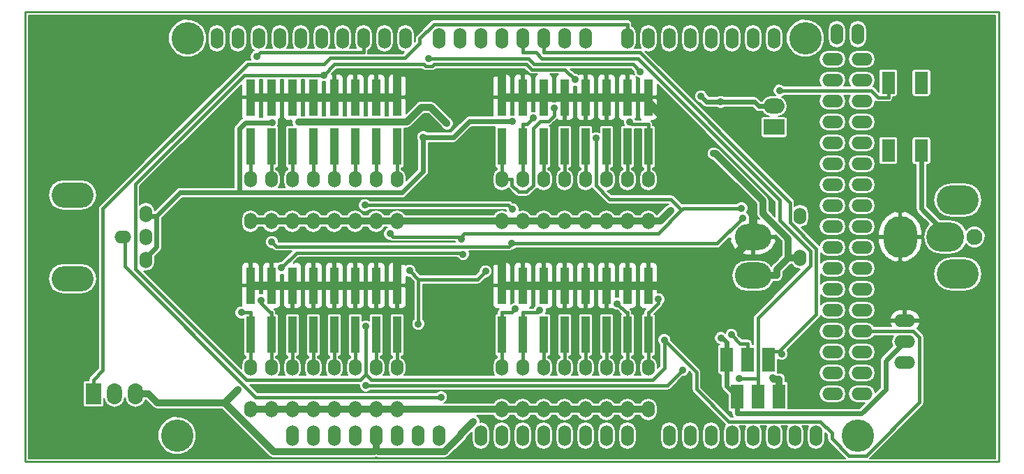
<source format=gtl>
G04 #@! TF.FileFunction,Copper,L1,Top,Signal*
%FSLAX46Y46*%
G04 Gerber Fmt 4.6, Leading zero omitted, Abs format (unit mm)*
G04 Created by KiCad (PCBNEW 0.201501192016+5381~20~ubuntu14.04.1-product) date Wed 21 Jan 2015 01:23:21 PM EST*
%MOMM*%
G01*
G04 APERTURE LIST*
%ADD10C,0.100000*%
%ADD11C,0.228600*%
%ADD12R,1.590040X2.667000*%
%ADD13O,2.540000X1.854200*%
%ADD14R,2.540000X1.854200*%
%ADD15O,1.854200X2.540000*%
%ADD16R,1.854200X2.540000*%
%ADD17O,1.524000X2.032000*%
%ADD18O,4.445000X3.175000*%
%ADD19O,5.080000X3.048000*%
%ADD20O,2.032000X1.524000*%
%ADD21C,3.937000*%
%ADD22O,1.524000X2.540000*%
%ADD23O,2.540000X1.524000*%
%ADD24C,1.930400*%
%ADD25O,4.572000X3.556000*%
%ADD26O,4.064000X5.080000*%
%ADD27O,5.080000X3.556000*%
%ADD28R,1.498600X2.997200*%
%ADD29R,1.016000X4.495800*%
%ADD30C,0.889000*%
%ADD31C,1.016000*%
%ADD32C,0.609600*%
%ADD33C,0.812800*%
%ADD34C,0.406400*%
%ADD35C,0.203200*%
G04 APERTURE END LIST*
D10*
D11*
X211455000Y-75565000D02*
X93345000Y-75565000D01*
X211455000Y-130175000D02*
X211455000Y-75565000D01*
X93345000Y-130175000D02*
X211455000Y-130175000D01*
X93345000Y-75565000D02*
X93345000Y-130175000D01*
D12*
X198026020Y-84137500D03*
X198026020Y-92392500D03*
X202023980Y-84137500D03*
X202023980Y-92392500D03*
D13*
X184150000Y-86995000D03*
D14*
X184150000Y-89535000D03*
D15*
X104140000Y-121920000D03*
X106680000Y-121920000D03*
D16*
X101600000Y-121920000D03*
D17*
X120650000Y-123825000D03*
X120650000Y-118745000D03*
X123190000Y-123825000D03*
X123190000Y-118745000D03*
X125730000Y-123825000D03*
X125730000Y-118745000D03*
X128270000Y-123825000D03*
X128270000Y-118745000D03*
X130810000Y-123825000D03*
X130810000Y-118745000D03*
X133350000Y-123825000D03*
X133350000Y-118745000D03*
X135890000Y-123825000D03*
X135890000Y-118745000D03*
X138430000Y-123825000D03*
X138430000Y-118745000D03*
X151130000Y-123825000D03*
X151130000Y-118745000D03*
X153670000Y-123825000D03*
X153670000Y-118745000D03*
X156210000Y-123825000D03*
X156210000Y-118745000D03*
X158750000Y-123825000D03*
X158750000Y-118745000D03*
X161290000Y-123825000D03*
X161290000Y-118745000D03*
X163830000Y-123825000D03*
X163830000Y-118745000D03*
X166370000Y-123825000D03*
X166370000Y-118745000D03*
X168910000Y-123825000D03*
X168910000Y-118745000D03*
D18*
X181610000Y-102870000D03*
X181610000Y-107569000D03*
D17*
X120650000Y-100965000D03*
X120650000Y-95885000D03*
X123190000Y-100965000D03*
X123190000Y-95885000D03*
X125730000Y-100965000D03*
X125730000Y-95885000D03*
X128270000Y-100965000D03*
X128270000Y-95885000D03*
X130810000Y-100965000D03*
X130810000Y-95885000D03*
X133350000Y-100965000D03*
X133350000Y-95885000D03*
X135890000Y-100965000D03*
X135890000Y-95885000D03*
X138430000Y-100965000D03*
X138430000Y-95885000D03*
X151130000Y-100965000D03*
X151130000Y-95885000D03*
X153670000Y-100965000D03*
X153670000Y-95885000D03*
X156210000Y-100965000D03*
X156210000Y-95885000D03*
X158750000Y-100965000D03*
X158750000Y-95885000D03*
X161290000Y-100965000D03*
X161290000Y-95885000D03*
X163830000Y-100965000D03*
X163830000Y-95885000D03*
X166370000Y-100965000D03*
X166370000Y-95885000D03*
X168910000Y-100965000D03*
X168910000Y-95885000D03*
X187325000Y-105410000D03*
X187325000Y-100330000D03*
D19*
X99060000Y-107950000D03*
X99060000Y-97790000D03*
D20*
X105156000Y-102870000D03*
D17*
X107950000Y-102870000D03*
X107950000Y-100076000D03*
X107950000Y-105664000D03*
D21*
X111760000Y-127000000D03*
X113030000Y-78740000D03*
X194310000Y-127000000D03*
X187960000Y-78740000D03*
D22*
X125730000Y-127000000D03*
X128270000Y-127000000D03*
X130810000Y-127000000D03*
X133350000Y-127000000D03*
X135890000Y-127000000D03*
X138430000Y-127000000D03*
X140970000Y-127000000D03*
X143510000Y-127000000D03*
X148590000Y-127000000D03*
X151130000Y-127000000D03*
X153670000Y-127000000D03*
X156210000Y-127000000D03*
X158750000Y-127000000D03*
X161290000Y-127000000D03*
X163830000Y-127000000D03*
X166370000Y-127000000D03*
X171450000Y-127000000D03*
X173990000Y-127000000D03*
X176530000Y-127000000D03*
X179070000Y-127000000D03*
X181610000Y-127000000D03*
X184150000Y-127000000D03*
X186690000Y-127000000D03*
X189230000Y-127000000D03*
X116586000Y-78740000D03*
X119126000Y-78740000D03*
X121666000Y-78740000D03*
X124206000Y-78740000D03*
X126746000Y-78740000D03*
X129286000Y-78740000D03*
X131826000Y-78740000D03*
X134366000Y-78740000D03*
X136906000Y-78740000D03*
X139446000Y-78740000D03*
X143510000Y-78740000D03*
X161290000Y-78740000D03*
X158750000Y-78740000D03*
X156210000Y-78740000D03*
X153670000Y-78740000D03*
X151130000Y-78740000D03*
X148590000Y-78740000D03*
X146050000Y-78740000D03*
X166370000Y-78740000D03*
X168910000Y-78740000D03*
X171450000Y-78740000D03*
X173990000Y-78740000D03*
X176530000Y-78740000D03*
X179070000Y-78740000D03*
X181610000Y-78740000D03*
X184150000Y-78740000D03*
X191770000Y-78232000D03*
X194310000Y-78232000D03*
D23*
X191262000Y-81280000D03*
X194818000Y-81280000D03*
X191262000Y-83820000D03*
X194818000Y-83820000D03*
X191262000Y-86360000D03*
X194818000Y-86360000D03*
X191262000Y-88900000D03*
X194818000Y-88900000D03*
X191262000Y-91440000D03*
X194818000Y-91440000D03*
X191262000Y-93980000D03*
X194818000Y-93980000D03*
X191262000Y-96520000D03*
X194818000Y-96520000D03*
X191262000Y-99060000D03*
X194818000Y-99060000D03*
X191262000Y-101600000D03*
X194818000Y-101600000D03*
X191262000Y-104140000D03*
X194818000Y-104140000D03*
X191262000Y-106680000D03*
X194818000Y-106680000D03*
X191262000Y-109220000D03*
X194818000Y-109220000D03*
X191262000Y-111760000D03*
X194818000Y-111760000D03*
X191262000Y-114300000D03*
X194818000Y-114300000D03*
X191262000Y-116840000D03*
X194818000Y-116840000D03*
X191262000Y-119380000D03*
X194818000Y-119380000D03*
X191262000Y-121920000D03*
X194818000Y-121920000D03*
X200025000Y-115570000D03*
X200025000Y-118110000D03*
X200025000Y-113030000D03*
D24*
X208457800Y-102870000D03*
D25*
X204952600Y-102870000D03*
D26*
X199466200Y-102870000D03*
D27*
X206451200Y-98374200D03*
X206451200Y-107365800D03*
D28*
X178435000Y-117754400D03*
X179705000Y-122275600D03*
X180975000Y-117754400D03*
X182245000Y-122275600D03*
X183515000Y-117754400D03*
X184785000Y-122275600D03*
D29*
X138430000Y-108762800D03*
X138430000Y-114757200D03*
X135890000Y-108762800D03*
X135890000Y-114757200D03*
X133350000Y-108762800D03*
X133350000Y-114757200D03*
X130810000Y-108762800D03*
X130810000Y-114757200D03*
X128270000Y-108762800D03*
X128270000Y-114757200D03*
X125730000Y-108762800D03*
X125730000Y-114757200D03*
X123190000Y-108762800D03*
X123190000Y-114757200D03*
X120650000Y-108762800D03*
X120650000Y-114757200D03*
X168910000Y-108762800D03*
X168910000Y-114757200D03*
X166370000Y-108762800D03*
X166370000Y-114757200D03*
X163830000Y-108762800D03*
X163830000Y-114757200D03*
X161290000Y-108762800D03*
X161290000Y-114757200D03*
X158750000Y-108762800D03*
X158750000Y-114757200D03*
X156210000Y-108762800D03*
X156210000Y-114757200D03*
X153670000Y-108762800D03*
X153670000Y-114757200D03*
X151130000Y-108762800D03*
X151130000Y-114757200D03*
X138430000Y-85902800D03*
X138430000Y-91897200D03*
X135890000Y-85902800D03*
X135890000Y-91897200D03*
X133350000Y-85902800D03*
X133350000Y-91897200D03*
X130810000Y-85902800D03*
X130810000Y-91897200D03*
X128270000Y-85902800D03*
X128270000Y-91897200D03*
X125730000Y-85902800D03*
X125730000Y-91897200D03*
X123190000Y-85902800D03*
X123190000Y-91897200D03*
X120650000Y-85902800D03*
X120650000Y-91897200D03*
X168910000Y-85902800D03*
X168910000Y-91897200D03*
X166370000Y-85902800D03*
X166370000Y-91897200D03*
X163830000Y-85902800D03*
X163830000Y-91897200D03*
X161290000Y-85902800D03*
X161290000Y-91897200D03*
X158750000Y-85902800D03*
X158750000Y-91897200D03*
X156210000Y-85902800D03*
X156210000Y-91897200D03*
X153670000Y-85902800D03*
X153670000Y-91897200D03*
X151130000Y-85902800D03*
X151130000Y-91897200D03*
D30*
X177877800Y-123091400D03*
X177686100Y-86460500D03*
X141605000Y-90741600D03*
X177697800Y-115142900D03*
X175300400Y-85776700D03*
X123278800Y-88947700D03*
X152443900Y-88837200D03*
X184015300Y-120015000D03*
X141376700Y-87123000D03*
X144490500Y-89082100D03*
X126476800Y-88900000D03*
X119106000Y-121410500D03*
X147711800Y-125287700D03*
X178973400Y-114768100D03*
X179935000Y-120062000D03*
X185096400Y-117087100D03*
X142298400Y-81215700D03*
X167944100Y-82784200D03*
X139944600Y-106968900D03*
X141008300Y-113437100D03*
X149185300Y-107034200D03*
X180201300Y-99369100D03*
X162560000Y-90873000D03*
X137563300Y-102476300D03*
X146209600Y-103107400D03*
X129540000Y-83197400D03*
X160020000Y-83769900D03*
X170833300Y-115391800D03*
X134636800Y-113734200D03*
X173112700Y-119045900D03*
X134646200Y-120916200D03*
X152319700Y-103675700D03*
X180362600Y-100546900D03*
X123248100Y-103479400D03*
X176806400Y-92735500D03*
X171627300Y-99625100D03*
X166650500Y-88937300D03*
X154917000Y-88437500D03*
X157480000Y-87211500D03*
X143776300Y-122326700D03*
X121389200Y-80966400D03*
X170125400Y-110430400D03*
X165158600Y-110961200D03*
X155738200Y-111760000D03*
X152766800Y-111636300D03*
X121920000Y-110559800D03*
X119545700Y-112051800D03*
X184814900Y-85090000D03*
X134537000Y-98993200D03*
X152443500Y-99506800D03*
X146446600Y-104965000D03*
X124422700Y-106627400D03*
D31*
X120650000Y-85902800D02*
X123190000Y-85902800D01*
X153670000Y-85902800D02*
X156210000Y-85902800D01*
X123190000Y-85902800D02*
X125730000Y-85902800D01*
X125730000Y-85902800D02*
X128270000Y-85902800D01*
X156210000Y-85902800D02*
X158750000Y-85902800D01*
X158750000Y-85902800D02*
X161290000Y-85902800D01*
X128270000Y-85902800D02*
X130810000Y-85902800D01*
X130810000Y-85902800D02*
X133350000Y-85902800D01*
X161290000Y-85902800D02*
X163830000Y-85902800D01*
X163830000Y-85902800D02*
X166370000Y-85902800D01*
X133350000Y-85902800D02*
X135890000Y-85902800D01*
X135890000Y-85902800D02*
X138430000Y-85902800D01*
X166370000Y-85902800D02*
X168910000Y-85902800D01*
X120650000Y-108763000D02*
X120650200Y-108763000D01*
X120650200Y-108763000D02*
X120650000Y-108762800D01*
X153670200Y-108763000D02*
X153670000Y-108762800D01*
X153670200Y-108763000D02*
X156210200Y-108763000D01*
X156210200Y-108763000D02*
X156210000Y-108762800D01*
X156210200Y-108763000D02*
X158750200Y-108763000D01*
X158750200Y-108763000D02*
X158750000Y-108762800D01*
X158750200Y-108763000D02*
X161290200Y-108763000D01*
X161290200Y-108763000D02*
X161290000Y-108762800D01*
X151130000Y-108762800D02*
X151130000Y-105752600D01*
X138430000Y-108762800D02*
X138430000Y-105752600D01*
X120650200Y-108763000D02*
X123190200Y-108763000D01*
X123190200Y-108763000D02*
X123190000Y-108762800D01*
X123190200Y-108763000D02*
X125730200Y-108763000D01*
X125730200Y-108763000D02*
X125730000Y-108762800D01*
X130810200Y-108763000D02*
X130810000Y-108762800D01*
X138429800Y-108763000D02*
X138430000Y-108763000D01*
X138429800Y-108763000D02*
X138430000Y-108762800D01*
X135890000Y-108763000D02*
X135890000Y-108762800D01*
X135890000Y-108763000D02*
X138429800Y-108763000D01*
X166370000Y-108763000D02*
X166370000Y-108762800D01*
X161290200Y-108763000D02*
X163830100Y-108763000D01*
X163830100Y-108763000D02*
X166370000Y-108763000D01*
X163830000Y-108762900D02*
X163830000Y-108762800D01*
X163830100Y-108763000D02*
X163830000Y-108762900D01*
X151130000Y-108763000D02*
X151130200Y-108763000D01*
X151130200Y-108763000D02*
X153670200Y-108763000D01*
X151130200Y-108763000D02*
X151130000Y-108762800D01*
X128270200Y-108763000D02*
X128270000Y-108762800D01*
X125730200Y-108763000D02*
X128270200Y-108763000D01*
X128270200Y-108763000D02*
X130810200Y-108763000D01*
X168910000Y-108763000D02*
X168910000Y-108762800D01*
X151130000Y-85902800D02*
X153670000Y-85902800D01*
X151130000Y-85902800D02*
X151130000Y-82892600D01*
X138430000Y-85902800D02*
X138430000Y-82892600D01*
X181610000Y-102870000D02*
X181610000Y-100520200D01*
X143262600Y-82892600D02*
X151130000Y-82892600D01*
X143072000Y-83083200D02*
X143262600Y-82892600D01*
X141524900Y-83083200D02*
X143072000Y-83083200D01*
X141334300Y-82892600D02*
X141524900Y-83083200D01*
X138430000Y-82892600D02*
X141334300Y-82892600D01*
X130810200Y-108763000D02*
X133350100Y-108763000D01*
X133350100Y-108763000D02*
X135890000Y-108763000D01*
X133350000Y-108762900D02*
X133350000Y-108762800D01*
X133350100Y-108763000D02*
X133350000Y-108762900D01*
X181610000Y-99004600D02*
X181610000Y-100520200D01*
X176547700Y-93942300D02*
X181610000Y-99004600D01*
X176306600Y-93942300D02*
X176547700Y-93942300D01*
X168910000Y-86545700D02*
X176306600Y-93942300D01*
X168910000Y-85902800D02*
X168910000Y-86545700D01*
X166370000Y-108763000D02*
X168910000Y-108763000D01*
X175717000Y-120930600D02*
X177877800Y-123091400D01*
X175717000Y-108763000D02*
X175717000Y-120930600D01*
X168910000Y-108763000D02*
X175717000Y-108763000D01*
X175717000Y-108763000D02*
X181610000Y-102870000D01*
X147959000Y-105752600D02*
X151130000Y-105752600D01*
X147508200Y-106203400D02*
X147959000Y-105752600D01*
X145978400Y-106203400D02*
X147508200Y-106203400D01*
X145527600Y-105752600D02*
X145978400Y-106203400D01*
X138430000Y-105752600D02*
X145527600Y-105752600D01*
D32*
X178435000Y-117754400D02*
X178435000Y-119812100D01*
X202024000Y-99433400D02*
X202024000Y-92392500D01*
X205460600Y-102870000D02*
X202024000Y-99433400D01*
X178435000Y-121005600D02*
X179705000Y-122275600D01*
X178435000Y-119812100D02*
X178435000Y-121005600D01*
X197680300Y-117914700D02*
X200025000Y-115570000D01*
X197680300Y-121443100D02*
X197680300Y-117914700D01*
X194790100Y-124333300D02*
X197680300Y-121443100D01*
X179705000Y-124333300D02*
X194790100Y-124333300D01*
X179705000Y-122275600D02*
X179705000Y-124333300D01*
X184150000Y-86995000D02*
X182320900Y-86995000D01*
X107950000Y-100330000D02*
X109271100Y-100330000D01*
X109271100Y-104088900D02*
X109271100Y-100330000D01*
X107950000Y-105410000D02*
X109271100Y-104088900D01*
X178435000Y-117754400D02*
X178435000Y-115696700D01*
X181786400Y-86460500D02*
X177686100Y-86460500D01*
X182320900Y-86995000D02*
X181786400Y-86460500D01*
X175984200Y-86460500D02*
X175300400Y-85776700D01*
X177686100Y-86460500D02*
X175984200Y-86460500D01*
X177881200Y-115142900D02*
X177697800Y-115142900D01*
X178435000Y-115696700D02*
X177881200Y-115142900D01*
X120053000Y-88947700D02*
X123278800Y-88947700D01*
X119318400Y-89682300D02*
X120053000Y-88947700D01*
X119318400Y-97482900D02*
X119318400Y-89682300D01*
X139022400Y-97482900D02*
X119318400Y-97482900D01*
X141605000Y-94900300D02*
X139022400Y-97482900D01*
X141605000Y-90741600D02*
X141605000Y-94900300D01*
X112118200Y-97482900D02*
X109271100Y-100330000D01*
X119318400Y-97482900D02*
X112118200Y-97482900D01*
X145276800Y-90741600D02*
X141605000Y-90741600D01*
X147181200Y-88837200D02*
X145276800Y-90741600D01*
X152443900Y-88837200D02*
X147181200Y-88837200D01*
D33*
X184116600Y-120116300D02*
X184015300Y-120015000D01*
X184785000Y-120116300D02*
X184116600Y-120116300D01*
X184785000Y-122275600D02*
X184785000Y-120116300D01*
X139599700Y-88900000D02*
X126476800Y-88900000D01*
X141376700Y-87123000D02*
X139599700Y-88900000D01*
X142531400Y-87123000D02*
X141376700Y-87123000D01*
X144490500Y-89082100D02*
X142531400Y-87123000D01*
X135890000Y-127000000D02*
X135890000Y-128663900D01*
X135623200Y-128930700D02*
X135890000Y-128663900D01*
X123435000Y-128930700D02*
X135623200Y-128930700D01*
X117510400Y-123006100D02*
X123435000Y-128930700D01*
X119106000Y-121410500D02*
X117510400Y-123006100D01*
X109353900Y-123006100D02*
X108267800Y-121920000D01*
X117510400Y-123006100D02*
X109353900Y-123006100D01*
X106680000Y-121920000D02*
X108267800Y-121920000D01*
X136156900Y-128930800D02*
X135890000Y-128663900D01*
X144201200Y-128930800D02*
X136156900Y-128930800D01*
X146186900Y-126945100D02*
X144201200Y-128930800D01*
X146186900Y-126812600D02*
X146186900Y-126945100D01*
X147711800Y-125287700D02*
X146186900Y-126812600D01*
D34*
X180975000Y-117754400D02*
X180975000Y-115798300D01*
X180003600Y-115798300D02*
X178973400Y-114768100D01*
X180975000Y-115798300D02*
X180003600Y-115798300D01*
X182245000Y-122275600D02*
X182245000Y-120319500D01*
X179935000Y-120062000D02*
X182181900Y-120062000D01*
X182181900Y-120256400D02*
X182181900Y-120062000D01*
X182245000Y-120319500D02*
X182181900Y-120256400D01*
X153670000Y-78740000D02*
X153670000Y-80467500D01*
X182181900Y-112724800D02*
X182181900Y-120062000D01*
X188595600Y-106311100D02*
X182181900Y-112724800D01*
X188595600Y-104554200D02*
X188595600Y-106311100D01*
X184851200Y-100809800D02*
X188595600Y-104554200D01*
X184851200Y-98370200D02*
X184851200Y-100809800D01*
X167652900Y-81171900D02*
X184851200Y-98370200D01*
X155978300Y-81171900D02*
X167652900Y-81171900D01*
X155273900Y-80467500D02*
X155978300Y-81171900D01*
X153670000Y-80467500D02*
X155273900Y-80467500D01*
X183515000Y-117754400D02*
X183515000Y-116776300D01*
X183515000Y-116776300D02*
X184785600Y-116776300D01*
X184785600Y-116776300D02*
X185096400Y-117087100D01*
X167883000Y-80467500D02*
X156210000Y-80467500D01*
X186105400Y-98689900D02*
X167883000Y-80467500D01*
X186105400Y-101129400D02*
X186105400Y-98689900D01*
X189286800Y-104310800D02*
X186105400Y-101129400D01*
X189286800Y-112275100D02*
X189286800Y-104310800D01*
X184785600Y-116776300D02*
X189286800Y-112275100D01*
X156210000Y-78740000D02*
X156210000Y-80467500D01*
X102755300Y-119037200D02*
X101600000Y-120192500D01*
X102755300Y-99443900D02*
X102755300Y-119037200D01*
X120291900Y-81907300D02*
X102755300Y-99443900D01*
X129554400Y-81907300D02*
X120291900Y-81907300D01*
X130333400Y-81128300D02*
X129554400Y-81907300D01*
X139361900Y-81128300D02*
X130333400Y-81128300D01*
X141191500Y-79298700D02*
X139361900Y-81128300D01*
X141191500Y-78767300D02*
X141191500Y-79298700D01*
X142946300Y-77012500D02*
X141191500Y-78767300D01*
X166370000Y-77012500D02*
X142946300Y-77012500D01*
X166370000Y-78740000D02*
X166370000Y-77012500D01*
X101600000Y-121920000D02*
X101600000Y-120192500D01*
X167036300Y-81876400D02*
X167944100Y-82784200D01*
X155047000Y-81876400D02*
X167036300Y-81876400D01*
X154386300Y-81215700D02*
X155047000Y-81876400D01*
X142298400Y-81215700D02*
X154386300Y-81215700D01*
X148186900Y-108032600D02*
X149185300Y-107034200D01*
X141008300Y-108032600D02*
X148186900Y-108032600D01*
X141008300Y-113437100D02*
X141008300Y-108032600D01*
X141008300Y-108032600D02*
X139944600Y-106968900D01*
X173185400Y-99369100D02*
X172946100Y-99608400D01*
X180201300Y-99369100D02*
X173185400Y-99369100D01*
X162560000Y-96647200D02*
X162560000Y-90873000D01*
X164209400Y-98296600D02*
X162560000Y-96647200D01*
X171634300Y-98296600D02*
X164209400Y-98296600D01*
X172946100Y-99608400D02*
X171634300Y-98296600D01*
X146613600Y-102438600D02*
X146209600Y-102842600D01*
X170115900Y-102438600D02*
X146613600Y-102438600D01*
X172946100Y-99608400D02*
X170115900Y-102438600D01*
X137929600Y-102842600D02*
X146209600Y-102842600D01*
X137563300Y-102476300D02*
X137929600Y-102842600D01*
X146209600Y-102842600D02*
X146209600Y-103107400D01*
X174751400Y-119309900D02*
X170833300Y-115391800D01*
X174751400Y-121367600D02*
X174751400Y-119309900D01*
X178656200Y-125272400D02*
X174751400Y-121367600D01*
X189741800Y-125272400D02*
X178656200Y-125272400D01*
X191170900Y-126701500D02*
X189741800Y-125272400D01*
X191170900Y-127351200D02*
X191170900Y-126701500D01*
X193259700Y-129440000D02*
X191170900Y-127351200D01*
X195311000Y-129440000D02*
X193259700Y-129440000D01*
X201792600Y-122958400D02*
X195311000Y-129440000D01*
X201792600Y-115034900D02*
X201792600Y-122958400D01*
X201057700Y-114300000D02*
X201792600Y-115034900D01*
X194310000Y-114300000D02*
X201057700Y-114300000D01*
X158787200Y-82537100D02*
X160020000Y-83769900D01*
X154773300Y-82537100D02*
X158787200Y-82537100D01*
X154129000Y-81892800D02*
X154773300Y-82537100D01*
X142897000Y-81892800D02*
X154129000Y-81892800D01*
X142672100Y-82117700D02*
X142897000Y-81892800D01*
X141924800Y-82117700D02*
X142672100Y-82117700D01*
X141699900Y-81892800D02*
X141924800Y-82117700D01*
X130844600Y-81892800D02*
X141699900Y-81892800D01*
X129540000Y-83197400D02*
X130844600Y-81892800D01*
X134636800Y-113734200D02*
X134636800Y-119543400D01*
X170833300Y-118808900D02*
X170833300Y-115391800D01*
X169421300Y-120220900D02*
X170833300Y-118808900D01*
X135314300Y-120220900D02*
X169421300Y-120220900D01*
X134636800Y-119543400D02*
X135314300Y-120220900D01*
X119936300Y-83197400D02*
X129540000Y-83197400D01*
X106680000Y-96453700D02*
X119936300Y-83197400D01*
X106680000Y-106774400D02*
X106680000Y-96453700D01*
X120128600Y-120223000D02*
X106680000Y-106774400D01*
X133957200Y-120223000D02*
X120128600Y-120223000D01*
X134636800Y-119543400D02*
X133957200Y-120223000D01*
X171242400Y-120916200D02*
X134646200Y-120916200D01*
X173112700Y-119045900D02*
X171242400Y-120916200D01*
X177233800Y-103675700D02*
X152319700Y-103675700D01*
X180362600Y-100546900D02*
X177233800Y-103675700D01*
X123804800Y-104036100D02*
X123248100Y-103479400D01*
X151959300Y-104036100D02*
X123804800Y-104036100D01*
X152319700Y-103675700D02*
X151959300Y-104036100D01*
D33*
X168910000Y-100965000D02*
X166370000Y-100965000D01*
X166370000Y-100965000D02*
X163830000Y-100965000D01*
X163830000Y-100965000D02*
X161290000Y-100965000D01*
X161290000Y-100965000D02*
X158750000Y-100965000D01*
X130810000Y-100965000D02*
X128270000Y-100965000D01*
X128270000Y-100965000D02*
X125730000Y-100965000D01*
X125730000Y-100965000D02*
X123190000Y-100965000D01*
X123190000Y-100965000D02*
X120650000Y-100965000D01*
X158750000Y-123825000D02*
X156210000Y-123825000D01*
X135890000Y-123825000D02*
X133350000Y-123825000D01*
X133350000Y-123825000D02*
X130810000Y-123825000D01*
X130810000Y-123825000D02*
X128270000Y-123825000D01*
X128270000Y-123825000D02*
X125730000Y-123825000D01*
X125730000Y-123825000D02*
X123190000Y-123825000D01*
X123190000Y-123825000D02*
X120650000Y-123825000D01*
X138430000Y-100965000D02*
X139852700Y-100965000D01*
X151130000Y-100965000D02*
X149707300Y-100965000D01*
X151130000Y-100965000D02*
X152552700Y-100965000D01*
X158750000Y-100965000D02*
X156210000Y-100965000D01*
X156210000Y-100965000D02*
X153670000Y-100965000D01*
X153670000Y-100965000D02*
X152552700Y-100965000D01*
X139852700Y-100965000D02*
X149707300Y-100965000D01*
X158750000Y-123825000D02*
X161290000Y-123825000D01*
X161290000Y-123825000D02*
X163830000Y-123825000D01*
X163830000Y-123825000D02*
X166370000Y-123825000D01*
X138430000Y-123825000D02*
X135890000Y-123825000D01*
X130810000Y-100965000D02*
X132232700Y-100965000D01*
X138430000Y-100965000D02*
X135890000Y-100965000D01*
X135890000Y-100965000D02*
X133350000Y-100965000D01*
X133350000Y-100965000D02*
X132232700Y-100965000D01*
X166370000Y-123825000D02*
X168910000Y-123825000D01*
X184493200Y-106819100D02*
X185902300Y-105410000D01*
X184493200Y-107569000D02*
X184493200Y-106819100D01*
X187325000Y-105410000D02*
X185902300Y-105410000D01*
X181610000Y-107569000D02*
X184493200Y-107569000D01*
X185902300Y-103097700D02*
X185902300Y-105410000D01*
X182778800Y-99974200D02*
X185902300Y-103097700D01*
X182778800Y-98485100D02*
X182778800Y-99974200D01*
X177029200Y-92735500D02*
X182778800Y-98485100D01*
X176806400Y-92735500D02*
X177029200Y-92735500D01*
X138430000Y-123825000D02*
X139852700Y-123825000D01*
X153670000Y-123825000D02*
X156210000Y-123825000D01*
X153670000Y-123825000D02*
X152247300Y-123825000D01*
X151130000Y-123825000D02*
X152247300Y-123825000D01*
X170332700Y-100919700D02*
X170332700Y-100965000D01*
X171627300Y-99625100D02*
X170332700Y-100919700D01*
X168910000Y-100965000D02*
X170332700Y-100965000D01*
X151130000Y-123825000D02*
X149707300Y-123825000D01*
X149707300Y-123825000D02*
X139852700Y-123825000D01*
D34*
X168910000Y-95885000D02*
X168910000Y-91897200D01*
X166905000Y-89191800D02*
X166650500Y-88937300D01*
X168910000Y-89191800D02*
X166905000Y-89191800D01*
X168910000Y-91897200D02*
X168910000Y-89191800D01*
X166370000Y-95885000D02*
X166370000Y-94411500D01*
X166370000Y-94411500D02*
X166370000Y-91897200D01*
X163830000Y-91897200D02*
X163830000Y-95885000D01*
X161290000Y-91897200D02*
X161290000Y-95885000D01*
X158750000Y-91897200D02*
X158750000Y-95885000D01*
X156210000Y-91897200D02*
X156210000Y-95885000D01*
X153670000Y-95885000D02*
X153670000Y-91897200D01*
X153670000Y-91897200D02*
X153670000Y-89191800D01*
X154162700Y-89191800D02*
X154917000Y-88437500D01*
X153670000Y-89191800D02*
X154162700Y-89191800D01*
X151130000Y-91897200D02*
X151130000Y-95885000D01*
X157480000Y-88107800D02*
X157480000Y-87211500D01*
X156783000Y-88804800D02*
X157480000Y-88107800D01*
X155825400Y-88804800D02*
X156783000Y-88804800D01*
X154940000Y-89690200D02*
X155825400Y-88804800D01*
X154940000Y-96609300D02*
X154940000Y-89690200D01*
X154152000Y-97397300D02*
X154940000Y-96609300D01*
X153175800Y-97397300D02*
X154152000Y-97397300D01*
X152349500Y-96571000D02*
X153175800Y-97397300D01*
X152349500Y-95885000D02*
X152349500Y-96571000D01*
X151130000Y-95885000D02*
X152349500Y-95885000D01*
X138430000Y-91897200D02*
X138430000Y-95885000D01*
X135890000Y-91897200D02*
X135890000Y-95885000D01*
X133350000Y-91897200D02*
X133350000Y-95885000D01*
X130810000Y-91897200D02*
X130810000Y-95885000D01*
X128270000Y-91897200D02*
X128270000Y-95885000D01*
X125730000Y-91897200D02*
X125730000Y-95885000D01*
X123190000Y-91897200D02*
X123190000Y-95885000D01*
X120650000Y-91897200D02*
X120650000Y-95885000D01*
X105410000Y-106438900D02*
X105410000Y-102870000D01*
X121297800Y-122326700D02*
X105410000Y-106438900D01*
X143776300Y-122326700D02*
X121297800Y-122326700D01*
X134366000Y-78740000D02*
X134366000Y-80467500D01*
X121888100Y-80467500D02*
X121389200Y-80966400D01*
X134366000Y-80467500D02*
X121888100Y-80467500D01*
X168910000Y-114757200D02*
X168910000Y-118745000D01*
X170125400Y-110957200D02*
X170125400Y-110430400D01*
X169030800Y-112051800D02*
X170125400Y-110957200D01*
X168910000Y-112051800D02*
X169030800Y-112051800D01*
X168910000Y-114757200D02*
X168910000Y-112051800D01*
X166370000Y-118745000D02*
X166370000Y-114757200D01*
X166370000Y-114757200D02*
X166370000Y-112051800D01*
X166249200Y-112051800D02*
X165158600Y-110961200D01*
X166370000Y-112051800D02*
X166249200Y-112051800D01*
X163830000Y-114757200D02*
X163830000Y-118745000D01*
X161290000Y-114757200D02*
X161290000Y-118745000D01*
X158750000Y-114757200D02*
X158750000Y-118745000D01*
X156210000Y-114757200D02*
X156210000Y-118745000D01*
X153670000Y-118745000D02*
X153670000Y-114757200D01*
X155446400Y-112051800D02*
X155738200Y-111760000D01*
X153670000Y-112051800D02*
X155446400Y-112051800D01*
X153670000Y-114757200D02*
X153670000Y-112051800D01*
X151130000Y-118745000D02*
X151130000Y-114757200D01*
X152351300Y-112051800D02*
X152766800Y-111636300D01*
X151130000Y-112051800D02*
X152351300Y-112051800D01*
X151130000Y-114757200D02*
X151130000Y-112051800D01*
X138430000Y-114757200D02*
X138430000Y-118745000D01*
X135890000Y-114757200D02*
X135890000Y-118745000D01*
X133350000Y-114757200D02*
X133350000Y-118745000D01*
X130810000Y-114757200D02*
X130810000Y-118745000D01*
X128270000Y-114757200D02*
X128270000Y-118745000D01*
X125730000Y-114757200D02*
X125730000Y-118745000D01*
X123190000Y-114757200D02*
X123190000Y-118745000D01*
X121920000Y-110902600D02*
X121920000Y-110559800D01*
X123069200Y-112051800D02*
X121920000Y-110902600D01*
X123190000Y-112051800D02*
X123069200Y-112051800D01*
X123190000Y-114757200D02*
X123190000Y-112051800D01*
X120650000Y-118745000D02*
X120650000Y-114757200D01*
X120650000Y-114757200D02*
X120650000Y-112051800D01*
X120650000Y-112051800D02*
X119545700Y-112051800D01*
X198026000Y-84137500D02*
X198026000Y-85928500D01*
X195935000Y-85090000D02*
X184814900Y-85090000D01*
X196773500Y-85928500D02*
X195935000Y-85090000D01*
X198026000Y-85928500D02*
X196773500Y-85928500D01*
X151929900Y-98993200D02*
X152443500Y-99506800D01*
X134537000Y-98993200D02*
X151929900Y-98993200D01*
X126263100Y-104787000D02*
X124422700Y-106627400D01*
X146268600Y-104787000D02*
X126263100Y-104787000D01*
X146446600Y-104965000D02*
X146268600Y-104787000D01*
D35*
G36*
X187310792Y-106805644D02*
X181786769Y-112329669D01*
X181665636Y-112510956D01*
X181623100Y-112724800D01*
X181623100Y-115893233D01*
X181533800Y-115893233D01*
X181533800Y-115798300D01*
X181491264Y-115584456D01*
X181370131Y-115403169D01*
X181188844Y-115282036D01*
X180975000Y-115239500D01*
X180235062Y-115239500D01*
X179773492Y-114777930D01*
X179773639Y-114609648D01*
X179652087Y-114315472D01*
X179427212Y-114090204D01*
X179133248Y-113968139D01*
X178814948Y-113967861D01*
X178520772Y-114089413D01*
X178295504Y-114314288D01*
X178209035Y-114522527D01*
X178151612Y-114465004D01*
X177857648Y-114342939D01*
X177539348Y-114342661D01*
X177245172Y-114464213D01*
X177019904Y-114689088D01*
X176897839Y-114983052D01*
X176897561Y-115301352D01*
X177019113Y-115595528D01*
X177243988Y-115820796D01*
X177523650Y-115936922D01*
X177430941Y-115997823D01*
X177351169Y-116116001D01*
X177323133Y-116255800D01*
X177323133Y-119253000D01*
X177349441Y-119388589D01*
X177427723Y-119507759D01*
X177545901Y-119587531D01*
X177685700Y-119615567D01*
X177774600Y-119615567D01*
X177774600Y-119812100D01*
X177774600Y-121005600D01*
X177824870Y-121258324D01*
X177968027Y-121472573D01*
X178593133Y-122097679D01*
X178593133Y-123774200D01*
X178619441Y-123909789D01*
X178697723Y-124028959D01*
X178815901Y-124108731D01*
X178955700Y-124136767D01*
X179044600Y-124136767D01*
X179044600Y-124333300D01*
X179094870Y-124586024D01*
X179180113Y-124713600D01*
X178887662Y-124713600D01*
X175310200Y-121136138D01*
X175310200Y-119309900D01*
X175267664Y-119096057D01*
X175267664Y-119096056D01*
X175146531Y-118914769D01*
X171633392Y-115401630D01*
X171633539Y-115233348D01*
X171511987Y-114939172D01*
X171287112Y-114713904D01*
X170993148Y-114591839D01*
X170674848Y-114591561D01*
X170380672Y-114713113D01*
X170155404Y-114937988D01*
X170033339Y-115231952D01*
X170033061Y-115550252D01*
X170154613Y-115844428D01*
X170274500Y-115964524D01*
X170274500Y-118577437D01*
X170027600Y-118824337D01*
X170027600Y-118464129D01*
X169942528Y-118036442D01*
X169700263Y-117673866D01*
X169468800Y-117519207D01*
X169468800Y-117357810D01*
X169553589Y-117341359D01*
X169672759Y-117263077D01*
X169752531Y-117144899D01*
X169780567Y-117005100D01*
X169780567Y-112509300D01*
X169754259Y-112373711D01*
X169675977Y-112254541D01*
X169641555Y-112231306D01*
X170520531Y-111352331D01*
X170641664Y-111171044D01*
X170641664Y-111171043D01*
X170672807Y-111014472D01*
X170803296Y-110884212D01*
X170925361Y-110590248D01*
X170925639Y-110271948D01*
X170804087Y-109977772D01*
X170579212Y-109752504D01*
X170285248Y-109630439D01*
X170027600Y-109630213D01*
X170027600Y-109067600D01*
X170027600Y-108458000D01*
X170027600Y-106636157D01*
X170027600Y-106393643D01*
X169934794Y-106169589D01*
X169763311Y-105998106D01*
X169539257Y-105905300D01*
X169214800Y-105905300D01*
X169062400Y-106057700D01*
X169062400Y-108610400D01*
X169875200Y-108610400D01*
X170027600Y-108458000D01*
X170027600Y-109067600D01*
X169875200Y-108915200D01*
X169062400Y-108915200D01*
X169062400Y-108935200D01*
X168757600Y-108935200D01*
X168757600Y-108915200D01*
X168757600Y-108610400D01*
X168757600Y-106057700D01*
X168605200Y-105905300D01*
X168280743Y-105905300D01*
X168056689Y-105998106D01*
X167885206Y-106169589D01*
X167792400Y-106393643D01*
X167792400Y-106636157D01*
X167792400Y-108458000D01*
X167944800Y-108610400D01*
X168757600Y-108610400D01*
X168757600Y-108915200D01*
X167944800Y-108915200D01*
X167792400Y-109067600D01*
X167792400Y-110889443D01*
X167792400Y-111131957D01*
X167885206Y-111356011D01*
X168056689Y-111527494D01*
X168280743Y-111620300D01*
X168569298Y-111620300D01*
X168514869Y-111656669D01*
X168393736Y-111837956D01*
X168351200Y-112051800D01*
X168351200Y-112156589D01*
X168266411Y-112173041D01*
X168147241Y-112251323D01*
X168067469Y-112369501D01*
X168039433Y-112509300D01*
X168039433Y-117005100D01*
X168065741Y-117140689D01*
X168144023Y-117259859D01*
X168262201Y-117339631D01*
X168351200Y-117357479D01*
X168351200Y-117519207D01*
X168119737Y-117673866D01*
X167877472Y-118036442D01*
X167792400Y-118464129D01*
X167792400Y-119025871D01*
X167877472Y-119453558D01*
X168016815Y-119662100D01*
X167263184Y-119662100D01*
X167402528Y-119453558D01*
X167487600Y-119025871D01*
X167487600Y-118464129D01*
X167402528Y-118036442D01*
X167160263Y-117673866D01*
X166928800Y-117519207D01*
X166928800Y-117357810D01*
X167013589Y-117341359D01*
X167132759Y-117263077D01*
X167212531Y-117144899D01*
X167240567Y-117005100D01*
X167240567Y-112509300D01*
X167214259Y-112373711D01*
X167135977Y-112254541D01*
X167017799Y-112174769D01*
X166928800Y-112156920D01*
X166928800Y-112051800D01*
X166886264Y-111837956D01*
X166765131Y-111656669D01*
X166710701Y-111620300D01*
X166999257Y-111620300D01*
X167223311Y-111527494D01*
X167394794Y-111356011D01*
X167487600Y-111131957D01*
X167487600Y-110889443D01*
X167487600Y-109067600D01*
X167487600Y-108458000D01*
X167487600Y-106636157D01*
X167487600Y-106393643D01*
X167394794Y-106169589D01*
X167223311Y-105998106D01*
X166999257Y-105905300D01*
X166674800Y-105905300D01*
X166522400Y-106057700D01*
X166522400Y-108610400D01*
X167335200Y-108610400D01*
X167487600Y-108458000D01*
X167487600Y-109067600D01*
X167335200Y-108915200D01*
X166522400Y-108915200D01*
X166522400Y-108935200D01*
X166217600Y-108935200D01*
X166217600Y-108915200D01*
X166217600Y-108610400D01*
X166217600Y-106057700D01*
X166065200Y-105905300D01*
X165740743Y-105905300D01*
X165516689Y-105998106D01*
X165345206Y-106169589D01*
X165252400Y-106393643D01*
X165252400Y-106636157D01*
X165252400Y-108458000D01*
X165404800Y-108610400D01*
X166217600Y-108610400D01*
X166217600Y-108915200D01*
X165404800Y-108915200D01*
X165252400Y-109067600D01*
X165252400Y-110161181D01*
X165000148Y-110160961D01*
X164947600Y-110182673D01*
X164947600Y-109067600D01*
X164947600Y-108458000D01*
X164947600Y-106636157D01*
X164947600Y-106393643D01*
X164854794Y-106169589D01*
X164683311Y-105998106D01*
X164459257Y-105905300D01*
X164134800Y-105905300D01*
X163982400Y-106057700D01*
X163982400Y-108610400D01*
X164795200Y-108610400D01*
X164947600Y-108458000D01*
X164947600Y-109067600D01*
X164795200Y-108915200D01*
X163982400Y-108915200D01*
X163982400Y-111467900D01*
X164134800Y-111620300D01*
X164459257Y-111620300D01*
X164619688Y-111553847D01*
X164704788Y-111639096D01*
X164998752Y-111761161D01*
X165168447Y-111761309D01*
X165638154Y-112231016D01*
X165607241Y-112251323D01*
X165527469Y-112369501D01*
X165499433Y-112509300D01*
X165499433Y-117005100D01*
X165525741Y-117140689D01*
X165604023Y-117259859D01*
X165722201Y-117339631D01*
X165811200Y-117357479D01*
X165811200Y-117519207D01*
X165579737Y-117673866D01*
X165337472Y-118036442D01*
X165252400Y-118464129D01*
X165252400Y-119025871D01*
X165337472Y-119453558D01*
X165476815Y-119662100D01*
X164723184Y-119662100D01*
X164862528Y-119453558D01*
X164947600Y-119025871D01*
X164947600Y-118464129D01*
X164862528Y-118036442D01*
X164620263Y-117673866D01*
X164388800Y-117519207D01*
X164388800Y-117357810D01*
X164473589Y-117341359D01*
X164592759Y-117263077D01*
X164672531Y-117144899D01*
X164700567Y-117005100D01*
X164700567Y-112509300D01*
X164674259Y-112373711D01*
X164595977Y-112254541D01*
X164477799Y-112174769D01*
X164338000Y-112146733D01*
X163677600Y-112146733D01*
X163677600Y-111467900D01*
X163677600Y-108915200D01*
X163677600Y-108610400D01*
X163677600Y-106057700D01*
X163525200Y-105905300D01*
X163200743Y-105905300D01*
X162976689Y-105998106D01*
X162805206Y-106169589D01*
X162712400Y-106393643D01*
X162712400Y-106636157D01*
X162712400Y-108458000D01*
X162864800Y-108610400D01*
X163677600Y-108610400D01*
X163677600Y-108915200D01*
X162864800Y-108915200D01*
X162712400Y-109067600D01*
X162712400Y-110889443D01*
X162712400Y-111131957D01*
X162805206Y-111356011D01*
X162976689Y-111527494D01*
X163200743Y-111620300D01*
X163525200Y-111620300D01*
X163677600Y-111467900D01*
X163677600Y-112146733D01*
X163322000Y-112146733D01*
X163186411Y-112173041D01*
X163067241Y-112251323D01*
X162987469Y-112369501D01*
X162959433Y-112509300D01*
X162959433Y-117005100D01*
X162985741Y-117140689D01*
X163064023Y-117259859D01*
X163182201Y-117339631D01*
X163271200Y-117357479D01*
X163271200Y-117519207D01*
X163039737Y-117673866D01*
X162797472Y-118036442D01*
X162712400Y-118464129D01*
X162712400Y-119025871D01*
X162797472Y-119453558D01*
X162936815Y-119662100D01*
X162183184Y-119662100D01*
X162322528Y-119453558D01*
X162407600Y-119025871D01*
X162407600Y-118464129D01*
X162407600Y-111131957D01*
X162407600Y-110889443D01*
X162407600Y-109067600D01*
X162407600Y-108458000D01*
X162407600Y-106636157D01*
X162407600Y-106393643D01*
X162314794Y-106169589D01*
X162143311Y-105998106D01*
X161919257Y-105905300D01*
X161594800Y-105905300D01*
X161442400Y-106057700D01*
X161442400Y-108610400D01*
X162255200Y-108610400D01*
X162407600Y-108458000D01*
X162407600Y-109067600D01*
X162255200Y-108915200D01*
X161442400Y-108915200D01*
X161442400Y-111467900D01*
X161594800Y-111620300D01*
X161919257Y-111620300D01*
X162143311Y-111527494D01*
X162314794Y-111356011D01*
X162407600Y-111131957D01*
X162407600Y-118464129D01*
X162322528Y-118036442D01*
X162080263Y-117673866D01*
X161848800Y-117519207D01*
X161848800Y-117357810D01*
X161933589Y-117341359D01*
X162052759Y-117263077D01*
X162132531Y-117144899D01*
X162160567Y-117005100D01*
X162160567Y-112509300D01*
X162134259Y-112373711D01*
X162055977Y-112254541D01*
X161937799Y-112174769D01*
X161798000Y-112146733D01*
X161137600Y-112146733D01*
X161137600Y-111467900D01*
X161137600Y-108915200D01*
X161137600Y-108610400D01*
X161137600Y-106057700D01*
X160985200Y-105905300D01*
X160660743Y-105905300D01*
X160436689Y-105998106D01*
X160265206Y-106169589D01*
X160172400Y-106393643D01*
X160172400Y-106636157D01*
X160172400Y-108458000D01*
X160324800Y-108610400D01*
X161137600Y-108610400D01*
X161137600Y-108915200D01*
X160324800Y-108915200D01*
X160172400Y-109067600D01*
X160172400Y-110889443D01*
X160172400Y-111131957D01*
X160265206Y-111356011D01*
X160436689Y-111527494D01*
X160660743Y-111620300D01*
X160985200Y-111620300D01*
X161137600Y-111467900D01*
X161137600Y-112146733D01*
X160782000Y-112146733D01*
X160646411Y-112173041D01*
X160527241Y-112251323D01*
X160447469Y-112369501D01*
X160419433Y-112509300D01*
X160419433Y-117005100D01*
X160445741Y-117140689D01*
X160524023Y-117259859D01*
X160642201Y-117339631D01*
X160731200Y-117357479D01*
X160731200Y-117519207D01*
X160499737Y-117673866D01*
X160257472Y-118036442D01*
X160172400Y-118464129D01*
X160172400Y-119025871D01*
X160257472Y-119453558D01*
X160396815Y-119662100D01*
X159643184Y-119662100D01*
X159782528Y-119453558D01*
X159867600Y-119025871D01*
X159867600Y-118464129D01*
X159867600Y-111131957D01*
X159867600Y-110889443D01*
X159867600Y-109067600D01*
X159867600Y-108458000D01*
X159867600Y-106636157D01*
X159867600Y-106393643D01*
X159774794Y-106169589D01*
X159603311Y-105998106D01*
X159379257Y-105905300D01*
X159054800Y-105905300D01*
X158902400Y-106057700D01*
X158902400Y-108610400D01*
X159715200Y-108610400D01*
X159867600Y-108458000D01*
X159867600Y-109067600D01*
X159715200Y-108915200D01*
X158902400Y-108915200D01*
X158902400Y-111467900D01*
X159054800Y-111620300D01*
X159379257Y-111620300D01*
X159603311Y-111527494D01*
X159774794Y-111356011D01*
X159867600Y-111131957D01*
X159867600Y-118464129D01*
X159782528Y-118036442D01*
X159540263Y-117673866D01*
X159308800Y-117519207D01*
X159308800Y-117357810D01*
X159393589Y-117341359D01*
X159512759Y-117263077D01*
X159592531Y-117144899D01*
X159620567Y-117005100D01*
X159620567Y-112509300D01*
X159594259Y-112373711D01*
X159515977Y-112254541D01*
X159397799Y-112174769D01*
X159258000Y-112146733D01*
X158597600Y-112146733D01*
X158597600Y-111467900D01*
X158597600Y-108915200D01*
X158597600Y-108610400D01*
X158597600Y-106057700D01*
X158445200Y-105905300D01*
X158120743Y-105905300D01*
X157896689Y-105998106D01*
X157725206Y-106169589D01*
X157632400Y-106393643D01*
X157632400Y-106636157D01*
X157632400Y-108458000D01*
X157784800Y-108610400D01*
X158597600Y-108610400D01*
X158597600Y-108915200D01*
X157784800Y-108915200D01*
X157632400Y-109067600D01*
X157632400Y-110889443D01*
X157632400Y-111131957D01*
X157725206Y-111356011D01*
X157896689Y-111527494D01*
X158120743Y-111620300D01*
X158445200Y-111620300D01*
X158597600Y-111467900D01*
X158597600Y-112146733D01*
X158242000Y-112146733D01*
X158106411Y-112173041D01*
X157987241Y-112251323D01*
X157907469Y-112369501D01*
X157879433Y-112509300D01*
X157879433Y-117005100D01*
X157905741Y-117140689D01*
X157984023Y-117259859D01*
X158102201Y-117339631D01*
X158191200Y-117357479D01*
X158191200Y-117519207D01*
X157959737Y-117673866D01*
X157717472Y-118036442D01*
X157632400Y-118464129D01*
X157632400Y-119025871D01*
X157717472Y-119453558D01*
X157856815Y-119662100D01*
X157103184Y-119662100D01*
X157242528Y-119453558D01*
X157327600Y-119025871D01*
X157327600Y-118464129D01*
X157242528Y-118036442D01*
X157000263Y-117673866D01*
X156768800Y-117519207D01*
X156768800Y-117357810D01*
X156853589Y-117341359D01*
X156972759Y-117263077D01*
X157052531Y-117144899D01*
X157080567Y-117005100D01*
X157080567Y-112509300D01*
X157054259Y-112373711D01*
X156975977Y-112254541D01*
X156857799Y-112174769D01*
X156718000Y-112146733D01*
X156443949Y-112146733D01*
X156538161Y-111919848D01*
X156538422Y-111620300D01*
X156839257Y-111620300D01*
X157063311Y-111527494D01*
X157234794Y-111356011D01*
X157327600Y-111131957D01*
X157327600Y-110889443D01*
X157327600Y-109067600D01*
X157327600Y-108458000D01*
X157327600Y-106636157D01*
X157327600Y-106393643D01*
X157234794Y-106169589D01*
X157063311Y-105998106D01*
X156839257Y-105905300D01*
X156514800Y-105905300D01*
X156362400Y-106057700D01*
X156362400Y-108610400D01*
X157175200Y-108610400D01*
X157327600Y-108458000D01*
X157327600Y-109067600D01*
X157175200Y-108915200D01*
X156362400Y-108915200D01*
X156362400Y-108935200D01*
X156057600Y-108935200D01*
X156057600Y-108915200D01*
X156057600Y-108610400D01*
X156057600Y-106057700D01*
X155905200Y-105905300D01*
X155580743Y-105905300D01*
X155356689Y-105998106D01*
X155185206Y-106169589D01*
X155092400Y-106393643D01*
X155092400Y-106636157D01*
X155092400Y-108458000D01*
X155244800Y-108610400D01*
X156057600Y-108610400D01*
X156057600Y-108915200D01*
X155244800Y-108915200D01*
X155092400Y-109067600D01*
X155092400Y-110889443D01*
X155092400Y-111131957D01*
X155134068Y-111232552D01*
X155060304Y-111306188D01*
X154982732Y-111493000D01*
X154557805Y-111493000D01*
X154694794Y-111356011D01*
X154787600Y-111131957D01*
X154787600Y-110889443D01*
X154787600Y-109067600D01*
X154787600Y-108458000D01*
X154787600Y-106636157D01*
X154787600Y-106393643D01*
X154694794Y-106169589D01*
X154523311Y-105998106D01*
X154299257Y-105905300D01*
X153974800Y-105905300D01*
X153822400Y-106057700D01*
X153822400Y-108610400D01*
X154635200Y-108610400D01*
X154787600Y-108458000D01*
X154787600Y-109067600D01*
X154635200Y-108915200D01*
X153822400Y-108915200D01*
X153822400Y-108935200D01*
X153517600Y-108935200D01*
X153517600Y-108915200D01*
X153517600Y-108610400D01*
X153517600Y-106057700D01*
X153365200Y-105905300D01*
X153040743Y-105905300D01*
X152816689Y-105998106D01*
X152645206Y-106169589D01*
X152552400Y-106393643D01*
X152552400Y-106636157D01*
X152552400Y-108458000D01*
X152704800Y-108610400D01*
X153517600Y-108610400D01*
X153517600Y-108915200D01*
X152704800Y-108915200D01*
X152552400Y-109067600D01*
X152552400Y-110859178D01*
X152314172Y-110957613D01*
X152247600Y-111024068D01*
X152247600Y-110889443D01*
X152247600Y-109067600D01*
X152247600Y-108458000D01*
X152247600Y-106636157D01*
X152247600Y-106393643D01*
X152154794Y-106169589D01*
X151983311Y-105998106D01*
X151759257Y-105905300D01*
X151434800Y-105905300D01*
X151282400Y-106057700D01*
X151282400Y-108610400D01*
X152095200Y-108610400D01*
X152247600Y-108458000D01*
X152247600Y-109067600D01*
X152095200Y-108915200D01*
X151282400Y-108915200D01*
X151282400Y-108935200D01*
X150977600Y-108935200D01*
X150977600Y-108915200D01*
X150977600Y-108610400D01*
X150977600Y-106057700D01*
X150825200Y-105905300D01*
X150500743Y-105905300D01*
X150276689Y-105998106D01*
X150105206Y-106169589D01*
X150012400Y-106393643D01*
X150012400Y-106636157D01*
X150012400Y-108458000D01*
X150164800Y-108610400D01*
X150977600Y-108610400D01*
X150977600Y-108915200D01*
X150164800Y-108915200D01*
X150012400Y-109067600D01*
X150012400Y-110889443D01*
X150012400Y-111131957D01*
X150105206Y-111356011D01*
X150276689Y-111527494D01*
X150500743Y-111620300D01*
X150789298Y-111620300D01*
X150734869Y-111656669D01*
X150613736Y-111837956D01*
X150571200Y-112051800D01*
X150571200Y-112156589D01*
X150486411Y-112173041D01*
X150367241Y-112251323D01*
X150287469Y-112369501D01*
X150259433Y-112509300D01*
X150259433Y-117005100D01*
X150285741Y-117140689D01*
X150364023Y-117259859D01*
X150482201Y-117339631D01*
X150571200Y-117357479D01*
X150571200Y-117519207D01*
X150339737Y-117673866D01*
X150097472Y-118036442D01*
X150012400Y-118464129D01*
X150012400Y-119025871D01*
X150097472Y-119453558D01*
X150236815Y-119662100D01*
X149985539Y-119662100D01*
X149985539Y-106875748D01*
X149863987Y-106581572D01*
X149639112Y-106356304D01*
X149345148Y-106234239D01*
X149026848Y-106233961D01*
X148732672Y-106355513D01*
X148507404Y-106580388D01*
X148385339Y-106874352D01*
X148385190Y-107044047D01*
X147955438Y-107473800D01*
X141239762Y-107473800D01*
X140744692Y-106978730D01*
X140744839Y-106810448D01*
X140623287Y-106516272D01*
X140398412Y-106291004D01*
X140104448Y-106168939D01*
X139786148Y-106168661D01*
X139502889Y-106285701D01*
X139454794Y-106169589D01*
X139283311Y-105998106D01*
X139059257Y-105905300D01*
X138734800Y-105905300D01*
X138582400Y-106057700D01*
X138582400Y-108610400D01*
X139395200Y-108610400D01*
X139547600Y-108458000D01*
X139547600Y-107670386D01*
X139784752Y-107768861D01*
X139954447Y-107769009D01*
X140449500Y-108264062D01*
X140449500Y-112864399D01*
X140330404Y-112983288D01*
X140208339Y-113277252D01*
X140208061Y-113595552D01*
X140329613Y-113889728D01*
X140554488Y-114114996D01*
X140848452Y-114237061D01*
X141166752Y-114237339D01*
X141460928Y-114115787D01*
X141686196Y-113890912D01*
X141808261Y-113596948D01*
X141808539Y-113278648D01*
X141686987Y-112984472D01*
X141567100Y-112864375D01*
X141567100Y-108591400D01*
X148186900Y-108591400D01*
X148400743Y-108548864D01*
X148400744Y-108548864D01*
X148582031Y-108427731D01*
X149175469Y-107834292D01*
X149343752Y-107834439D01*
X149637928Y-107712887D01*
X149863196Y-107488012D01*
X149985261Y-107194048D01*
X149985539Y-106875748D01*
X149985539Y-119662100D01*
X139323184Y-119662100D01*
X139462528Y-119453558D01*
X139547600Y-119025871D01*
X139547600Y-118464129D01*
X139547600Y-111131957D01*
X139547600Y-110889443D01*
X139547600Y-109067600D01*
X139395200Y-108915200D01*
X138582400Y-108915200D01*
X138582400Y-111467900D01*
X138734800Y-111620300D01*
X139059257Y-111620300D01*
X139283311Y-111527494D01*
X139454794Y-111356011D01*
X139547600Y-111131957D01*
X139547600Y-118464129D01*
X139462528Y-118036442D01*
X139220263Y-117673866D01*
X138988800Y-117519207D01*
X138988800Y-117357810D01*
X139073589Y-117341359D01*
X139192759Y-117263077D01*
X139272531Y-117144899D01*
X139300567Y-117005100D01*
X139300567Y-112509300D01*
X139274259Y-112373711D01*
X139195977Y-112254541D01*
X139077799Y-112174769D01*
X138938000Y-112146733D01*
X138277600Y-112146733D01*
X138277600Y-111467900D01*
X138277600Y-108915200D01*
X138277600Y-108610400D01*
X138277600Y-106057700D01*
X138125200Y-105905300D01*
X137800743Y-105905300D01*
X137576689Y-105998106D01*
X137405206Y-106169589D01*
X137312400Y-106393643D01*
X137312400Y-106636157D01*
X137312400Y-108458000D01*
X137464800Y-108610400D01*
X138277600Y-108610400D01*
X138277600Y-108915200D01*
X137464800Y-108915200D01*
X137312400Y-109067600D01*
X137312400Y-110889443D01*
X137312400Y-111131957D01*
X137405206Y-111356011D01*
X137576689Y-111527494D01*
X137800743Y-111620300D01*
X138125200Y-111620300D01*
X138277600Y-111467900D01*
X138277600Y-112146733D01*
X137922000Y-112146733D01*
X137786411Y-112173041D01*
X137667241Y-112251323D01*
X137587469Y-112369501D01*
X137559433Y-112509300D01*
X137559433Y-117005100D01*
X137585741Y-117140689D01*
X137664023Y-117259859D01*
X137782201Y-117339631D01*
X137871200Y-117357479D01*
X137871200Y-117519207D01*
X137639737Y-117673866D01*
X137397472Y-118036442D01*
X137312400Y-118464129D01*
X137312400Y-119025871D01*
X137397472Y-119453558D01*
X137536815Y-119662100D01*
X136783184Y-119662100D01*
X136922528Y-119453558D01*
X137007600Y-119025871D01*
X137007600Y-118464129D01*
X137007600Y-111131957D01*
X137007600Y-110889443D01*
X137007600Y-109067600D01*
X137007600Y-108458000D01*
X137007600Y-106636157D01*
X137007600Y-106393643D01*
X136914794Y-106169589D01*
X136743311Y-105998106D01*
X136519257Y-105905300D01*
X136194800Y-105905300D01*
X136042400Y-106057700D01*
X136042400Y-108610400D01*
X136855200Y-108610400D01*
X137007600Y-108458000D01*
X137007600Y-109067600D01*
X136855200Y-108915200D01*
X136042400Y-108915200D01*
X136042400Y-111467900D01*
X136194800Y-111620300D01*
X136519257Y-111620300D01*
X136743311Y-111527494D01*
X136914794Y-111356011D01*
X137007600Y-111131957D01*
X137007600Y-118464129D01*
X136922528Y-118036442D01*
X136680263Y-117673866D01*
X136448800Y-117519207D01*
X136448800Y-117357810D01*
X136533589Y-117341359D01*
X136652759Y-117263077D01*
X136732531Y-117144899D01*
X136760567Y-117005100D01*
X136760567Y-112509300D01*
X136734259Y-112373711D01*
X136655977Y-112254541D01*
X136537799Y-112174769D01*
X136398000Y-112146733D01*
X135737600Y-112146733D01*
X135737600Y-111467900D01*
X135737600Y-108915200D01*
X135737600Y-108610400D01*
X135737600Y-106057700D01*
X135585200Y-105905300D01*
X135260743Y-105905300D01*
X135036689Y-105998106D01*
X134865206Y-106169589D01*
X134772400Y-106393643D01*
X134772400Y-106636157D01*
X134772400Y-108458000D01*
X134924800Y-108610400D01*
X135737600Y-108610400D01*
X135737600Y-108915200D01*
X134924800Y-108915200D01*
X134772400Y-109067600D01*
X134772400Y-110889443D01*
X134772400Y-111131957D01*
X134865206Y-111356011D01*
X135036689Y-111527494D01*
X135260743Y-111620300D01*
X135585200Y-111620300D01*
X135737600Y-111467900D01*
X135737600Y-112146733D01*
X135382000Y-112146733D01*
X135246411Y-112173041D01*
X135127241Y-112251323D01*
X135047469Y-112369501D01*
X135019433Y-112509300D01*
X135019433Y-113026747D01*
X134796648Y-112934239D01*
X134478348Y-112933961D01*
X134467600Y-112938401D01*
X134467600Y-111131957D01*
X134467600Y-110889443D01*
X134467600Y-109067600D01*
X134467600Y-108458000D01*
X134467600Y-106636157D01*
X134467600Y-106393643D01*
X134374794Y-106169589D01*
X134203311Y-105998106D01*
X133979257Y-105905300D01*
X133654800Y-105905300D01*
X133502400Y-106057700D01*
X133502400Y-108610400D01*
X134315200Y-108610400D01*
X134467600Y-108458000D01*
X134467600Y-109067600D01*
X134315200Y-108915200D01*
X133502400Y-108915200D01*
X133502400Y-111467900D01*
X133654800Y-111620300D01*
X133979257Y-111620300D01*
X134203311Y-111527494D01*
X134374794Y-111356011D01*
X134467600Y-111131957D01*
X134467600Y-112938401D01*
X134220567Y-113040474D01*
X134220567Y-112509300D01*
X134194259Y-112373711D01*
X134115977Y-112254541D01*
X133997799Y-112174769D01*
X133858000Y-112146733D01*
X133197600Y-112146733D01*
X133197600Y-111467900D01*
X133197600Y-108915200D01*
X133197600Y-108610400D01*
X133197600Y-106057700D01*
X133045200Y-105905300D01*
X132720743Y-105905300D01*
X132496689Y-105998106D01*
X132325206Y-106169589D01*
X132232400Y-106393643D01*
X132232400Y-106636157D01*
X132232400Y-108458000D01*
X132384800Y-108610400D01*
X133197600Y-108610400D01*
X133197600Y-108915200D01*
X132384800Y-108915200D01*
X132232400Y-109067600D01*
X132232400Y-110889443D01*
X132232400Y-111131957D01*
X132325206Y-111356011D01*
X132496689Y-111527494D01*
X132720743Y-111620300D01*
X133045200Y-111620300D01*
X133197600Y-111467900D01*
X133197600Y-112146733D01*
X132842000Y-112146733D01*
X132706411Y-112173041D01*
X132587241Y-112251323D01*
X132507469Y-112369501D01*
X132479433Y-112509300D01*
X132479433Y-117005100D01*
X132505741Y-117140689D01*
X132584023Y-117259859D01*
X132702201Y-117339631D01*
X132791200Y-117357479D01*
X132791200Y-117519207D01*
X132559737Y-117673866D01*
X132317472Y-118036442D01*
X132232400Y-118464129D01*
X132232400Y-119025871D01*
X132317472Y-119453558D01*
X132458218Y-119664200D01*
X131701781Y-119664200D01*
X131842528Y-119453558D01*
X131927600Y-119025871D01*
X131927600Y-118464129D01*
X131927600Y-111131957D01*
X131927600Y-110889443D01*
X131927600Y-109067600D01*
X131927600Y-108458000D01*
X131927600Y-106636157D01*
X131927600Y-106393643D01*
X131834794Y-106169589D01*
X131663311Y-105998106D01*
X131439257Y-105905300D01*
X131114800Y-105905300D01*
X130962400Y-106057700D01*
X130962400Y-108610400D01*
X131775200Y-108610400D01*
X131927600Y-108458000D01*
X131927600Y-109067600D01*
X131775200Y-108915200D01*
X130962400Y-108915200D01*
X130962400Y-111467900D01*
X131114800Y-111620300D01*
X131439257Y-111620300D01*
X131663311Y-111527494D01*
X131834794Y-111356011D01*
X131927600Y-111131957D01*
X131927600Y-118464129D01*
X131842528Y-118036442D01*
X131600263Y-117673866D01*
X131368800Y-117519207D01*
X131368800Y-117357810D01*
X131453589Y-117341359D01*
X131572759Y-117263077D01*
X131652531Y-117144899D01*
X131680567Y-117005100D01*
X131680567Y-112509300D01*
X131654259Y-112373711D01*
X131575977Y-112254541D01*
X131457799Y-112174769D01*
X131318000Y-112146733D01*
X130657600Y-112146733D01*
X130657600Y-111467900D01*
X130657600Y-108915200D01*
X130657600Y-108610400D01*
X130657600Y-106057700D01*
X130505200Y-105905300D01*
X130180743Y-105905300D01*
X129956689Y-105998106D01*
X129785206Y-106169589D01*
X129692400Y-106393643D01*
X129692400Y-106636157D01*
X129692400Y-108458000D01*
X129844800Y-108610400D01*
X130657600Y-108610400D01*
X130657600Y-108915200D01*
X129844800Y-108915200D01*
X129692400Y-109067600D01*
X129692400Y-110889443D01*
X129692400Y-111131957D01*
X129785206Y-111356011D01*
X129956689Y-111527494D01*
X130180743Y-111620300D01*
X130505200Y-111620300D01*
X130657600Y-111467900D01*
X130657600Y-112146733D01*
X130302000Y-112146733D01*
X130166411Y-112173041D01*
X130047241Y-112251323D01*
X129967469Y-112369501D01*
X129939433Y-112509300D01*
X129939433Y-117005100D01*
X129965741Y-117140689D01*
X130044023Y-117259859D01*
X130162201Y-117339631D01*
X130251200Y-117357479D01*
X130251200Y-117519207D01*
X130019737Y-117673866D01*
X129777472Y-118036442D01*
X129692400Y-118464129D01*
X129692400Y-119025871D01*
X129777472Y-119453558D01*
X129918218Y-119664200D01*
X129161781Y-119664200D01*
X129302528Y-119453558D01*
X129387600Y-119025871D01*
X129387600Y-118464129D01*
X129387600Y-111131957D01*
X129387600Y-110889443D01*
X129387600Y-109067600D01*
X129387600Y-108458000D01*
X129387600Y-106636157D01*
X129387600Y-106393643D01*
X129294794Y-106169589D01*
X129123311Y-105998106D01*
X128899257Y-105905300D01*
X128574800Y-105905300D01*
X128422400Y-106057700D01*
X128422400Y-108610400D01*
X129235200Y-108610400D01*
X129387600Y-108458000D01*
X129387600Y-109067600D01*
X129235200Y-108915200D01*
X128422400Y-108915200D01*
X128422400Y-111467900D01*
X128574800Y-111620300D01*
X128899257Y-111620300D01*
X129123311Y-111527494D01*
X129294794Y-111356011D01*
X129387600Y-111131957D01*
X129387600Y-118464129D01*
X129302528Y-118036442D01*
X129060263Y-117673866D01*
X128828800Y-117519207D01*
X128828800Y-117357810D01*
X128913589Y-117341359D01*
X129032759Y-117263077D01*
X129112531Y-117144899D01*
X129140567Y-117005100D01*
X129140567Y-112509300D01*
X129114259Y-112373711D01*
X129035977Y-112254541D01*
X128917799Y-112174769D01*
X128778000Y-112146733D01*
X128117600Y-112146733D01*
X128117600Y-111467900D01*
X128117600Y-108915200D01*
X128117600Y-108610400D01*
X128117600Y-106057700D01*
X127965200Y-105905300D01*
X127640743Y-105905300D01*
X127416689Y-105998106D01*
X127245206Y-106169589D01*
X127152400Y-106393643D01*
X127152400Y-106636157D01*
X127152400Y-108458000D01*
X127304800Y-108610400D01*
X128117600Y-108610400D01*
X128117600Y-108915200D01*
X127304800Y-108915200D01*
X127152400Y-109067600D01*
X127152400Y-110889443D01*
X127152400Y-111131957D01*
X127245206Y-111356011D01*
X127416689Y-111527494D01*
X127640743Y-111620300D01*
X127965200Y-111620300D01*
X128117600Y-111467900D01*
X128117600Y-112146733D01*
X127762000Y-112146733D01*
X127626411Y-112173041D01*
X127507241Y-112251323D01*
X127427469Y-112369501D01*
X127399433Y-112509300D01*
X127399433Y-117005100D01*
X127425741Y-117140689D01*
X127504023Y-117259859D01*
X127622201Y-117339631D01*
X127711200Y-117357479D01*
X127711200Y-117519207D01*
X127479737Y-117673866D01*
X127237472Y-118036442D01*
X127152400Y-118464129D01*
X127152400Y-119025871D01*
X127237472Y-119453558D01*
X127378218Y-119664200D01*
X126621781Y-119664200D01*
X126762528Y-119453558D01*
X126847600Y-119025871D01*
X126847600Y-118464129D01*
X126847600Y-111131957D01*
X126847600Y-110889443D01*
X126847600Y-109067600D01*
X126695200Y-108915200D01*
X125882400Y-108915200D01*
X125882400Y-111467900D01*
X126034800Y-111620300D01*
X126359257Y-111620300D01*
X126583311Y-111527494D01*
X126754794Y-111356011D01*
X126847600Y-111131957D01*
X126847600Y-118464129D01*
X126762528Y-118036442D01*
X126520263Y-117673866D01*
X126288800Y-117519207D01*
X126288800Y-117357810D01*
X126373589Y-117341359D01*
X126492759Y-117263077D01*
X126572531Y-117144899D01*
X126600567Y-117005100D01*
X126600567Y-112509300D01*
X126574259Y-112373711D01*
X126495977Y-112254541D01*
X126377799Y-112174769D01*
X126238000Y-112146733D01*
X125577600Y-112146733D01*
X125577600Y-111467900D01*
X125577600Y-108915200D01*
X124764800Y-108915200D01*
X124612400Y-109067600D01*
X124612400Y-110889443D01*
X124612400Y-111131957D01*
X124705206Y-111356011D01*
X124876689Y-111527494D01*
X125100743Y-111620300D01*
X125425200Y-111620300D01*
X125577600Y-111467900D01*
X125577600Y-112146733D01*
X125222000Y-112146733D01*
X125086411Y-112173041D01*
X124967241Y-112251323D01*
X124887469Y-112369501D01*
X124859433Y-112509300D01*
X124859433Y-117005100D01*
X124885741Y-117140689D01*
X124964023Y-117259859D01*
X125082201Y-117339631D01*
X125171200Y-117357479D01*
X125171200Y-117519207D01*
X124939737Y-117673866D01*
X124697472Y-118036442D01*
X124612400Y-118464129D01*
X124612400Y-119025871D01*
X124697472Y-119453558D01*
X124838218Y-119664200D01*
X124081781Y-119664200D01*
X124222528Y-119453558D01*
X124307600Y-119025871D01*
X124307600Y-118464129D01*
X124222528Y-118036442D01*
X123980263Y-117673866D01*
X123748800Y-117519207D01*
X123748800Y-117357810D01*
X123833589Y-117341359D01*
X123952759Y-117263077D01*
X124032531Y-117144899D01*
X124060567Y-117005100D01*
X124060567Y-112509300D01*
X124034259Y-112373711D01*
X123955977Y-112254541D01*
X123837799Y-112174769D01*
X123748800Y-112156920D01*
X123748800Y-112051800D01*
X123706264Y-111837956D01*
X123585131Y-111656669D01*
X123530701Y-111620300D01*
X123819257Y-111620300D01*
X124043311Y-111527494D01*
X124214794Y-111356011D01*
X124307600Y-111131957D01*
X124307600Y-110889443D01*
X124307600Y-109067600D01*
X124155200Y-108915200D01*
X123342400Y-108915200D01*
X123342400Y-108935200D01*
X123037600Y-108935200D01*
X123037600Y-108915200D01*
X123037600Y-108610400D01*
X123037600Y-106057700D01*
X122885200Y-105905300D01*
X122560743Y-105905300D01*
X122336689Y-105998106D01*
X122165206Y-106169589D01*
X122072400Y-106393643D01*
X122072400Y-106636157D01*
X122072400Y-108458000D01*
X122224800Y-108610400D01*
X123037600Y-108610400D01*
X123037600Y-108915200D01*
X122224800Y-108915200D01*
X122072400Y-109067600D01*
X122072400Y-109759832D01*
X121767600Y-109759566D01*
X121767600Y-109067600D01*
X121767600Y-108458000D01*
X121767600Y-106636157D01*
X121767600Y-106393643D01*
X121674794Y-106169589D01*
X121503311Y-105998106D01*
X121279257Y-105905300D01*
X120954800Y-105905300D01*
X120802400Y-106057700D01*
X120802400Y-108610400D01*
X121615200Y-108610400D01*
X121767600Y-108458000D01*
X121767600Y-109067600D01*
X121615200Y-108915200D01*
X120802400Y-108915200D01*
X120802400Y-108935200D01*
X120497600Y-108935200D01*
X120497600Y-108915200D01*
X120497600Y-108610400D01*
X120497600Y-106057700D01*
X120345200Y-105905300D01*
X120020743Y-105905300D01*
X119796689Y-105998106D01*
X119625206Y-106169589D01*
X119532400Y-106393643D01*
X119532400Y-106636157D01*
X119532400Y-108458000D01*
X119684800Y-108610400D01*
X120497600Y-108610400D01*
X120497600Y-108915200D01*
X119684800Y-108915200D01*
X119532400Y-109067600D01*
X119532400Y-110889443D01*
X119532400Y-111131957D01*
X119582011Y-111251731D01*
X119387248Y-111251561D01*
X119093072Y-111373113D01*
X118867804Y-111597988D01*
X118745739Y-111891952D01*
X118745461Y-112210252D01*
X118867013Y-112504428D01*
X119091888Y-112729696D01*
X119385852Y-112851761D01*
X119704152Y-112852039D01*
X119779433Y-112820933D01*
X119779433Y-117005100D01*
X119805741Y-117140689D01*
X119884023Y-117259859D01*
X120002201Y-117339631D01*
X120091200Y-117357479D01*
X120091200Y-117519207D01*
X119859737Y-117673866D01*
X119617472Y-118036442D01*
X119532400Y-118464129D01*
X119532400Y-118836537D01*
X107710741Y-107014879D01*
X107950000Y-107062471D01*
X108377687Y-106977399D01*
X108740263Y-106735134D01*
X108982528Y-106372558D01*
X109067600Y-105944871D01*
X109067600Y-105383129D01*
X109041588Y-105252358D01*
X109738073Y-104555873D01*
X109738074Y-104555873D01*
X109881230Y-104341624D01*
X109931500Y-104088900D01*
X109931500Y-100603546D01*
X112391746Y-98143300D01*
X119318400Y-98143300D01*
X139022400Y-98143300D01*
X139275124Y-98093030D01*
X139489373Y-97949873D01*
X142071973Y-95367273D01*
X142215130Y-95153024D01*
X142265400Y-94900300D01*
X142265400Y-91402000D01*
X145276800Y-91402000D01*
X145529524Y-91351730D01*
X145743773Y-91208573D01*
X147454746Y-89497600D01*
X150295502Y-89497600D01*
X150287469Y-89509501D01*
X150259433Y-89649300D01*
X150259433Y-94145100D01*
X150285741Y-94280689D01*
X150364023Y-94399859D01*
X150482201Y-94479631D01*
X150571200Y-94497479D01*
X150571200Y-94659207D01*
X150339737Y-94813866D01*
X150097472Y-95176442D01*
X150012400Y-95604129D01*
X150012400Y-96165871D01*
X150097472Y-96593558D01*
X150339737Y-96956134D01*
X150702313Y-97198399D01*
X151130000Y-97283471D01*
X151557687Y-97198399D01*
X151920263Y-96956134D01*
X151933976Y-96935610D01*
X151954369Y-96966131D01*
X152780669Y-97792432D01*
X152961956Y-97913564D01*
X152961957Y-97913565D01*
X153175800Y-97956100D01*
X154152000Y-97956100D01*
X154365843Y-97913564D01*
X154365844Y-97913564D01*
X154547131Y-97792431D01*
X155335131Y-97004431D01*
X155393569Y-96916971D01*
X155419737Y-96956134D01*
X155782313Y-97198399D01*
X156210000Y-97283471D01*
X156637687Y-97198399D01*
X157000263Y-96956134D01*
X157242528Y-96593558D01*
X157327600Y-96165871D01*
X157327600Y-95604129D01*
X157242528Y-95176442D01*
X157000263Y-94813866D01*
X156768800Y-94659207D01*
X156768800Y-94497810D01*
X156853589Y-94481359D01*
X156972759Y-94403077D01*
X157052531Y-94284899D01*
X157080567Y-94145100D01*
X157080567Y-89649300D01*
X157054259Y-89513711D01*
X156975977Y-89394541D01*
X156896649Y-89340993D01*
X156996843Y-89321064D01*
X156996844Y-89321064D01*
X157178131Y-89199931D01*
X157803628Y-88574433D01*
X157896689Y-88667494D01*
X158120743Y-88760300D01*
X158445200Y-88760300D01*
X158597600Y-88607900D01*
X158597600Y-86055200D01*
X157784800Y-86055200D01*
X157632400Y-86207600D01*
X157632400Y-86411532D01*
X157327600Y-86411266D01*
X157327600Y-86207600D01*
X157175200Y-86055200D01*
X156362400Y-86055200D01*
X156362400Y-86075200D01*
X156057600Y-86075200D01*
X156057600Y-86055200D01*
X155244800Y-86055200D01*
X155092400Y-86207600D01*
X155092400Y-87643996D01*
X155076848Y-87637539D01*
X154787600Y-87637286D01*
X154787600Y-86207600D01*
X154787600Y-85598000D01*
X154787600Y-83776157D01*
X154787600Y-83533643D01*
X154694794Y-83309589D01*
X154523311Y-83138106D01*
X154299257Y-83045300D01*
X153974800Y-83045300D01*
X153822400Y-83197700D01*
X153822400Y-85750400D01*
X154635200Y-85750400D01*
X154787600Y-85598000D01*
X154787600Y-86207600D01*
X154635200Y-86055200D01*
X153822400Y-86055200D01*
X153822400Y-86075200D01*
X153517600Y-86075200D01*
X153517600Y-86055200D01*
X153517600Y-85750400D01*
X153517600Y-83197700D01*
X153365200Y-83045300D01*
X153040743Y-83045300D01*
X152816689Y-83138106D01*
X152645206Y-83309589D01*
X152552400Y-83533643D01*
X152552400Y-83776157D01*
X152552400Y-85598000D01*
X152704800Y-85750400D01*
X153517600Y-85750400D01*
X153517600Y-86055200D01*
X152704800Y-86055200D01*
X152552400Y-86207600D01*
X152552400Y-88029443D01*
X152552400Y-88037194D01*
X152285448Y-88036961D01*
X152247600Y-88052599D01*
X152247600Y-88029443D01*
X152247600Y-86207600D01*
X152247600Y-85598000D01*
X152247600Y-83776157D01*
X152247600Y-83533643D01*
X152154794Y-83309589D01*
X151983311Y-83138106D01*
X151759257Y-83045300D01*
X151434800Y-83045300D01*
X151282400Y-83197700D01*
X151282400Y-85750400D01*
X152095200Y-85750400D01*
X152247600Y-85598000D01*
X152247600Y-86207600D01*
X152095200Y-86055200D01*
X151282400Y-86055200D01*
X151282400Y-86075200D01*
X150977600Y-86075200D01*
X150977600Y-86055200D01*
X150977600Y-85750400D01*
X150977600Y-83197700D01*
X150825200Y-83045300D01*
X150500743Y-83045300D01*
X150276689Y-83138106D01*
X150105206Y-83309589D01*
X150012400Y-83533643D01*
X150012400Y-83776157D01*
X150012400Y-85598000D01*
X150164800Y-85750400D01*
X150977600Y-85750400D01*
X150977600Y-86055200D01*
X150164800Y-86055200D01*
X150012400Y-86207600D01*
X150012400Y-88029443D01*
X150012400Y-88176800D01*
X147181200Y-88176800D01*
X146928476Y-88227070D01*
X146714226Y-88370227D01*
X145003253Y-90081200D01*
X142076277Y-90081200D01*
X142058812Y-90063704D01*
X141764848Y-89941639D01*
X141446548Y-89941361D01*
X141152372Y-90062913D01*
X140927104Y-90287788D01*
X140805039Y-90581752D01*
X140804761Y-90900052D01*
X140926313Y-91194228D01*
X140944600Y-91212546D01*
X140944600Y-94626754D01*
X139547600Y-96023754D01*
X139547600Y-95604129D01*
X139462528Y-95176442D01*
X139220263Y-94813866D01*
X138988800Y-94659207D01*
X138988800Y-94497810D01*
X139073589Y-94481359D01*
X139192759Y-94403077D01*
X139272531Y-94284899D01*
X139300567Y-94145100D01*
X139300567Y-89662000D01*
X139599700Y-89662000D01*
X139599700Y-89661999D01*
X139891304Y-89603996D01*
X139891305Y-89603996D01*
X140138515Y-89438815D01*
X141692330Y-87885000D01*
X142215769Y-87885000D01*
X143774011Y-89443242D01*
X143811813Y-89534728D01*
X144036688Y-89759996D01*
X144330652Y-89882061D01*
X144648952Y-89882339D01*
X144943128Y-89760787D01*
X145168396Y-89535912D01*
X145290461Y-89241948D01*
X145290739Y-88923648D01*
X145169187Y-88629472D01*
X144944312Y-88404204D01*
X144851834Y-88365804D01*
X143070215Y-86584185D01*
X142823005Y-86419004D01*
X142531400Y-86361000D01*
X141627967Y-86361000D01*
X141536548Y-86323039D01*
X141218248Y-86322761D01*
X140924072Y-86444313D01*
X140698804Y-86669188D01*
X140660404Y-86761665D01*
X139547600Y-87874469D01*
X139547600Y-86207600D01*
X139547600Y-85598000D01*
X139547600Y-83776157D01*
X139547600Y-83533643D01*
X139454794Y-83309589D01*
X139283311Y-83138106D01*
X139059257Y-83045300D01*
X138734800Y-83045300D01*
X138582400Y-83197700D01*
X138582400Y-85750400D01*
X139395200Y-85750400D01*
X139547600Y-85598000D01*
X139547600Y-86207600D01*
X139395200Y-86055200D01*
X138582400Y-86055200D01*
X138582400Y-86075200D01*
X138277600Y-86075200D01*
X138277600Y-86055200D01*
X138277600Y-85750400D01*
X138277600Y-83197700D01*
X138125200Y-83045300D01*
X137800743Y-83045300D01*
X137576689Y-83138106D01*
X137405206Y-83309589D01*
X137312400Y-83533643D01*
X137312400Y-83776157D01*
X137312400Y-85598000D01*
X137464800Y-85750400D01*
X138277600Y-85750400D01*
X138277600Y-86055200D01*
X137464800Y-86055200D01*
X137312400Y-86207600D01*
X137312400Y-88029443D01*
X137312400Y-88138000D01*
X137007600Y-88138000D01*
X137007600Y-88029443D01*
X137007600Y-86207600D01*
X137007600Y-85598000D01*
X137007600Y-83776157D01*
X137007600Y-83533643D01*
X136914794Y-83309589D01*
X136743311Y-83138106D01*
X136519257Y-83045300D01*
X136194800Y-83045300D01*
X136042400Y-83197700D01*
X136042400Y-85750400D01*
X136855200Y-85750400D01*
X137007600Y-85598000D01*
X137007600Y-86207600D01*
X136855200Y-86055200D01*
X136042400Y-86055200D01*
X136042400Y-86075200D01*
X135737600Y-86075200D01*
X135737600Y-86055200D01*
X135737600Y-85750400D01*
X135737600Y-83197700D01*
X135585200Y-83045300D01*
X135260743Y-83045300D01*
X135036689Y-83138106D01*
X134865206Y-83309589D01*
X134772400Y-83533643D01*
X134772400Y-83776157D01*
X134772400Y-85598000D01*
X134924800Y-85750400D01*
X135737600Y-85750400D01*
X135737600Y-86055200D01*
X134924800Y-86055200D01*
X134772400Y-86207600D01*
X134772400Y-88029443D01*
X134772400Y-88138000D01*
X134467600Y-88138000D01*
X134467600Y-88029443D01*
X134467600Y-86207600D01*
X134467600Y-85598000D01*
X134467600Y-83776157D01*
X134467600Y-83533643D01*
X134374794Y-83309589D01*
X134203311Y-83138106D01*
X133979257Y-83045300D01*
X133654800Y-83045300D01*
X133502400Y-83197700D01*
X133502400Y-85750400D01*
X134315200Y-85750400D01*
X134467600Y-85598000D01*
X134467600Y-86207600D01*
X134315200Y-86055200D01*
X133502400Y-86055200D01*
X133502400Y-86075200D01*
X133197600Y-86075200D01*
X133197600Y-86055200D01*
X133197600Y-85750400D01*
X133197600Y-83197700D01*
X133045200Y-83045300D01*
X132720743Y-83045300D01*
X132496689Y-83138106D01*
X132325206Y-83309589D01*
X132232400Y-83533643D01*
X132232400Y-83776157D01*
X132232400Y-85598000D01*
X132384800Y-85750400D01*
X133197600Y-85750400D01*
X133197600Y-86055200D01*
X132384800Y-86055200D01*
X132232400Y-86207600D01*
X132232400Y-88029443D01*
X132232400Y-88138000D01*
X131927600Y-88138000D01*
X131927600Y-88029443D01*
X131927600Y-86207600D01*
X131927600Y-85598000D01*
X131927600Y-83776157D01*
X131927600Y-83533643D01*
X131834794Y-83309589D01*
X131663311Y-83138106D01*
X131439257Y-83045300D01*
X131114800Y-83045300D01*
X130962400Y-83197700D01*
X130962400Y-85750400D01*
X131775200Y-85750400D01*
X131927600Y-85598000D01*
X131927600Y-86207600D01*
X131775200Y-86055200D01*
X130962400Y-86055200D01*
X130962400Y-86075200D01*
X130657600Y-86075200D01*
X130657600Y-86055200D01*
X129844800Y-86055200D01*
X129692400Y-86207600D01*
X129692400Y-88029443D01*
X129692400Y-88138000D01*
X129387600Y-88138000D01*
X129387600Y-88029443D01*
X129387600Y-86207600D01*
X129235200Y-86055200D01*
X128422400Y-86055200D01*
X128422400Y-86075200D01*
X128117600Y-86075200D01*
X128117600Y-86055200D01*
X127304800Y-86055200D01*
X127152400Y-86207600D01*
X127152400Y-88029443D01*
X127152400Y-88138000D01*
X126847600Y-88138000D01*
X126847600Y-88029443D01*
X126847600Y-86207600D01*
X126695200Y-86055200D01*
X125882400Y-86055200D01*
X125882400Y-86075200D01*
X125577600Y-86075200D01*
X125577600Y-86055200D01*
X124764800Y-86055200D01*
X124612400Y-86207600D01*
X124612400Y-88029443D01*
X124612400Y-88271957D01*
X124705206Y-88496011D01*
X124876689Y-88667494D01*
X125100743Y-88760300D01*
X125425200Y-88760300D01*
X125577598Y-88607902D01*
X125577598Y-88760300D01*
X125577600Y-88760300D01*
X125676821Y-88760300D01*
X125676561Y-89058452D01*
X125770885Y-89286733D01*
X125577600Y-89286733D01*
X125222000Y-89286733D01*
X125086411Y-89313041D01*
X124967241Y-89391323D01*
X124887469Y-89509501D01*
X124859433Y-89649300D01*
X124859433Y-94145100D01*
X124885741Y-94280689D01*
X124964023Y-94399859D01*
X125082201Y-94479631D01*
X125171200Y-94497479D01*
X125171200Y-94659207D01*
X124939737Y-94813866D01*
X124697472Y-95176442D01*
X124612400Y-95604129D01*
X124612400Y-96165871D01*
X124697472Y-96593558D01*
X124850445Y-96822500D01*
X124069554Y-96822500D01*
X124222528Y-96593558D01*
X124307600Y-96165871D01*
X124307600Y-95604129D01*
X124222528Y-95176442D01*
X123980263Y-94813866D01*
X123748800Y-94659207D01*
X123748800Y-94497810D01*
X123833589Y-94481359D01*
X123952759Y-94403077D01*
X124032531Y-94284899D01*
X124060567Y-94145100D01*
X124060567Y-89649300D01*
X124034259Y-89513711D01*
X123958191Y-89397911D01*
X124078761Y-89107548D01*
X124079039Y-88789248D01*
X124030861Y-88672650D01*
X124043311Y-88667494D01*
X124214794Y-88496011D01*
X124307600Y-88271957D01*
X124307600Y-88029443D01*
X124307600Y-86207600D01*
X124155200Y-86055200D01*
X123342400Y-86055200D01*
X123342400Y-86075200D01*
X123037600Y-86075200D01*
X123037600Y-86055200D01*
X122224800Y-86055200D01*
X122072400Y-86207600D01*
X122072400Y-88029443D01*
X122072400Y-88271957D01*
X122078755Y-88287300D01*
X121761244Y-88287300D01*
X121767600Y-88271957D01*
X121767600Y-88029443D01*
X121767600Y-86207600D01*
X121615200Y-86055200D01*
X120802400Y-86055200D01*
X120802400Y-86075200D01*
X120497600Y-86075200D01*
X120497600Y-86055200D01*
X119684800Y-86055200D01*
X119532400Y-86207600D01*
X119532400Y-88029443D01*
X119532400Y-88271957D01*
X119611754Y-88463535D01*
X119611754Y-88463536D01*
X119586026Y-88480727D01*
X118851427Y-89215327D01*
X118708270Y-89429576D01*
X118658000Y-89682300D01*
X118658000Y-96822500D01*
X112118200Y-96822500D01*
X111907404Y-96864429D01*
X111865475Y-96872770D01*
X111651226Y-97015927D01*
X109035152Y-99632001D01*
X108982528Y-99367442D01*
X108740263Y-99004866D01*
X108377687Y-98762601D01*
X107950000Y-98677529D01*
X107522313Y-98762601D01*
X107238800Y-98952037D01*
X107238800Y-96685162D01*
X119532400Y-84391562D01*
X119532400Y-85598000D01*
X119684800Y-85750400D01*
X120497600Y-85750400D01*
X120497600Y-85730400D01*
X120802400Y-85730400D01*
X120802400Y-85750400D01*
X121615200Y-85750400D01*
X121767600Y-85598000D01*
X121767600Y-83776157D01*
X121767600Y-83756200D01*
X122072400Y-83756200D01*
X122072400Y-83776157D01*
X122072400Y-85598000D01*
X122224800Y-85750400D01*
X123037600Y-85750400D01*
X123037600Y-85730400D01*
X123342400Y-85730400D01*
X123342400Y-85750400D01*
X124155200Y-85750400D01*
X124307600Y-85598000D01*
X124307600Y-83776157D01*
X124307600Y-83756200D01*
X124612400Y-83756200D01*
X124612400Y-83776157D01*
X124612400Y-85598000D01*
X124764800Y-85750400D01*
X125577600Y-85750400D01*
X125577600Y-85730400D01*
X125882400Y-85730400D01*
X125882400Y-85750400D01*
X126695200Y-85750400D01*
X126847600Y-85598000D01*
X126847600Y-83776157D01*
X126847600Y-83756200D01*
X127152400Y-83756200D01*
X127152400Y-83776157D01*
X127152400Y-85598000D01*
X127304800Y-85750400D01*
X128117600Y-85750400D01*
X128117600Y-85730400D01*
X128422400Y-85730400D01*
X128422400Y-85750400D01*
X129235200Y-85750400D01*
X129387600Y-85598000D01*
X129387600Y-83997367D01*
X129692400Y-83997633D01*
X129692400Y-85598000D01*
X129844800Y-85750400D01*
X130657600Y-85750400D01*
X130657600Y-83197700D01*
X130505200Y-83045300D01*
X130482362Y-83045300D01*
X131076061Y-82451600D01*
X141468437Y-82451600D01*
X141529669Y-82512832D01*
X141710956Y-82633964D01*
X141710957Y-82633965D01*
X141924800Y-82676500D01*
X142672100Y-82676500D01*
X142885943Y-82633964D01*
X142885944Y-82633964D01*
X143067231Y-82512831D01*
X143128462Y-82451600D01*
X153897538Y-82451600D01*
X154378169Y-82932231D01*
X154559456Y-83053364D01*
X154559457Y-83053364D01*
X154773300Y-83095900D01*
X155458583Y-83095900D01*
X155356689Y-83138106D01*
X155185206Y-83309589D01*
X155092400Y-83533643D01*
X155092400Y-83776157D01*
X155092400Y-85598000D01*
X155244800Y-85750400D01*
X156057600Y-85750400D01*
X156057600Y-85730400D01*
X156362400Y-85730400D01*
X156362400Y-85750400D01*
X157175200Y-85750400D01*
X157327600Y-85598000D01*
X157327600Y-83776157D01*
X157327600Y-83533643D01*
X157234794Y-83309589D01*
X157063311Y-83138106D01*
X156961416Y-83095900D01*
X157998583Y-83095900D01*
X157896689Y-83138106D01*
X157725206Y-83309589D01*
X157632400Y-83533643D01*
X157632400Y-83776157D01*
X157632400Y-85598000D01*
X157784800Y-85750400D01*
X158597600Y-85750400D01*
X158597600Y-85730400D01*
X158902400Y-85730400D01*
X158902400Y-85750400D01*
X159715200Y-85750400D01*
X159867600Y-85598000D01*
X159867600Y-84569867D01*
X160172400Y-84570133D01*
X160172400Y-85598000D01*
X160324800Y-85750400D01*
X161137600Y-85750400D01*
X161137600Y-83197700D01*
X160985200Y-83045300D01*
X160660743Y-83045300D01*
X160495511Y-83113741D01*
X160473812Y-83092004D01*
X160179848Y-82969939D01*
X160010153Y-82969790D01*
X159475562Y-82435200D01*
X166804838Y-82435200D01*
X167144007Y-82774369D01*
X167143861Y-82942652D01*
X167225544Y-83140339D01*
X167223311Y-83138106D01*
X166999257Y-83045300D01*
X166674800Y-83045300D01*
X166522400Y-83197700D01*
X166522400Y-85750400D01*
X167335200Y-85750400D01*
X167487600Y-85598000D01*
X167487600Y-83776157D01*
X167487600Y-83533643D01*
X167435039Y-83406751D01*
X167490288Y-83462096D01*
X167784252Y-83584161D01*
X167792400Y-83584168D01*
X167792400Y-83776157D01*
X167792400Y-85598000D01*
X167944800Y-85750400D01*
X168757600Y-85750400D01*
X168757600Y-85730400D01*
X169062400Y-85730400D01*
X169062400Y-85750400D01*
X169875200Y-85750400D01*
X170027600Y-85598000D01*
X170027600Y-84336862D01*
X184292400Y-98601662D01*
X184292400Y-100410170D01*
X183540800Y-99658570D01*
X183540800Y-98485100D01*
X183482796Y-98193495D01*
X183317615Y-97946285D01*
X183317615Y-97946284D01*
X177568015Y-92196685D01*
X177320805Y-92031504D01*
X177083844Y-91984369D01*
X176966248Y-91935539D01*
X176647948Y-91935261D01*
X176353772Y-92056813D01*
X176128504Y-92281688D01*
X176006439Y-92575652D01*
X176006161Y-92893952D01*
X176127713Y-93188128D01*
X176352588Y-93413396D01*
X176646552Y-93535461D01*
X176751622Y-93535552D01*
X182016800Y-98800730D01*
X182016800Y-99974200D01*
X182074804Y-100265805D01*
X182239985Y-100513015D01*
X182400792Y-100673822D01*
X182397400Y-100672900D01*
X181762400Y-100672900D01*
X181762400Y-102717600D01*
X184284013Y-102717600D01*
X184320972Y-102594002D01*
X185140300Y-103413330D01*
X185140300Y-105094369D01*
X184385983Y-105848686D01*
X184385983Y-103363398D01*
X184284013Y-103022400D01*
X181762400Y-103022400D01*
X181762400Y-105067100D01*
X182397400Y-105067100D01*
X183226593Y-104841535D01*
X183906347Y-104315821D01*
X184333176Y-103569994D01*
X184385983Y-103363398D01*
X184385983Y-105848686D01*
X183954385Y-106280285D01*
X183840421Y-106450842D01*
X183669487Y-106195021D01*
X183039100Y-105773810D01*
X182295508Y-105625900D01*
X181457600Y-105625900D01*
X181457600Y-105067100D01*
X181457600Y-103022400D01*
X181437600Y-103022400D01*
X181437600Y-102717600D01*
X181457600Y-102717600D01*
X181457600Y-100672900D01*
X181162590Y-100672900D01*
X181162839Y-100388448D01*
X181041287Y-100094272D01*
X180824703Y-99877309D01*
X180879196Y-99822912D01*
X181001261Y-99528948D01*
X181001539Y-99210648D01*
X180879987Y-98916472D01*
X180655112Y-98691204D01*
X180361148Y-98569139D01*
X180042848Y-98568861D01*
X179748672Y-98690413D01*
X179628575Y-98810300D01*
X173185400Y-98810300D01*
X172979265Y-98851302D01*
X172029431Y-97901469D01*
X171848144Y-97780336D01*
X171634300Y-97737800D01*
X170027600Y-97737800D01*
X170027600Y-96165871D01*
X170027600Y-95604129D01*
X169942528Y-95176442D01*
X169700263Y-94813866D01*
X169468800Y-94659207D01*
X169468800Y-94497810D01*
X169553589Y-94481359D01*
X169672759Y-94403077D01*
X169752531Y-94284899D01*
X169780567Y-94145100D01*
X169780567Y-89649300D01*
X169754259Y-89513711D01*
X169675977Y-89394541D01*
X169557799Y-89314769D01*
X169468800Y-89296920D01*
X169468800Y-89191800D01*
X169426264Y-88977956D01*
X169305131Y-88796669D01*
X169250701Y-88760300D01*
X169539257Y-88760300D01*
X169763311Y-88667494D01*
X169934794Y-88496011D01*
X170027600Y-88271957D01*
X170027600Y-88029443D01*
X170027600Y-86207600D01*
X169875200Y-86055200D01*
X169062400Y-86055200D01*
X169062400Y-86075200D01*
X168757600Y-86075200D01*
X168757600Y-86055200D01*
X167944800Y-86055200D01*
X167792400Y-86207600D01*
X167792400Y-88029443D01*
X167792400Y-88271957D01*
X167885206Y-88496011D01*
X168022195Y-88633000D01*
X167390475Y-88633000D01*
X167351684Y-88539120D01*
X167394794Y-88496011D01*
X167487600Y-88271957D01*
X167487600Y-88029443D01*
X167487600Y-86207600D01*
X167335200Y-86055200D01*
X166522400Y-86055200D01*
X166522400Y-86075200D01*
X166217600Y-86075200D01*
X166217600Y-86055200D01*
X166217600Y-85750400D01*
X166217600Y-83197700D01*
X166065200Y-83045300D01*
X165740743Y-83045300D01*
X165516689Y-83138106D01*
X165345206Y-83309589D01*
X165252400Y-83533643D01*
X165252400Y-83776157D01*
X165252400Y-85598000D01*
X165404800Y-85750400D01*
X166217600Y-85750400D01*
X166217600Y-86055200D01*
X165404800Y-86055200D01*
X165252400Y-86207600D01*
X165252400Y-88029443D01*
X165252400Y-88271957D01*
X165345206Y-88496011D01*
X165516689Y-88667494D01*
X165740743Y-88760300D01*
X165857661Y-88760300D01*
X165850539Y-88777452D01*
X165850261Y-89095752D01*
X165929173Y-89286733D01*
X165862000Y-89286733D01*
X165726411Y-89313041D01*
X165607241Y-89391323D01*
X165527469Y-89509501D01*
X165499433Y-89649300D01*
X165499433Y-94145100D01*
X165525741Y-94280689D01*
X165604023Y-94399859D01*
X165722201Y-94479631D01*
X165811200Y-94497479D01*
X165811200Y-94659207D01*
X165579737Y-94813866D01*
X165337472Y-95176442D01*
X165252400Y-95604129D01*
X165252400Y-96165871D01*
X165337472Y-96593558D01*
X165579737Y-96956134D01*
X165942313Y-97198399D01*
X166370000Y-97283471D01*
X166797687Y-97198399D01*
X167160263Y-96956134D01*
X167402528Y-96593558D01*
X167487600Y-96165871D01*
X167487600Y-95604129D01*
X167402528Y-95176442D01*
X167160263Y-94813866D01*
X166928800Y-94659207D01*
X166928800Y-94497810D01*
X167013589Y-94481359D01*
X167132759Y-94403077D01*
X167212531Y-94284899D01*
X167240567Y-94145100D01*
X167240567Y-89750600D01*
X168039433Y-89750600D01*
X168039433Y-94145100D01*
X168065741Y-94280689D01*
X168144023Y-94399859D01*
X168262201Y-94479631D01*
X168351200Y-94497479D01*
X168351200Y-94659207D01*
X168119737Y-94813866D01*
X167877472Y-95176442D01*
X167792400Y-95604129D01*
X167792400Y-96165871D01*
X167877472Y-96593558D01*
X168119737Y-96956134D01*
X168482313Y-97198399D01*
X168910000Y-97283471D01*
X169337687Y-97198399D01*
X169700263Y-96956134D01*
X169942528Y-96593558D01*
X170027600Y-96165871D01*
X170027600Y-97737800D01*
X164440862Y-97737800D01*
X163960562Y-97257500D01*
X164257687Y-97198399D01*
X164620263Y-96956134D01*
X164862528Y-96593558D01*
X164947600Y-96165871D01*
X164947600Y-95604129D01*
X164947600Y-88271957D01*
X164947600Y-88029443D01*
X164947600Y-86207600D01*
X164947600Y-85598000D01*
X164947600Y-83776157D01*
X164947600Y-83533643D01*
X164854794Y-83309589D01*
X164683311Y-83138106D01*
X164459257Y-83045300D01*
X164134800Y-83045300D01*
X163982400Y-83197700D01*
X163982400Y-85750400D01*
X164795200Y-85750400D01*
X164947600Y-85598000D01*
X164947600Y-86207600D01*
X164795200Y-86055200D01*
X163982400Y-86055200D01*
X163982400Y-88607900D01*
X164134800Y-88760300D01*
X164459257Y-88760300D01*
X164683311Y-88667494D01*
X164854794Y-88496011D01*
X164947600Y-88271957D01*
X164947600Y-95604129D01*
X164862528Y-95176442D01*
X164620263Y-94813866D01*
X164388800Y-94659207D01*
X164388800Y-94497810D01*
X164473589Y-94481359D01*
X164592759Y-94403077D01*
X164672531Y-94284899D01*
X164700567Y-94145100D01*
X164700567Y-89649300D01*
X164674259Y-89513711D01*
X164595977Y-89394541D01*
X164477799Y-89314769D01*
X164338000Y-89286733D01*
X163677600Y-89286733D01*
X163677600Y-88607900D01*
X163677600Y-86055200D01*
X163677600Y-85750400D01*
X163677600Y-83197700D01*
X163525200Y-83045300D01*
X163200743Y-83045300D01*
X162976689Y-83138106D01*
X162805206Y-83309589D01*
X162712400Y-83533643D01*
X162712400Y-83776157D01*
X162712400Y-85598000D01*
X162864800Y-85750400D01*
X163677600Y-85750400D01*
X163677600Y-86055200D01*
X162864800Y-86055200D01*
X162712400Y-86207600D01*
X162712400Y-88029443D01*
X162712400Y-88271957D01*
X162805206Y-88496011D01*
X162976689Y-88667494D01*
X163200743Y-88760300D01*
X163525200Y-88760300D01*
X163677600Y-88607900D01*
X163677600Y-89286733D01*
X163322000Y-89286733D01*
X163186411Y-89313041D01*
X163067241Y-89391323D01*
X162987469Y-89509501D01*
X162959433Y-89649300D01*
X162959433Y-90172523D01*
X162719848Y-90073039D01*
X162407600Y-90072766D01*
X162407600Y-88271957D01*
X162407600Y-88029443D01*
X162407600Y-86207600D01*
X162407600Y-85598000D01*
X162407600Y-83776157D01*
X162407600Y-83533643D01*
X162314794Y-83309589D01*
X162143311Y-83138106D01*
X161919257Y-83045300D01*
X161594800Y-83045300D01*
X161442400Y-83197700D01*
X161442400Y-85750400D01*
X162255200Y-85750400D01*
X162407600Y-85598000D01*
X162407600Y-86207600D01*
X162255200Y-86055200D01*
X161442400Y-86055200D01*
X161442400Y-88607900D01*
X161594800Y-88760300D01*
X161919257Y-88760300D01*
X162143311Y-88667494D01*
X162314794Y-88496011D01*
X162407600Y-88271957D01*
X162407600Y-90072766D01*
X162401548Y-90072761D01*
X162160567Y-90172333D01*
X162160567Y-89649300D01*
X162134259Y-89513711D01*
X162055977Y-89394541D01*
X161937799Y-89314769D01*
X161798000Y-89286733D01*
X161137600Y-89286733D01*
X161137600Y-88607900D01*
X161137600Y-86055200D01*
X160324800Y-86055200D01*
X160172400Y-86207600D01*
X160172400Y-88029443D01*
X160172400Y-88271957D01*
X160265206Y-88496011D01*
X160436689Y-88667494D01*
X160660743Y-88760300D01*
X160985200Y-88760300D01*
X161137600Y-88607900D01*
X161137600Y-89286733D01*
X160782000Y-89286733D01*
X160646411Y-89313041D01*
X160527241Y-89391323D01*
X160447469Y-89509501D01*
X160419433Y-89649300D01*
X160419433Y-94145100D01*
X160445741Y-94280689D01*
X160524023Y-94399859D01*
X160642201Y-94479631D01*
X160731200Y-94497479D01*
X160731200Y-94659207D01*
X160499737Y-94813866D01*
X160257472Y-95176442D01*
X160172400Y-95604129D01*
X160172400Y-96165871D01*
X160257472Y-96593558D01*
X160499737Y-96956134D01*
X160862313Y-97198399D01*
X161290000Y-97283471D01*
X161717687Y-97198399D01*
X162080263Y-96956134D01*
X162093768Y-96935921D01*
X162164869Y-97042331D01*
X163814269Y-98691731D01*
X163995556Y-98812864D01*
X163995557Y-98812864D01*
X164209400Y-98855400D01*
X171394938Y-98855400D01*
X171174672Y-98946413D01*
X170949404Y-99171288D01*
X170911003Y-99263766D01*
X169971770Y-100203000D01*
X169906819Y-100203000D01*
X169700263Y-99893866D01*
X169337687Y-99651601D01*
X168910000Y-99566529D01*
X168482313Y-99651601D01*
X168119737Y-99893866D01*
X167913180Y-100203000D01*
X167366819Y-100203000D01*
X167160263Y-99893866D01*
X166797687Y-99651601D01*
X166370000Y-99566529D01*
X165942313Y-99651601D01*
X165579737Y-99893866D01*
X165373180Y-100203000D01*
X164826819Y-100203000D01*
X164620263Y-99893866D01*
X164257687Y-99651601D01*
X163830000Y-99566529D01*
X163402313Y-99651601D01*
X163039737Y-99893866D01*
X162833180Y-100203000D01*
X162286819Y-100203000D01*
X162080263Y-99893866D01*
X161717687Y-99651601D01*
X161290000Y-99566529D01*
X160862313Y-99651601D01*
X160499737Y-99893866D01*
X160293180Y-100203000D01*
X159867600Y-100203000D01*
X159867600Y-96165871D01*
X159867600Y-95604129D01*
X159867600Y-88271957D01*
X159867600Y-88029443D01*
X159867600Y-86207600D01*
X159715200Y-86055200D01*
X158902400Y-86055200D01*
X158902400Y-88607900D01*
X159054800Y-88760300D01*
X159379257Y-88760300D01*
X159603311Y-88667494D01*
X159774794Y-88496011D01*
X159867600Y-88271957D01*
X159867600Y-95604129D01*
X159782528Y-95176442D01*
X159540263Y-94813866D01*
X159308800Y-94659207D01*
X159308800Y-94497810D01*
X159393589Y-94481359D01*
X159512759Y-94403077D01*
X159592531Y-94284899D01*
X159620567Y-94145100D01*
X159620567Y-89649300D01*
X159594259Y-89513711D01*
X159515977Y-89394541D01*
X159397799Y-89314769D01*
X159258000Y-89286733D01*
X158242000Y-89286733D01*
X158106411Y-89313041D01*
X157987241Y-89391323D01*
X157907469Y-89509501D01*
X157879433Y-89649300D01*
X157879433Y-94145100D01*
X157905741Y-94280689D01*
X157984023Y-94399859D01*
X158102201Y-94479631D01*
X158191200Y-94497479D01*
X158191200Y-94659207D01*
X157959737Y-94813866D01*
X157717472Y-95176442D01*
X157632400Y-95604129D01*
X157632400Y-96165871D01*
X157717472Y-96593558D01*
X157959737Y-96956134D01*
X158322313Y-97198399D01*
X158750000Y-97283471D01*
X159177687Y-97198399D01*
X159540263Y-96956134D01*
X159782528Y-96593558D01*
X159867600Y-96165871D01*
X159867600Y-100203000D01*
X159746819Y-100203000D01*
X159540263Y-99893866D01*
X159177687Y-99651601D01*
X158750000Y-99566529D01*
X158322313Y-99651601D01*
X157959737Y-99893866D01*
X157753180Y-100203000D01*
X157206819Y-100203000D01*
X157000263Y-99893866D01*
X156637687Y-99651601D01*
X156210000Y-99566529D01*
X155782313Y-99651601D01*
X155419737Y-99893866D01*
X155213180Y-100203000D01*
X154666819Y-100203000D01*
X154460263Y-99893866D01*
X154097687Y-99651601D01*
X153670000Y-99566529D01*
X153243474Y-99651369D01*
X153243739Y-99348348D01*
X153122187Y-99054172D01*
X152897312Y-98828904D01*
X152603348Y-98706839D01*
X152433652Y-98706690D01*
X152325031Y-98598069D01*
X152143744Y-98476936D01*
X151929900Y-98434400D01*
X135109700Y-98434400D01*
X134990812Y-98315304D01*
X134696848Y-98193239D01*
X134378548Y-98192961D01*
X134084372Y-98314513D01*
X133859104Y-98539388D01*
X133737039Y-98833352D01*
X133736761Y-99151652D01*
X133858313Y-99445828D01*
X134083188Y-99671096D01*
X134377152Y-99793161D01*
X134695452Y-99793439D01*
X134989628Y-99671887D01*
X135109724Y-99552000D01*
X151643359Y-99552000D01*
X151643261Y-99665252D01*
X151668105Y-99725380D01*
X151557687Y-99651601D01*
X151130000Y-99566529D01*
X150702313Y-99651601D01*
X150339737Y-99893866D01*
X150133180Y-100203000D01*
X149707300Y-100203000D01*
X139852700Y-100203000D01*
X139426819Y-100203000D01*
X139220263Y-99893866D01*
X138857687Y-99651601D01*
X138430000Y-99566529D01*
X138002313Y-99651601D01*
X137639737Y-99893866D01*
X137433180Y-100203000D01*
X136886819Y-100203000D01*
X136680263Y-99893866D01*
X136317687Y-99651601D01*
X135890000Y-99566529D01*
X135462313Y-99651601D01*
X135099737Y-99893866D01*
X134893180Y-100203000D01*
X134346819Y-100203000D01*
X134140263Y-99893866D01*
X133777687Y-99651601D01*
X133350000Y-99566529D01*
X132922313Y-99651601D01*
X132559737Y-99893866D01*
X132353180Y-100203000D01*
X132232700Y-100203000D01*
X131806819Y-100203000D01*
X131600263Y-99893866D01*
X131237687Y-99651601D01*
X130810000Y-99566529D01*
X130382313Y-99651601D01*
X130019737Y-99893866D01*
X129813180Y-100203000D01*
X129266819Y-100203000D01*
X129060263Y-99893866D01*
X128697687Y-99651601D01*
X128270000Y-99566529D01*
X127842313Y-99651601D01*
X127479737Y-99893866D01*
X127273180Y-100203000D01*
X126726819Y-100203000D01*
X126520263Y-99893866D01*
X126157687Y-99651601D01*
X125730000Y-99566529D01*
X125302313Y-99651601D01*
X124939737Y-99893866D01*
X124733180Y-100203000D01*
X124186819Y-100203000D01*
X123980263Y-99893866D01*
X123617687Y-99651601D01*
X123190000Y-99566529D01*
X122762313Y-99651601D01*
X122399737Y-99893866D01*
X122193180Y-100203000D01*
X121646819Y-100203000D01*
X121440263Y-99893866D01*
X121077687Y-99651601D01*
X120650000Y-99566529D01*
X120222313Y-99651601D01*
X119859737Y-99893866D01*
X119617472Y-100256442D01*
X119532400Y-100684129D01*
X119532400Y-101245871D01*
X119617472Y-101673558D01*
X119859737Y-102036134D01*
X120222313Y-102278399D01*
X120650000Y-102363471D01*
X121077687Y-102278399D01*
X121440263Y-102036134D01*
X121646819Y-101727000D01*
X122193180Y-101727000D01*
X122399737Y-102036134D01*
X122762313Y-102278399D01*
X123190000Y-102363471D01*
X123617687Y-102278399D01*
X123980263Y-102036134D01*
X124186819Y-101727000D01*
X124733180Y-101727000D01*
X124939737Y-102036134D01*
X125302313Y-102278399D01*
X125730000Y-102363471D01*
X126157687Y-102278399D01*
X126520263Y-102036134D01*
X126726819Y-101727000D01*
X127273180Y-101727000D01*
X127479737Y-102036134D01*
X127842313Y-102278399D01*
X128270000Y-102363471D01*
X128697687Y-102278399D01*
X129060263Y-102036134D01*
X129266819Y-101727000D01*
X129813180Y-101727000D01*
X130019737Y-102036134D01*
X130382313Y-102278399D01*
X130810000Y-102363471D01*
X131237687Y-102278399D01*
X131600263Y-102036134D01*
X131806819Y-101727000D01*
X132232700Y-101727000D01*
X132353180Y-101727000D01*
X132559737Y-102036134D01*
X132922313Y-102278399D01*
X133350000Y-102363471D01*
X133777687Y-102278399D01*
X134140263Y-102036134D01*
X134346819Y-101727000D01*
X134893180Y-101727000D01*
X135099737Y-102036134D01*
X135462313Y-102278399D01*
X135890000Y-102363471D01*
X136317687Y-102278399D01*
X136680263Y-102036134D01*
X136886819Y-101727000D01*
X137281567Y-101727000D01*
X137110672Y-101797613D01*
X136885404Y-102022488D01*
X136763339Y-102316452D01*
X136763061Y-102634752D01*
X136884613Y-102928928D01*
X137109488Y-103154196D01*
X137403452Y-103276261D01*
X137592379Y-103276426D01*
X137715756Y-103358864D01*
X137929600Y-103401400D01*
X145465368Y-103401400D01*
X145496730Y-103477300D01*
X124048202Y-103477300D01*
X124048339Y-103320948D01*
X123926787Y-103026772D01*
X123701912Y-102801504D01*
X123407948Y-102679439D01*
X123089648Y-102679161D01*
X122795472Y-102800713D01*
X122570204Y-103025588D01*
X122448139Y-103319552D01*
X122447861Y-103637852D01*
X122569413Y-103932028D01*
X122794288Y-104157296D01*
X123088252Y-104279361D01*
X123257947Y-104279509D01*
X123409669Y-104431231D01*
X123590956Y-104552364D01*
X123590957Y-104552365D01*
X123804800Y-104594900D01*
X125664937Y-104594900D01*
X124432529Y-105827307D01*
X124264248Y-105827161D01*
X123970072Y-105948713D01*
X123956580Y-105962181D01*
X123819257Y-105905300D01*
X123494800Y-105905300D01*
X123342400Y-106057700D01*
X123342400Y-108610400D01*
X124155200Y-108610400D01*
X124307600Y-108458000D01*
X124307600Y-107427400D01*
X124581152Y-107427639D01*
X124612400Y-107414727D01*
X124612400Y-108458000D01*
X124764800Y-108610400D01*
X125577600Y-108610400D01*
X125577600Y-108590400D01*
X125882400Y-108590400D01*
X125882400Y-108610400D01*
X126695200Y-108610400D01*
X126847600Y-108458000D01*
X126847600Y-106636157D01*
X126847600Y-106393643D01*
X126754794Y-106169589D01*
X126583311Y-105998106D01*
X126359257Y-105905300D01*
X126034800Y-105905300D01*
X125882402Y-106057698D01*
X125882402Y-105957960D01*
X126494562Y-105345800D01*
X145738234Y-105345800D01*
X145767913Y-105417628D01*
X145992788Y-105642896D01*
X146286752Y-105764961D01*
X146605052Y-105765239D01*
X146899228Y-105643687D01*
X147124496Y-105418812D01*
X147246561Y-105124848D01*
X147246839Y-104806548D01*
X147159387Y-104594900D01*
X151959300Y-104594900D01*
X152173143Y-104552364D01*
X152173144Y-104552364D01*
X152287769Y-104475772D01*
X152287770Y-104475772D01*
X152478152Y-104475939D01*
X152772328Y-104354387D01*
X152892424Y-104234500D01*
X177233800Y-104234500D01*
X177447643Y-104191964D01*
X177447644Y-104191964D01*
X177628931Y-104070831D01*
X178777900Y-102921862D01*
X178777900Y-103022402D01*
X178935986Y-103022402D01*
X178834017Y-103363398D01*
X178886824Y-103569994D01*
X179313653Y-104315821D01*
X179993407Y-104841535D01*
X180822600Y-105067100D01*
X181457600Y-105067100D01*
X181457600Y-105625900D01*
X180924492Y-105625900D01*
X180180900Y-105773810D01*
X179550513Y-106195021D01*
X179129302Y-106825408D01*
X178981392Y-107569000D01*
X179129302Y-108312592D01*
X179550513Y-108942979D01*
X180180900Y-109364190D01*
X180924492Y-109512100D01*
X182295508Y-109512100D01*
X183039100Y-109364190D01*
X183669487Y-108942979D01*
X184078398Y-108331000D01*
X184493200Y-108331000D01*
X184784805Y-108272996D01*
X185032015Y-108107815D01*
X185197196Y-107860605D01*
X185255200Y-107569000D01*
X185255200Y-107134730D01*
X186217930Y-106172000D01*
X186328180Y-106172000D01*
X186534737Y-106481134D01*
X186897313Y-106723399D01*
X187310792Y-106805644D01*
X187310792Y-106805644D01*
G37*
X187310792Y-106805644D02*
X181786769Y-112329669D01*
X181665636Y-112510956D01*
X181623100Y-112724800D01*
X181623100Y-115893233D01*
X181533800Y-115893233D01*
X181533800Y-115798300D01*
X181491264Y-115584456D01*
X181370131Y-115403169D01*
X181188844Y-115282036D01*
X180975000Y-115239500D01*
X180235062Y-115239500D01*
X179773492Y-114777930D01*
X179773639Y-114609648D01*
X179652087Y-114315472D01*
X179427212Y-114090204D01*
X179133248Y-113968139D01*
X178814948Y-113967861D01*
X178520772Y-114089413D01*
X178295504Y-114314288D01*
X178209035Y-114522527D01*
X178151612Y-114465004D01*
X177857648Y-114342939D01*
X177539348Y-114342661D01*
X177245172Y-114464213D01*
X177019904Y-114689088D01*
X176897839Y-114983052D01*
X176897561Y-115301352D01*
X177019113Y-115595528D01*
X177243988Y-115820796D01*
X177523650Y-115936922D01*
X177430941Y-115997823D01*
X177351169Y-116116001D01*
X177323133Y-116255800D01*
X177323133Y-119253000D01*
X177349441Y-119388589D01*
X177427723Y-119507759D01*
X177545901Y-119587531D01*
X177685700Y-119615567D01*
X177774600Y-119615567D01*
X177774600Y-119812100D01*
X177774600Y-121005600D01*
X177824870Y-121258324D01*
X177968027Y-121472573D01*
X178593133Y-122097679D01*
X178593133Y-123774200D01*
X178619441Y-123909789D01*
X178697723Y-124028959D01*
X178815901Y-124108731D01*
X178955700Y-124136767D01*
X179044600Y-124136767D01*
X179044600Y-124333300D01*
X179094870Y-124586024D01*
X179180113Y-124713600D01*
X178887662Y-124713600D01*
X175310200Y-121136138D01*
X175310200Y-119309900D01*
X175267664Y-119096057D01*
X175267664Y-119096056D01*
X175146531Y-118914769D01*
X171633392Y-115401630D01*
X171633539Y-115233348D01*
X171511987Y-114939172D01*
X171287112Y-114713904D01*
X170993148Y-114591839D01*
X170674848Y-114591561D01*
X170380672Y-114713113D01*
X170155404Y-114937988D01*
X170033339Y-115231952D01*
X170033061Y-115550252D01*
X170154613Y-115844428D01*
X170274500Y-115964524D01*
X170274500Y-118577437D01*
X170027600Y-118824337D01*
X170027600Y-118464129D01*
X169942528Y-118036442D01*
X169700263Y-117673866D01*
X169468800Y-117519207D01*
X169468800Y-117357810D01*
X169553589Y-117341359D01*
X169672759Y-117263077D01*
X169752531Y-117144899D01*
X169780567Y-117005100D01*
X169780567Y-112509300D01*
X169754259Y-112373711D01*
X169675977Y-112254541D01*
X169641555Y-112231306D01*
X170520531Y-111352331D01*
X170641664Y-111171044D01*
X170641664Y-111171043D01*
X170672807Y-111014472D01*
X170803296Y-110884212D01*
X170925361Y-110590248D01*
X170925639Y-110271948D01*
X170804087Y-109977772D01*
X170579212Y-109752504D01*
X170285248Y-109630439D01*
X170027600Y-109630213D01*
X170027600Y-109067600D01*
X170027600Y-108458000D01*
X170027600Y-106636157D01*
X170027600Y-106393643D01*
X169934794Y-106169589D01*
X169763311Y-105998106D01*
X169539257Y-105905300D01*
X169214800Y-105905300D01*
X169062400Y-106057700D01*
X169062400Y-108610400D01*
X169875200Y-108610400D01*
X170027600Y-108458000D01*
X170027600Y-109067600D01*
X169875200Y-108915200D01*
X169062400Y-108915200D01*
X169062400Y-108935200D01*
X168757600Y-108935200D01*
X168757600Y-108915200D01*
X168757600Y-108610400D01*
X168757600Y-106057700D01*
X168605200Y-105905300D01*
X168280743Y-105905300D01*
X168056689Y-105998106D01*
X167885206Y-106169589D01*
X167792400Y-106393643D01*
X167792400Y-106636157D01*
X167792400Y-108458000D01*
X167944800Y-108610400D01*
X168757600Y-108610400D01*
X168757600Y-108915200D01*
X167944800Y-108915200D01*
X167792400Y-109067600D01*
X167792400Y-110889443D01*
X167792400Y-111131957D01*
X167885206Y-111356011D01*
X168056689Y-111527494D01*
X168280743Y-111620300D01*
X168569298Y-111620300D01*
X168514869Y-111656669D01*
X168393736Y-111837956D01*
X168351200Y-112051800D01*
X168351200Y-112156589D01*
X168266411Y-112173041D01*
X168147241Y-112251323D01*
X168067469Y-112369501D01*
X168039433Y-112509300D01*
X168039433Y-117005100D01*
X168065741Y-117140689D01*
X168144023Y-117259859D01*
X168262201Y-117339631D01*
X168351200Y-117357479D01*
X168351200Y-117519207D01*
X168119737Y-117673866D01*
X167877472Y-118036442D01*
X167792400Y-118464129D01*
X167792400Y-119025871D01*
X167877472Y-119453558D01*
X168016815Y-119662100D01*
X167263184Y-119662100D01*
X167402528Y-119453558D01*
X167487600Y-119025871D01*
X167487600Y-118464129D01*
X167402528Y-118036442D01*
X167160263Y-117673866D01*
X166928800Y-117519207D01*
X166928800Y-117357810D01*
X167013589Y-117341359D01*
X167132759Y-117263077D01*
X167212531Y-117144899D01*
X167240567Y-117005100D01*
X167240567Y-112509300D01*
X167214259Y-112373711D01*
X167135977Y-112254541D01*
X167017799Y-112174769D01*
X166928800Y-112156920D01*
X166928800Y-112051800D01*
X166886264Y-111837956D01*
X166765131Y-111656669D01*
X166710701Y-111620300D01*
X166999257Y-111620300D01*
X167223311Y-111527494D01*
X167394794Y-111356011D01*
X167487600Y-111131957D01*
X167487600Y-110889443D01*
X167487600Y-109067600D01*
X167487600Y-108458000D01*
X167487600Y-106636157D01*
X167487600Y-106393643D01*
X167394794Y-106169589D01*
X167223311Y-105998106D01*
X166999257Y-105905300D01*
X166674800Y-105905300D01*
X166522400Y-106057700D01*
X166522400Y-108610400D01*
X167335200Y-108610400D01*
X167487600Y-108458000D01*
X167487600Y-109067600D01*
X167335200Y-108915200D01*
X166522400Y-108915200D01*
X166522400Y-108935200D01*
X166217600Y-108935200D01*
X166217600Y-108915200D01*
X166217600Y-108610400D01*
X166217600Y-106057700D01*
X166065200Y-105905300D01*
X165740743Y-105905300D01*
X165516689Y-105998106D01*
X165345206Y-106169589D01*
X165252400Y-106393643D01*
X165252400Y-106636157D01*
X165252400Y-108458000D01*
X165404800Y-108610400D01*
X166217600Y-108610400D01*
X166217600Y-108915200D01*
X165404800Y-108915200D01*
X165252400Y-109067600D01*
X165252400Y-110161181D01*
X165000148Y-110160961D01*
X164947600Y-110182673D01*
X164947600Y-109067600D01*
X164947600Y-108458000D01*
X164947600Y-106636157D01*
X164947600Y-106393643D01*
X164854794Y-106169589D01*
X164683311Y-105998106D01*
X164459257Y-105905300D01*
X164134800Y-105905300D01*
X163982400Y-106057700D01*
X163982400Y-108610400D01*
X164795200Y-108610400D01*
X164947600Y-108458000D01*
X164947600Y-109067600D01*
X164795200Y-108915200D01*
X163982400Y-108915200D01*
X163982400Y-111467900D01*
X164134800Y-111620300D01*
X164459257Y-111620300D01*
X164619688Y-111553847D01*
X164704788Y-111639096D01*
X164998752Y-111761161D01*
X165168447Y-111761309D01*
X165638154Y-112231016D01*
X165607241Y-112251323D01*
X165527469Y-112369501D01*
X165499433Y-112509300D01*
X165499433Y-117005100D01*
X165525741Y-117140689D01*
X165604023Y-117259859D01*
X165722201Y-117339631D01*
X165811200Y-117357479D01*
X165811200Y-117519207D01*
X165579737Y-117673866D01*
X165337472Y-118036442D01*
X165252400Y-118464129D01*
X165252400Y-119025871D01*
X165337472Y-119453558D01*
X165476815Y-119662100D01*
X164723184Y-119662100D01*
X164862528Y-119453558D01*
X164947600Y-119025871D01*
X164947600Y-118464129D01*
X164862528Y-118036442D01*
X164620263Y-117673866D01*
X164388800Y-117519207D01*
X164388800Y-117357810D01*
X164473589Y-117341359D01*
X164592759Y-117263077D01*
X164672531Y-117144899D01*
X164700567Y-117005100D01*
X164700567Y-112509300D01*
X164674259Y-112373711D01*
X164595977Y-112254541D01*
X164477799Y-112174769D01*
X164338000Y-112146733D01*
X163677600Y-112146733D01*
X163677600Y-111467900D01*
X163677600Y-108915200D01*
X163677600Y-108610400D01*
X163677600Y-106057700D01*
X163525200Y-105905300D01*
X163200743Y-105905300D01*
X162976689Y-105998106D01*
X162805206Y-106169589D01*
X162712400Y-106393643D01*
X162712400Y-106636157D01*
X162712400Y-108458000D01*
X162864800Y-108610400D01*
X163677600Y-108610400D01*
X163677600Y-108915200D01*
X162864800Y-108915200D01*
X162712400Y-109067600D01*
X162712400Y-110889443D01*
X162712400Y-111131957D01*
X162805206Y-111356011D01*
X162976689Y-111527494D01*
X163200743Y-111620300D01*
X163525200Y-111620300D01*
X163677600Y-111467900D01*
X163677600Y-112146733D01*
X163322000Y-112146733D01*
X163186411Y-112173041D01*
X163067241Y-112251323D01*
X162987469Y-112369501D01*
X162959433Y-112509300D01*
X162959433Y-117005100D01*
X162985741Y-117140689D01*
X163064023Y-117259859D01*
X163182201Y-117339631D01*
X163271200Y-117357479D01*
X163271200Y-117519207D01*
X163039737Y-117673866D01*
X162797472Y-118036442D01*
X162712400Y-118464129D01*
X162712400Y-119025871D01*
X162797472Y-119453558D01*
X162936815Y-119662100D01*
X162183184Y-119662100D01*
X162322528Y-119453558D01*
X162407600Y-119025871D01*
X162407600Y-118464129D01*
X162407600Y-111131957D01*
X162407600Y-110889443D01*
X162407600Y-109067600D01*
X162407600Y-108458000D01*
X162407600Y-106636157D01*
X162407600Y-106393643D01*
X162314794Y-106169589D01*
X162143311Y-105998106D01*
X161919257Y-105905300D01*
X161594800Y-105905300D01*
X161442400Y-106057700D01*
X161442400Y-108610400D01*
X162255200Y-108610400D01*
X162407600Y-108458000D01*
X162407600Y-109067600D01*
X162255200Y-108915200D01*
X161442400Y-108915200D01*
X161442400Y-111467900D01*
X161594800Y-111620300D01*
X161919257Y-111620300D01*
X162143311Y-111527494D01*
X162314794Y-111356011D01*
X162407600Y-111131957D01*
X162407600Y-118464129D01*
X162322528Y-118036442D01*
X162080263Y-117673866D01*
X161848800Y-117519207D01*
X161848800Y-117357810D01*
X161933589Y-117341359D01*
X162052759Y-117263077D01*
X162132531Y-117144899D01*
X162160567Y-117005100D01*
X162160567Y-112509300D01*
X162134259Y-112373711D01*
X162055977Y-112254541D01*
X161937799Y-112174769D01*
X161798000Y-112146733D01*
X161137600Y-112146733D01*
X161137600Y-111467900D01*
X161137600Y-108915200D01*
X161137600Y-108610400D01*
X161137600Y-106057700D01*
X160985200Y-105905300D01*
X160660743Y-105905300D01*
X160436689Y-105998106D01*
X160265206Y-106169589D01*
X160172400Y-106393643D01*
X160172400Y-106636157D01*
X160172400Y-108458000D01*
X160324800Y-108610400D01*
X161137600Y-108610400D01*
X161137600Y-108915200D01*
X160324800Y-108915200D01*
X160172400Y-109067600D01*
X160172400Y-110889443D01*
X160172400Y-111131957D01*
X160265206Y-111356011D01*
X160436689Y-111527494D01*
X160660743Y-111620300D01*
X160985200Y-111620300D01*
X161137600Y-111467900D01*
X161137600Y-112146733D01*
X160782000Y-112146733D01*
X160646411Y-112173041D01*
X160527241Y-112251323D01*
X160447469Y-112369501D01*
X160419433Y-112509300D01*
X160419433Y-117005100D01*
X160445741Y-117140689D01*
X160524023Y-117259859D01*
X160642201Y-117339631D01*
X160731200Y-117357479D01*
X160731200Y-117519207D01*
X160499737Y-117673866D01*
X160257472Y-118036442D01*
X160172400Y-118464129D01*
X160172400Y-119025871D01*
X160257472Y-119453558D01*
X160396815Y-119662100D01*
X159643184Y-119662100D01*
X159782528Y-119453558D01*
X159867600Y-119025871D01*
X159867600Y-118464129D01*
X159867600Y-111131957D01*
X159867600Y-110889443D01*
X159867600Y-109067600D01*
X159867600Y-108458000D01*
X159867600Y-106636157D01*
X159867600Y-106393643D01*
X159774794Y-106169589D01*
X159603311Y-105998106D01*
X159379257Y-105905300D01*
X159054800Y-105905300D01*
X158902400Y-106057700D01*
X158902400Y-108610400D01*
X159715200Y-108610400D01*
X159867600Y-108458000D01*
X159867600Y-109067600D01*
X159715200Y-108915200D01*
X158902400Y-108915200D01*
X158902400Y-111467900D01*
X159054800Y-111620300D01*
X159379257Y-111620300D01*
X159603311Y-111527494D01*
X159774794Y-111356011D01*
X159867600Y-111131957D01*
X159867600Y-118464129D01*
X159782528Y-118036442D01*
X159540263Y-117673866D01*
X159308800Y-117519207D01*
X159308800Y-117357810D01*
X159393589Y-117341359D01*
X159512759Y-117263077D01*
X159592531Y-117144899D01*
X159620567Y-117005100D01*
X159620567Y-112509300D01*
X159594259Y-112373711D01*
X159515977Y-112254541D01*
X159397799Y-112174769D01*
X159258000Y-112146733D01*
X158597600Y-112146733D01*
X158597600Y-111467900D01*
X158597600Y-108915200D01*
X158597600Y-108610400D01*
X158597600Y-106057700D01*
X158445200Y-105905300D01*
X158120743Y-105905300D01*
X157896689Y-105998106D01*
X157725206Y-106169589D01*
X157632400Y-106393643D01*
X157632400Y-106636157D01*
X157632400Y-108458000D01*
X157784800Y-108610400D01*
X158597600Y-108610400D01*
X158597600Y-108915200D01*
X157784800Y-108915200D01*
X157632400Y-109067600D01*
X157632400Y-110889443D01*
X157632400Y-111131957D01*
X157725206Y-111356011D01*
X157896689Y-111527494D01*
X158120743Y-111620300D01*
X158445200Y-111620300D01*
X158597600Y-111467900D01*
X158597600Y-112146733D01*
X158242000Y-112146733D01*
X158106411Y-112173041D01*
X157987241Y-112251323D01*
X157907469Y-112369501D01*
X157879433Y-112509300D01*
X157879433Y-117005100D01*
X157905741Y-117140689D01*
X157984023Y-117259859D01*
X158102201Y-117339631D01*
X158191200Y-117357479D01*
X158191200Y-117519207D01*
X157959737Y-117673866D01*
X157717472Y-118036442D01*
X157632400Y-118464129D01*
X157632400Y-119025871D01*
X157717472Y-119453558D01*
X157856815Y-119662100D01*
X157103184Y-119662100D01*
X157242528Y-119453558D01*
X157327600Y-119025871D01*
X157327600Y-118464129D01*
X157242528Y-118036442D01*
X157000263Y-117673866D01*
X156768800Y-117519207D01*
X156768800Y-117357810D01*
X156853589Y-117341359D01*
X156972759Y-117263077D01*
X157052531Y-117144899D01*
X157080567Y-117005100D01*
X157080567Y-112509300D01*
X157054259Y-112373711D01*
X156975977Y-112254541D01*
X156857799Y-112174769D01*
X156718000Y-112146733D01*
X156443949Y-112146733D01*
X156538161Y-111919848D01*
X156538422Y-111620300D01*
X156839257Y-111620300D01*
X157063311Y-111527494D01*
X157234794Y-111356011D01*
X157327600Y-111131957D01*
X157327600Y-110889443D01*
X157327600Y-109067600D01*
X157327600Y-108458000D01*
X157327600Y-106636157D01*
X157327600Y-106393643D01*
X157234794Y-106169589D01*
X157063311Y-105998106D01*
X156839257Y-105905300D01*
X156514800Y-105905300D01*
X156362400Y-106057700D01*
X156362400Y-108610400D01*
X157175200Y-108610400D01*
X157327600Y-108458000D01*
X157327600Y-109067600D01*
X157175200Y-108915200D01*
X156362400Y-108915200D01*
X156362400Y-108935200D01*
X156057600Y-108935200D01*
X156057600Y-108915200D01*
X156057600Y-108610400D01*
X156057600Y-106057700D01*
X155905200Y-105905300D01*
X155580743Y-105905300D01*
X155356689Y-105998106D01*
X155185206Y-106169589D01*
X155092400Y-106393643D01*
X155092400Y-106636157D01*
X155092400Y-108458000D01*
X155244800Y-108610400D01*
X156057600Y-108610400D01*
X156057600Y-108915200D01*
X155244800Y-108915200D01*
X155092400Y-109067600D01*
X155092400Y-110889443D01*
X155092400Y-111131957D01*
X155134068Y-111232552D01*
X155060304Y-111306188D01*
X154982732Y-111493000D01*
X154557805Y-111493000D01*
X154694794Y-111356011D01*
X154787600Y-111131957D01*
X154787600Y-110889443D01*
X154787600Y-109067600D01*
X154787600Y-108458000D01*
X154787600Y-106636157D01*
X154787600Y-106393643D01*
X154694794Y-106169589D01*
X154523311Y-105998106D01*
X154299257Y-105905300D01*
X153974800Y-105905300D01*
X153822400Y-106057700D01*
X153822400Y-108610400D01*
X154635200Y-108610400D01*
X154787600Y-108458000D01*
X154787600Y-109067600D01*
X154635200Y-108915200D01*
X153822400Y-108915200D01*
X153822400Y-108935200D01*
X153517600Y-108935200D01*
X153517600Y-108915200D01*
X153517600Y-108610400D01*
X153517600Y-106057700D01*
X153365200Y-105905300D01*
X153040743Y-105905300D01*
X152816689Y-105998106D01*
X152645206Y-106169589D01*
X152552400Y-106393643D01*
X152552400Y-106636157D01*
X152552400Y-108458000D01*
X152704800Y-108610400D01*
X153517600Y-108610400D01*
X153517600Y-108915200D01*
X152704800Y-108915200D01*
X152552400Y-109067600D01*
X152552400Y-110859178D01*
X152314172Y-110957613D01*
X152247600Y-111024068D01*
X152247600Y-110889443D01*
X152247600Y-109067600D01*
X152247600Y-108458000D01*
X152247600Y-106636157D01*
X152247600Y-106393643D01*
X152154794Y-106169589D01*
X151983311Y-105998106D01*
X151759257Y-105905300D01*
X151434800Y-105905300D01*
X151282400Y-106057700D01*
X151282400Y-108610400D01*
X152095200Y-108610400D01*
X152247600Y-108458000D01*
X152247600Y-109067600D01*
X152095200Y-108915200D01*
X151282400Y-108915200D01*
X151282400Y-108935200D01*
X150977600Y-108935200D01*
X150977600Y-108915200D01*
X150977600Y-108610400D01*
X150977600Y-106057700D01*
X150825200Y-105905300D01*
X150500743Y-105905300D01*
X150276689Y-105998106D01*
X150105206Y-106169589D01*
X150012400Y-106393643D01*
X150012400Y-106636157D01*
X150012400Y-108458000D01*
X150164800Y-108610400D01*
X150977600Y-108610400D01*
X150977600Y-108915200D01*
X150164800Y-108915200D01*
X150012400Y-109067600D01*
X150012400Y-110889443D01*
X150012400Y-111131957D01*
X150105206Y-111356011D01*
X150276689Y-111527494D01*
X150500743Y-111620300D01*
X150789298Y-111620300D01*
X150734869Y-111656669D01*
X150613736Y-111837956D01*
X150571200Y-112051800D01*
X150571200Y-112156589D01*
X150486411Y-112173041D01*
X150367241Y-112251323D01*
X150287469Y-112369501D01*
X150259433Y-112509300D01*
X150259433Y-117005100D01*
X150285741Y-117140689D01*
X150364023Y-117259859D01*
X150482201Y-117339631D01*
X150571200Y-117357479D01*
X150571200Y-117519207D01*
X150339737Y-117673866D01*
X150097472Y-118036442D01*
X150012400Y-118464129D01*
X150012400Y-119025871D01*
X150097472Y-119453558D01*
X150236815Y-119662100D01*
X149985539Y-119662100D01*
X149985539Y-106875748D01*
X149863987Y-106581572D01*
X149639112Y-106356304D01*
X149345148Y-106234239D01*
X149026848Y-106233961D01*
X148732672Y-106355513D01*
X148507404Y-106580388D01*
X148385339Y-106874352D01*
X148385190Y-107044047D01*
X147955438Y-107473800D01*
X141239762Y-107473800D01*
X140744692Y-106978730D01*
X140744839Y-106810448D01*
X140623287Y-106516272D01*
X140398412Y-106291004D01*
X140104448Y-106168939D01*
X139786148Y-106168661D01*
X139502889Y-106285701D01*
X139454794Y-106169589D01*
X139283311Y-105998106D01*
X139059257Y-105905300D01*
X138734800Y-105905300D01*
X138582400Y-106057700D01*
X138582400Y-108610400D01*
X139395200Y-108610400D01*
X139547600Y-108458000D01*
X139547600Y-107670386D01*
X139784752Y-107768861D01*
X139954447Y-107769009D01*
X140449500Y-108264062D01*
X140449500Y-112864399D01*
X140330404Y-112983288D01*
X140208339Y-113277252D01*
X140208061Y-113595552D01*
X140329613Y-113889728D01*
X140554488Y-114114996D01*
X140848452Y-114237061D01*
X141166752Y-114237339D01*
X141460928Y-114115787D01*
X141686196Y-113890912D01*
X141808261Y-113596948D01*
X141808539Y-113278648D01*
X141686987Y-112984472D01*
X141567100Y-112864375D01*
X141567100Y-108591400D01*
X148186900Y-108591400D01*
X148400743Y-108548864D01*
X148400744Y-108548864D01*
X148582031Y-108427731D01*
X149175469Y-107834292D01*
X149343752Y-107834439D01*
X149637928Y-107712887D01*
X149863196Y-107488012D01*
X149985261Y-107194048D01*
X149985539Y-106875748D01*
X149985539Y-119662100D01*
X139323184Y-119662100D01*
X139462528Y-119453558D01*
X139547600Y-119025871D01*
X139547600Y-118464129D01*
X139547600Y-111131957D01*
X139547600Y-110889443D01*
X139547600Y-109067600D01*
X139395200Y-108915200D01*
X138582400Y-108915200D01*
X138582400Y-111467900D01*
X138734800Y-111620300D01*
X139059257Y-111620300D01*
X139283311Y-111527494D01*
X139454794Y-111356011D01*
X139547600Y-111131957D01*
X139547600Y-118464129D01*
X139462528Y-118036442D01*
X139220263Y-117673866D01*
X138988800Y-117519207D01*
X138988800Y-117357810D01*
X139073589Y-117341359D01*
X139192759Y-117263077D01*
X139272531Y-117144899D01*
X139300567Y-117005100D01*
X139300567Y-112509300D01*
X139274259Y-112373711D01*
X139195977Y-112254541D01*
X139077799Y-112174769D01*
X138938000Y-112146733D01*
X138277600Y-112146733D01*
X138277600Y-111467900D01*
X138277600Y-108915200D01*
X138277600Y-108610400D01*
X138277600Y-106057700D01*
X138125200Y-105905300D01*
X137800743Y-105905300D01*
X137576689Y-105998106D01*
X137405206Y-106169589D01*
X137312400Y-106393643D01*
X137312400Y-106636157D01*
X137312400Y-108458000D01*
X137464800Y-108610400D01*
X138277600Y-108610400D01*
X138277600Y-108915200D01*
X137464800Y-108915200D01*
X137312400Y-109067600D01*
X137312400Y-110889443D01*
X137312400Y-111131957D01*
X137405206Y-111356011D01*
X137576689Y-111527494D01*
X137800743Y-111620300D01*
X138125200Y-111620300D01*
X138277600Y-111467900D01*
X138277600Y-112146733D01*
X137922000Y-112146733D01*
X137786411Y-112173041D01*
X137667241Y-112251323D01*
X137587469Y-112369501D01*
X137559433Y-112509300D01*
X137559433Y-117005100D01*
X137585741Y-117140689D01*
X137664023Y-117259859D01*
X137782201Y-117339631D01*
X137871200Y-117357479D01*
X137871200Y-117519207D01*
X137639737Y-117673866D01*
X137397472Y-118036442D01*
X137312400Y-118464129D01*
X137312400Y-119025871D01*
X137397472Y-119453558D01*
X137536815Y-119662100D01*
X136783184Y-119662100D01*
X136922528Y-119453558D01*
X137007600Y-119025871D01*
X137007600Y-118464129D01*
X137007600Y-111131957D01*
X137007600Y-110889443D01*
X137007600Y-109067600D01*
X137007600Y-108458000D01*
X137007600Y-106636157D01*
X137007600Y-106393643D01*
X136914794Y-106169589D01*
X136743311Y-105998106D01*
X136519257Y-105905300D01*
X136194800Y-105905300D01*
X136042400Y-106057700D01*
X136042400Y-108610400D01*
X136855200Y-108610400D01*
X137007600Y-108458000D01*
X137007600Y-109067600D01*
X136855200Y-108915200D01*
X136042400Y-108915200D01*
X136042400Y-111467900D01*
X136194800Y-111620300D01*
X136519257Y-111620300D01*
X136743311Y-111527494D01*
X136914794Y-111356011D01*
X137007600Y-111131957D01*
X137007600Y-118464129D01*
X136922528Y-118036442D01*
X136680263Y-117673866D01*
X136448800Y-117519207D01*
X136448800Y-117357810D01*
X136533589Y-117341359D01*
X136652759Y-117263077D01*
X136732531Y-117144899D01*
X136760567Y-117005100D01*
X136760567Y-112509300D01*
X136734259Y-112373711D01*
X136655977Y-112254541D01*
X136537799Y-112174769D01*
X136398000Y-112146733D01*
X135737600Y-112146733D01*
X135737600Y-111467900D01*
X135737600Y-108915200D01*
X135737600Y-108610400D01*
X135737600Y-106057700D01*
X135585200Y-105905300D01*
X135260743Y-105905300D01*
X135036689Y-105998106D01*
X134865206Y-106169589D01*
X134772400Y-106393643D01*
X134772400Y-106636157D01*
X134772400Y-108458000D01*
X134924800Y-108610400D01*
X135737600Y-108610400D01*
X135737600Y-108915200D01*
X134924800Y-108915200D01*
X134772400Y-109067600D01*
X134772400Y-110889443D01*
X134772400Y-111131957D01*
X134865206Y-111356011D01*
X135036689Y-111527494D01*
X135260743Y-111620300D01*
X135585200Y-111620300D01*
X135737600Y-111467900D01*
X135737600Y-112146733D01*
X135382000Y-112146733D01*
X135246411Y-112173041D01*
X135127241Y-112251323D01*
X135047469Y-112369501D01*
X135019433Y-112509300D01*
X135019433Y-113026747D01*
X134796648Y-112934239D01*
X134478348Y-112933961D01*
X134467600Y-112938401D01*
X134467600Y-111131957D01*
X134467600Y-110889443D01*
X134467600Y-109067600D01*
X134467600Y-108458000D01*
X134467600Y-106636157D01*
X134467600Y-106393643D01*
X134374794Y-106169589D01*
X134203311Y-105998106D01*
X133979257Y-105905300D01*
X133654800Y-105905300D01*
X133502400Y-106057700D01*
X133502400Y-108610400D01*
X134315200Y-108610400D01*
X134467600Y-108458000D01*
X134467600Y-109067600D01*
X134315200Y-108915200D01*
X133502400Y-108915200D01*
X133502400Y-111467900D01*
X133654800Y-111620300D01*
X133979257Y-111620300D01*
X134203311Y-111527494D01*
X134374794Y-111356011D01*
X134467600Y-111131957D01*
X134467600Y-112938401D01*
X134220567Y-113040474D01*
X134220567Y-112509300D01*
X134194259Y-112373711D01*
X134115977Y-112254541D01*
X133997799Y-112174769D01*
X133858000Y-112146733D01*
X133197600Y-112146733D01*
X133197600Y-111467900D01*
X133197600Y-108915200D01*
X133197600Y-108610400D01*
X133197600Y-106057700D01*
X133045200Y-105905300D01*
X132720743Y-105905300D01*
X132496689Y-105998106D01*
X132325206Y-106169589D01*
X132232400Y-106393643D01*
X132232400Y-106636157D01*
X132232400Y-108458000D01*
X132384800Y-108610400D01*
X133197600Y-108610400D01*
X133197600Y-108915200D01*
X132384800Y-108915200D01*
X132232400Y-109067600D01*
X132232400Y-110889443D01*
X132232400Y-111131957D01*
X132325206Y-111356011D01*
X132496689Y-111527494D01*
X132720743Y-111620300D01*
X133045200Y-111620300D01*
X133197600Y-111467900D01*
X133197600Y-112146733D01*
X132842000Y-112146733D01*
X132706411Y-112173041D01*
X132587241Y-112251323D01*
X132507469Y-112369501D01*
X132479433Y-112509300D01*
X132479433Y-117005100D01*
X132505741Y-117140689D01*
X132584023Y-117259859D01*
X132702201Y-117339631D01*
X132791200Y-117357479D01*
X132791200Y-117519207D01*
X132559737Y-117673866D01*
X132317472Y-118036442D01*
X132232400Y-118464129D01*
X132232400Y-119025871D01*
X132317472Y-119453558D01*
X132458218Y-119664200D01*
X131701781Y-119664200D01*
X131842528Y-119453558D01*
X131927600Y-119025871D01*
X131927600Y-118464129D01*
X131927600Y-111131957D01*
X131927600Y-110889443D01*
X131927600Y-109067600D01*
X131927600Y-108458000D01*
X131927600Y-106636157D01*
X131927600Y-106393643D01*
X131834794Y-106169589D01*
X131663311Y-105998106D01*
X131439257Y-105905300D01*
X131114800Y-105905300D01*
X130962400Y-106057700D01*
X130962400Y-108610400D01*
X131775200Y-108610400D01*
X131927600Y-108458000D01*
X131927600Y-109067600D01*
X131775200Y-108915200D01*
X130962400Y-108915200D01*
X130962400Y-111467900D01*
X131114800Y-111620300D01*
X131439257Y-111620300D01*
X131663311Y-111527494D01*
X131834794Y-111356011D01*
X131927600Y-111131957D01*
X131927600Y-118464129D01*
X131842528Y-118036442D01*
X131600263Y-117673866D01*
X131368800Y-117519207D01*
X131368800Y-117357810D01*
X131453589Y-117341359D01*
X131572759Y-117263077D01*
X131652531Y-117144899D01*
X131680567Y-117005100D01*
X131680567Y-112509300D01*
X131654259Y-112373711D01*
X131575977Y-112254541D01*
X131457799Y-112174769D01*
X131318000Y-112146733D01*
X130657600Y-112146733D01*
X130657600Y-111467900D01*
X130657600Y-108915200D01*
X130657600Y-108610400D01*
X130657600Y-106057700D01*
X130505200Y-105905300D01*
X130180743Y-105905300D01*
X129956689Y-105998106D01*
X129785206Y-106169589D01*
X129692400Y-106393643D01*
X129692400Y-106636157D01*
X129692400Y-108458000D01*
X129844800Y-108610400D01*
X130657600Y-108610400D01*
X130657600Y-108915200D01*
X129844800Y-108915200D01*
X129692400Y-109067600D01*
X129692400Y-110889443D01*
X129692400Y-111131957D01*
X129785206Y-111356011D01*
X129956689Y-111527494D01*
X130180743Y-111620300D01*
X130505200Y-111620300D01*
X130657600Y-111467900D01*
X130657600Y-112146733D01*
X130302000Y-112146733D01*
X130166411Y-112173041D01*
X130047241Y-112251323D01*
X129967469Y-112369501D01*
X129939433Y-112509300D01*
X129939433Y-117005100D01*
X129965741Y-117140689D01*
X130044023Y-117259859D01*
X130162201Y-117339631D01*
X130251200Y-117357479D01*
X130251200Y-117519207D01*
X130019737Y-117673866D01*
X129777472Y-118036442D01*
X129692400Y-118464129D01*
X129692400Y-119025871D01*
X129777472Y-119453558D01*
X129918218Y-119664200D01*
X129161781Y-119664200D01*
X129302528Y-119453558D01*
X129387600Y-119025871D01*
X129387600Y-118464129D01*
X129387600Y-111131957D01*
X129387600Y-110889443D01*
X129387600Y-109067600D01*
X129387600Y-108458000D01*
X129387600Y-106636157D01*
X129387600Y-106393643D01*
X129294794Y-106169589D01*
X129123311Y-105998106D01*
X128899257Y-105905300D01*
X128574800Y-105905300D01*
X128422400Y-106057700D01*
X128422400Y-108610400D01*
X129235200Y-108610400D01*
X129387600Y-108458000D01*
X129387600Y-109067600D01*
X129235200Y-108915200D01*
X128422400Y-108915200D01*
X128422400Y-111467900D01*
X128574800Y-111620300D01*
X128899257Y-111620300D01*
X129123311Y-111527494D01*
X129294794Y-111356011D01*
X129387600Y-111131957D01*
X129387600Y-118464129D01*
X129302528Y-118036442D01*
X129060263Y-117673866D01*
X128828800Y-117519207D01*
X128828800Y-117357810D01*
X128913589Y-117341359D01*
X129032759Y-117263077D01*
X129112531Y-117144899D01*
X129140567Y-117005100D01*
X129140567Y-112509300D01*
X129114259Y-112373711D01*
X129035977Y-112254541D01*
X128917799Y-112174769D01*
X128778000Y-112146733D01*
X128117600Y-112146733D01*
X128117600Y-111467900D01*
X128117600Y-108915200D01*
X128117600Y-108610400D01*
X128117600Y-106057700D01*
X127965200Y-105905300D01*
X127640743Y-105905300D01*
X127416689Y-105998106D01*
X127245206Y-106169589D01*
X127152400Y-106393643D01*
X127152400Y-106636157D01*
X127152400Y-108458000D01*
X127304800Y-108610400D01*
X128117600Y-108610400D01*
X128117600Y-108915200D01*
X127304800Y-108915200D01*
X127152400Y-109067600D01*
X127152400Y-110889443D01*
X127152400Y-111131957D01*
X127245206Y-111356011D01*
X127416689Y-111527494D01*
X127640743Y-111620300D01*
X127965200Y-111620300D01*
X128117600Y-111467900D01*
X128117600Y-112146733D01*
X127762000Y-112146733D01*
X127626411Y-112173041D01*
X127507241Y-112251323D01*
X127427469Y-112369501D01*
X127399433Y-112509300D01*
X127399433Y-117005100D01*
X127425741Y-117140689D01*
X127504023Y-117259859D01*
X127622201Y-117339631D01*
X127711200Y-117357479D01*
X127711200Y-117519207D01*
X127479737Y-117673866D01*
X127237472Y-118036442D01*
X127152400Y-118464129D01*
X127152400Y-119025871D01*
X127237472Y-119453558D01*
X127378218Y-119664200D01*
X126621781Y-119664200D01*
X126762528Y-119453558D01*
X126847600Y-119025871D01*
X126847600Y-118464129D01*
X126847600Y-111131957D01*
X126847600Y-110889443D01*
X126847600Y-109067600D01*
X126695200Y-108915200D01*
X125882400Y-108915200D01*
X125882400Y-111467900D01*
X126034800Y-111620300D01*
X126359257Y-111620300D01*
X126583311Y-111527494D01*
X126754794Y-111356011D01*
X126847600Y-111131957D01*
X126847600Y-118464129D01*
X126762528Y-118036442D01*
X126520263Y-117673866D01*
X126288800Y-117519207D01*
X126288800Y-117357810D01*
X126373589Y-117341359D01*
X126492759Y-117263077D01*
X126572531Y-117144899D01*
X126600567Y-117005100D01*
X126600567Y-112509300D01*
X126574259Y-112373711D01*
X126495977Y-112254541D01*
X126377799Y-112174769D01*
X126238000Y-112146733D01*
X125577600Y-112146733D01*
X125577600Y-111467900D01*
X125577600Y-108915200D01*
X124764800Y-108915200D01*
X124612400Y-109067600D01*
X124612400Y-110889443D01*
X124612400Y-111131957D01*
X124705206Y-111356011D01*
X124876689Y-111527494D01*
X125100743Y-111620300D01*
X125425200Y-111620300D01*
X125577600Y-111467900D01*
X125577600Y-112146733D01*
X125222000Y-112146733D01*
X125086411Y-112173041D01*
X124967241Y-112251323D01*
X124887469Y-112369501D01*
X124859433Y-112509300D01*
X124859433Y-117005100D01*
X124885741Y-117140689D01*
X124964023Y-117259859D01*
X125082201Y-117339631D01*
X125171200Y-117357479D01*
X125171200Y-117519207D01*
X124939737Y-117673866D01*
X124697472Y-118036442D01*
X124612400Y-118464129D01*
X124612400Y-119025871D01*
X124697472Y-119453558D01*
X124838218Y-119664200D01*
X124081781Y-119664200D01*
X124222528Y-119453558D01*
X124307600Y-119025871D01*
X124307600Y-118464129D01*
X124222528Y-118036442D01*
X123980263Y-117673866D01*
X123748800Y-117519207D01*
X123748800Y-117357810D01*
X123833589Y-117341359D01*
X123952759Y-117263077D01*
X124032531Y-117144899D01*
X124060567Y-117005100D01*
X124060567Y-112509300D01*
X124034259Y-112373711D01*
X123955977Y-112254541D01*
X123837799Y-112174769D01*
X123748800Y-112156920D01*
X123748800Y-112051800D01*
X123706264Y-111837956D01*
X123585131Y-111656669D01*
X123530701Y-111620300D01*
X123819257Y-111620300D01*
X124043311Y-111527494D01*
X124214794Y-111356011D01*
X124307600Y-111131957D01*
X124307600Y-110889443D01*
X124307600Y-109067600D01*
X124155200Y-108915200D01*
X123342400Y-108915200D01*
X123342400Y-108935200D01*
X123037600Y-108935200D01*
X123037600Y-108915200D01*
X123037600Y-108610400D01*
X123037600Y-106057700D01*
X122885200Y-105905300D01*
X122560743Y-105905300D01*
X122336689Y-105998106D01*
X122165206Y-106169589D01*
X122072400Y-106393643D01*
X122072400Y-106636157D01*
X122072400Y-108458000D01*
X122224800Y-108610400D01*
X123037600Y-108610400D01*
X123037600Y-108915200D01*
X122224800Y-108915200D01*
X122072400Y-109067600D01*
X122072400Y-109759832D01*
X121767600Y-109759566D01*
X121767600Y-109067600D01*
X121767600Y-108458000D01*
X121767600Y-106636157D01*
X121767600Y-106393643D01*
X121674794Y-106169589D01*
X121503311Y-105998106D01*
X121279257Y-105905300D01*
X120954800Y-105905300D01*
X120802400Y-106057700D01*
X120802400Y-108610400D01*
X121615200Y-108610400D01*
X121767600Y-108458000D01*
X121767600Y-109067600D01*
X121615200Y-108915200D01*
X120802400Y-108915200D01*
X120802400Y-108935200D01*
X120497600Y-108935200D01*
X120497600Y-108915200D01*
X120497600Y-108610400D01*
X120497600Y-106057700D01*
X120345200Y-105905300D01*
X120020743Y-105905300D01*
X119796689Y-105998106D01*
X119625206Y-106169589D01*
X119532400Y-106393643D01*
X119532400Y-106636157D01*
X119532400Y-108458000D01*
X119684800Y-108610400D01*
X120497600Y-108610400D01*
X120497600Y-108915200D01*
X119684800Y-108915200D01*
X119532400Y-109067600D01*
X119532400Y-110889443D01*
X119532400Y-111131957D01*
X119582011Y-111251731D01*
X119387248Y-111251561D01*
X119093072Y-111373113D01*
X118867804Y-111597988D01*
X118745739Y-111891952D01*
X118745461Y-112210252D01*
X118867013Y-112504428D01*
X119091888Y-112729696D01*
X119385852Y-112851761D01*
X119704152Y-112852039D01*
X119779433Y-112820933D01*
X119779433Y-117005100D01*
X119805741Y-117140689D01*
X119884023Y-117259859D01*
X120002201Y-117339631D01*
X120091200Y-117357479D01*
X120091200Y-117519207D01*
X119859737Y-117673866D01*
X119617472Y-118036442D01*
X119532400Y-118464129D01*
X119532400Y-118836537D01*
X107710741Y-107014879D01*
X107950000Y-107062471D01*
X108377687Y-106977399D01*
X108740263Y-106735134D01*
X108982528Y-106372558D01*
X109067600Y-105944871D01*
X109067600Y-105383129D01*
X109041588Y-105252358D01*
X109738073Y-104555873D01*
X109738074Y-104555873D01*
X109881230Y-104341624D01*
X109931500Y-104088900D01*
X109931500Y-100603546D01*
X112391746Y-98143300D01*
X119318400Y-98143300D01*
X139022400Y-98143300D01*
X139275124Y-98093030D01*
X139489373Y-97949873D01*
X142071973Y-95367273D01*
X142215130Y-95153024D01*
X142265400Y-94900300D01*
X142265400Y-91402000D01*
X145276800Y-91402000D01*
X145529524Y-91351730D01*
X145743773Y-91208573D01*
X147454746Y-89497600D01*
X150295502Y-89497600D01*
X150287469Y-89509501D01*
X150259433Y-89649300D01*
X150259433Y-94145100D01*
X150285741Y-94280689D01*
X150364023Y-94399859D01*
X150482201Y-94479631D01*
X150571200Y-94497479D01*
X150571200Y-94659207D01*
X150339737Y-94813866D01*
X150097472Y-95176442D01*
X150012400Y-95604129D01*
X150012400Y-96165871D01*
X150097472Y-96593558D01*
X150339737Y-96956134D01*
X150702313Y-97198399D01*
X151130000Y-97283471D01*
X151557687Y-97198399D01*
X151920263Y-96956134D01*
X151933976Y-96935610D01*
X151954369Y-96966131D01*
X152780669Y-97792432D01*
X152961956Y-97913564D01*
X152961957Y-97913565D01*
X153175800Y-97956100D01*
X154152000Y-97956100D01*
X154365843Y-97913564D01*
X154365844Y-97913564D01*
X154547131Y-97792431D01*
X155335131Y-97004431D01*
X155393569Y-96916971D01*
X155419737Y-96956134D01*
X155782313Y-97198399D01*
X156210000Y-97283471D01*
X156637687Y-97198399D01*
X157000263Y-96956134D01*
X157242528Y-96593558D01*
X157327600Y-96165871D01*
X157327600Y-95604129D01*
X157242528Y-95176442D01*
X157000263Y-94813866D01*
X156768800Y-94659207D01*
X156768800Y-94497810D01*
X156853589Y-94481359D01*
X156972759Y-94403077D01*
X157052531Y-94284899D01*
X157080567Y-94145100D01*
X157080567Y-89649300D01*
X157054259Y-89513711D01*
X156975977Y-89394541D01*
X156896649Y-89340993D01*
X156996843Y-89321064D01*
X156996844Y-89321064D01*
X157178131Y-89199931D01*
X157803628Y-88574433D01*
X157896689Y-88667494D01*
X158120743Y-88760300D01*
X158445200Y-88760300D01*
X158597600Y-88607900D01*
X158597600Y-86055200D01*
X157784800Y-86055200D01*
X157632400Y-86207600D01*
X157632400Y-86411532D01*
X157327600Y-86411266D01*
X157327600Y-86207600D01*
X157175200Y-86055200D01*
X156362400Y-86055200D01*
X156362400Y-86075200D01*
X156057600Y-86075200D01*
X156057600Y-86055200D01*
X155244800Y-86055200D01*
X155092400Y-86207600D01*
X155092400Y-87643996D01*
X155076848Y-87637539D01*
X154787600Y-87637286D01*
X154787600Y-86207600D01*
X154787600Y-85598000D01*
X154787600Y-83776157D01*
X154787600Y-83533643D01*
X154694794Y-83309589D01*
X154523311Y-83138106D01*
X154299257Y-83045300D01*
X153974800Y-83045300D01*
X153822400Y-83197700D01*
X153822400Y-85750400D01*
X154635200Y-85750400D01*
X154787600Y-85598000D01*
X154787600Y-86207600D01*
X154635200Y-86055200D01*
X153822400Y-86055200D01*
X153822400Y-86075200D01*
X153517600Y-86075200D01*
X153517600Y-86055200D01*
X153517600Y-85750400D01*
X153517600Y-83197700D01*
X153365200Y-83045300D01*
X153040743Y-83045300D01*
X152816689Y-83138106D01*
X152645206Y-83309589D01*
X152552400Y-83533643D01*
X152552400Y-83776157D01*
X152552400Y-85598000D01*
X152704800Y-85750400D01*
X153517600Y-85750400D01*
X153517600Y-86055200D01*
X152704800Y-86055200D01*
X152552400Y-86207600D01*
X152552400Y-88029443D01*
X152552400Y-88037194D01*
X152285448Y-88036961D01*
X152247600Y-88052599D01*
X152247600Y-88029443D01*
X152247600Y-86207600D01*
X152247600Y-85598000D01*
X152247600Y-83776157D01*
X152247600Y-83533643D01*
X152154794Y-83309589D01*
X151983311Y-83138106D01*
X151759257Y-83045300D01*
X151434800Y-83045300D01*
X151282400Y-83197700D01*
X151282400Y-85750400D01*
X152095200Y-85750400D01*
X152247600Y-85598000D01*
X152247600Y-86207600D01*
X152095200Y-86055200D01*
X151282400Y-86055200D01*
X151282400Y-86075200D01*
X150977600Y-86075200D01*
X150977600Y-86055200D01*
X150977600Y-85750400D01*
X150977600Y-83197700D01*
X150825200Y-83045300D01*
X150500743Y-83045300D01*
X150276689Y-83138106D01*
X150105206Y-83309589D01*
X150012400Y-83533643D01*
X150012400Y-83776157D01*
X150012400Y-85598000D01*
X150164800Y-85750400D01*
X150977600Y-85750400D01*
X150977600Y-86055200D01*
X150164800Y-86055200D01*
X150012400Y-86207600D01*
X150012400Y-88029443D01*
X150012400Y-88176800D01*
X147181200Y-88176800D01*
X146928476Y-88227070D01*
X146714226Y-88370227D01*
X145003253Y-90081200D01*
X142076277Y-90081200D01*
X142058812Y-90063704D01*
X141764848Y-89941639D01*
X141446548Y-89941361D01*
X141152372Y-90062913D01*
X140927104Y-90287788D01*
X140805039Y-90581752D01*
X140804761Y-90900052D01*
X140926313Y-91194228D01*
X140944600Y-91212546D01*
X140944600Y-94626754D01*
X139547600Y-96023754D01*
X139547600Y-95604129D01*
X139462528Y-95176442D01*
X139220263Y-94813866D01*
X138988800Y-94659207D01*
X138988800Y-94497810D01*
X139073589Y-94481359D01*
X139192759Y-94403077D01*
X139272531Y-94284899D01*
X139300567Y-94145100D01*
X139300567Y-89662000D01*
X139599700Y-89662000D01*
X139599700Y-89661999D01*
X139891304Y-89603996D01*
X139891305Y-89603996D01*
X140138515Y-89438815D01*
X141692330Y-87885000D01*
X142215769Y-87885000D01*
X143774011Y-89443242D01*
X143811813Y-89534728D01*
X144036688Y-89759996D01*
X144330652Y-89882061D01*
X144648952Y-89882339D01*
X144943128Y-89760787D01*
X145168396Y-89535912D01*
X145290461Y-89241948D01*
X145290739Y-88923648D01*
X145169187Y-88629472D01*
X144944312Y-88404204D01*
X144851834Y-88365804D01*
X143070215Y-86584185D01*
X142823005Y-86419004D01*
X142531400Y-86361000D01*
X141627967Y-86361000D01*
X141536548Y-86323039D01*
X141218248Y-86322761D01*
X140924072Y-86444313D01*
X140698804Y-86669188D01*
X140660404Y-86761665D01*
X139547600Y-87874469D01*
X139547600Y-86207600D01*
X139547600Y-85598000D01*
X139547600Y-83776157D01*
X139547600Y-83533643D01*
X139454794Y-83309589D01*
X139283311Y-83138106D01*
X139059257Y-83045300D01*
X138734800Y-83045300D01*
X138582400Y-83197700D01*
X138582400Y-85750400D01*
X139395200Y-85750400D01*
X139547600Y-85598000D01*
X139547600Y-86207600D01*
X139395200Y-86055200D01*
X138582400Y-86055200D01*
X138582400Y-86075200D01*
X138277600Y-86075200D01*
X138277600Y-86055200D01*
X138277600Y-85750400D01*
X138277600Y-83197700D01*
X138125200Y-83045300D01*
X137800743Y-83045300D01*
X137576689Y-83138106D01*
X137405206Y-83309589D01*
X137312400Y-83533643D01*
X137312400Y-83776157D01*
X137312400Y-85598000D01*
X137464800Y-85750400D01*
X138277600Y-85750400D01*
X138277600Y-86055200D01*
X137464800Y-86055200D01*
X137312400Y-86207600D01*
X137312400Y-88029443D01*
X137312400Y-88138000D01*
X137007600Y-88138000D01*
X137007600Y-88029443D01*
X137007600Y-86207600D01*
X137007600Y-85598000D01*
X137007600Y-83776157D01*
X137007600Y-83533643D01*
X136914794Y-83309589D01*
X136743311Y-83138106D01*
X136519257Y-83045300D01*
X136194800Y-83045300D01*
X136042400Y-83197700D01*
X136042400Y-85750400D01*
X136855200Y-85750400D01*
X137007600Y-85598000D01*
X137007600Y-86207600D01*
X136855200Y-86055200D01*
X136042400Y-86055200D01*
X136042400Y-86075200D01*
X135737600Y-86075200D01*
X135737600Y-86055200D01*
X135737600Y-85750400D01*
X135737600Y-83197700D01*
X135585200Y-83045300D01*
X135260743Y-83045300D01*
X135036689Y-83138106D01*
X134865206Y-83309589D01*
X134772400Y-83533643D01*
X134772400Y-83776157D01*
X134772400Y-85598000D01*
X134924800Y-85750400D01*
X135737600Y-85750400D01*
X135737600Y-86055200D01*
X134924800Y-86055200D01*
X134772400Y-86207600D01*
X134772400Y-88029443D01*
X134772400Y-88138000D01*
X134467600Y-88138000D01*
X134467600Y-88029443D01*
X134467600Y-86207600D01*
X134467600Y-85598000D01*
X134467600Y-83776157D01*
X134467600Y-83533643D01*
X134374794Y-83309589D01*
X134203311Y-83138106D01*
X133979257Y-83045300D01*
X133654800Y-83045300D01*
X133502400Y-83197700D01*
X133502400Y-85750400D01*
X134315200Y-85750400D01*
X134467600Y-85598000D01*
X134467600Y-86207600D01*
X134315200Y-86055200D01*
X133502400Y-86055200D01*
X133502400Y-86075200D01*
X133197600Y-86075200D01*
X133197600Y-86055200D01*
X133197600Y-85750400D01*
X133197600Y-83197700D01*
X133045200Y-83045300D01*
X132720743Y-83045300D01*
X132496689Y-83138106D01*
X132325206Y-83309589D01*
X132232400Y-83533643D01*
X132232400Y-83776157D01*
X132232400Y-85598000D01*
X132384800Y-85750400D01*
X133197600Y-85750400D01*
X133197600Y-86055200D01*
X132384800Y-86055200D01*
X132232400Y-86207600D01*
X132232400Y-88029443D01*
X132232400Y-88138000D01*
X131927600Y-88138000D01*
X131927600Y-88029443D01*
X131927600Y-86207600D01*
X131927600Y-85598000D01*
X131927600Y-83776157D01*
X131927600Y-83533643D01*
X131834794Y-83309589D01*
X131663311Y-83138106D01*
X131439257Y-83045300D01*
X131114800Y-83045300D01*
X130962400Y-83197700D01*
X130962400Y-85750400D01*
X131775200Y-85750400D01*
X131927600Y-85598000D01*
X131927600Y-86207600D01*
X131775200Y-86055200D01*
X130962400Y-86055200D01*
X130962400Y-86075200D01*
X130657600Y-86075200D01*
X130657600Y-86055200D01*
X129844800Y-86055200D01*
X129692400Y-86207600D01*
X129692400Y-88029443D01*
X129692400Y-88138000D01*
X129387600Y-88138000D01*
X129387600Y-88029443D01*
X129387600Y-86207600D01*
X129235200Y-86055200D01*
X128422400Y-86055200D01*
X128422400Y-86075200D01*
X128117600Y-86075200D01*
X128117600Y-86055200D01*
X127304800Y-86055200D01*
X127152400Y-86207600D01*
X127152400Y-88029443D01*
X127152400Y-88138000D01*
X126847600Y-88138000D01*
X126847600Y-88029443D01*
X126847600Y-86207600D01*
X126695200Y-86055200D01*
X125882400Y-86055200D01*
X125882400Y-86075200D01*
X125577600Y-86075200D01*
X125577600Y-86055200D01*
X124764800Y-86055200D01*
X124612400Y-86207600D01*
X124612400Y-88029443D01*
X124612400Y-88271957D01*
X124705206Y-88496011D01*
X124876689Y-88667494D01*
X125100743Y-88760300D01*
X125425200Y-88760300D01*
X125577598Y-88607902D01*
X125577598Y-88760300D01*
X125577600Y-88760300D01*
X125676821Y-88760300D01*
X125676561Y-89058452D01*
X125770885Y-89286733D01*
X125577600Y-89286733D01*
X125222000Y-89286733D01*
X125086411Y-89313041D01*
X124967241Y-89391323D01*
X124887469Y-89509501D01*
X124859433Y-89649300D01*
X124859433Y-94145100D01*
X124885741Y-94280689D01*
X124964023Y-94399859D01*
X125082201Y-94479631D01*
X125171200Y-94497479D01*
X125171200Y-94659207D01*
X124939737Y-94813866D01*
X124697472Y-95176442D01*
X124612400Y-95604129D01*
X124612400Y-96165871D01*
X124697472Y-96593558D01*
X124850445Y-96822500D01*
X124069554Y-96822500D01*
X124222528Y-96593558D01*
X124307600Y-96165871D01*
X124307600Y-95604129D01*
X124222528Y-95176442D01*
X123980263Y-94813866D01*
X123748800Y-94659207D01*
X123748800Y-94497810D01*
X123833589Y-94481359D01*
X123952759Y-94403077D01*
X124032531Y-94284899D01*
X124060567Y-94145100D01*
X124060567Y-89649300D01*
X124034259Y-89513711D01*
X123958191Y-89397911D01*
X124078761Y-89107548D01*
X124079039Y-88789248D01*
X124030861Y-88672650D01*
X124043311Y-88667494D01*
X124214794Y-88496011D01*
X124307600Y-88271957D01*
X124307600Y-88029443D01*
X124307600Y-86207600D01*
X124155200Y-86055200D01*
X123342400Y-86055200D01*
X123342400Y-86075200D01*
X123037600Y-86075200D01*
X123037600Y-86055200D01*
X122224800Y-86055200D01*
X122072400Y-86207600D01*
X122072400Y-88029443D01*
X122072400Y-88271957D01*
X122078755Y-88287300D01*
X121761244Y-88287300D01*
X121767600Y-88271957D01*
X121767600Y-88029443D01*
X121767600Y-86207600D01*
X121615200Y-86055200D01*
X120802400Y-86055200D01*
X120802400Y-86075200D01*
X120497600Y-86075200D01*
X120497600Y-86055200D01*
X119684800Y-86055200D01*
X119532400Y-86207600D01*
X119532400Y-88029443D01*
X119532400Y-88271957D01*
X119611754Y-88463535D01*
X119611754Y-88463536D01*
X119586026Y-88480727D01*
X118851427Y-89215327D01*
X118708270Y-89429576D01*
X118658000Y-89682300D01*
X118658000Y-96822500D01*
X112118200Y-96822500D01*
X111907404Y-96864429D01*
X111865475Y-96872770D01*
X111651226Y-97015927D01*
X109035152Y-99632001D01*
X108982528Y-99367442D01*
X108740263Y-99004866D01*
X108377687Y-98762601D01*
X107950000Y-98677529D01*
X107522313Y-98762601D01*
X107238800Y-98952037D01*
X107238800Y-96685162D01*
X119532400Y-84391562D01*
X119532400Y-85598000D01*
X119684800Y-85750400D01*
X120497600Y-85750400D01*
X120497600Y-85730400D01*
X120802400Y-85730400D01*
X120802400Y-85750400D01*
X121615200Y-85750400D01*
X121767600Y-85598000D01*
X121767600Y-83776157D01*
X121767600Y-83756200D01*
X122072400Y-83756200D01*
X122072400Y-83776157D01*
X122072400Y-85598000D01*
X122224800Y-85750400D01*
X123037600Y-85750400D01*
X123037600Y-85730400D01*
X123342400Y-85730400D01*
X123342400Y-85750400D01*
X124155200Y-85750400D01*
X124307600Y-85598000D01*
X124307600Y-83776157D01*
X124307600Y-83756200D01*
X124612400Y-83756200D01*
X124612400Y-83776157D01*
X124612400Y-85598000D01*
X124764800Y-85750400D01*
X125577600Y-85750400D01*
X125577600Y-85730400D01*
X125882400Y-85730400D01*
X125882400Y-85750400D01*
X126695200Y-85750400D01*
X126847600Y-85598000D01*
X126847600Y-83776157D01*
X126847600Y-83756200D01*
X127152400Y-83756200D01*
X127152400Y-83776157D01*
X127152400Y-85598000D01*
X127304800Y-85750400D01*
X128117600Y-85750400D01*
X128117600Y-85730400D01*
X128422400Y-85730400D01*
X128422400Y-85750400D01*
X129235200Y-85750400D01*
X129387600Y-85598000D01*
X129387600Y-83997367D01*
X129692400Y-83997633D01*
X129692400Y-85598000D01*
X129844800Y-85750400D01*
X130657600Y-85750400D01*
X130657600Y-83197700D01*
X130505200Y-83045300D01*
X130482362Y-83045300D01*
X131076061Y-82451600D01*
X141468437Y-82451600D01*
X141529669Y-82512832D01*
X141710956Y-82633964D01*
X141710957Y-82633965D01*
X141924800Y-82676500D01*
X142672100Y-82676500D01*
X142885943Y-82633964D01*
X142885944Y-82633964D01*
X143067231Y-82512831D01*
X143128462Y-82451600D01*
X153897538Y-82451600D01*
X154378169Y-82932231D01*
X154559456Y-83053364D01*
X154559457Y-83053364D01*
X154773300Y-83095900D01*
X155458583Y-83095900D01*
X155356689Y-83138106D01*
X155185206Y-83309589D01*
X155092400Y-83533643D01*
X155092400Y-83776157D01*
X155092400Y-85598000D01*
X155244800Y-85750400D01*
X156057600Y-85750400D01*
X156057600Y-85730400D01*
X156362400Y-85730400D01*
X156362400Y-85750400D01*
X157175200Y-85750400D01*
X157327600Y-85598000D01*
X157327600Y-83776157D01*
X157327600Y-83533643D01*
X157234794Y-83309589D01*
X157063311Y-83138106D01*
X156961416Y-83095900D01*
X157998583Y-83095900D01*
X157896689Y-83138106D01*
X157725206Y-83309589D01*
X157632400Y-83533643D01*
X157632400Y-83776157D01*
X157632400Y-85598000D01*
X157784800Y-85750400D01*
X158597600Y-85750400D01*
X158597600Y-85730400D01*
X158902400Y-85730400D01*
X158902400Y-85750400D01*
X159715200Y-85750400D01*
X159867600Y-85598000D01*
X159867600Y-84569867D01*
X160172400Y-84570133D01*
X160172400Y-85598000D01*
X160324800Y-85750400D01*
X161137600Y-85750400D01*
X161137600Y-83197700D01*
X160985200Y-83045300D01*
X160660743Y-83045300D01*
X160495511Y-83113741D01*
X160473812Y-83092004D01*
X160179848Y-82969939D01*
X160010153Y-82969790D01*
X159475562Y-82435200D01*
X166804838Y-82435200D01*
X167144007Y-82774369D01*
X167143861Y-82942652D01*
X167225544Y-83140339D01*
X167223311Y-83138106D01*
X166999257Y-83045300D01*
X166674800Y-83045300D01*
X166522400Y-83197700D01*
X166522400Y-85750400D01*
X167335200Y-85750400D01*
X167487600Y-85598000D01*
X167487600Y-83776157D01*
X167487600Y-83533643D01*
X167435039Y-83406751D01*
X167490288Y-83462096D01*
X167784252Y-83584161D01*
X167792400Y-83584168D01*
X167792400Y-83776157D01*
X167792400Y-85598000D01*
X167944800Y-85750400D01*
X168757600Y-85750400D01*
X168757600Y-85730400D01*
X169062400Y-85730400D01*
X169062400Y-85750400D01*
X169875200Y-85750400D01*
X170027600Y-85598000D01*
X170027600Y-84336862D01*
X184292400Y-98601662D01*
X184292400Y-100410170D01*
X183540800Y-99658570D01*
X183540800Y-98485100D01*
X183482796Y-98193495D01*
X183317615Y-97946285D01*
X183317615Y-97946284D01*
X177568015Y-92196685D01*
X177320805Y-92031504D01*
X177083844Y-91984369D01*
X176966248Y-91935539D01*
X176647948Y-91935261D01*
X176353772Y-92056813D01*
X176128504Y-92281688D01*
X176006439Y-92575652D01*
X176006161Y-92893952D01*
X176127713Y-93188128D01*
X176352588Y-93413396D01*
X176646552Y-93535461D01*
X176751622Y-93535552D01*
X182016800Y-98800730D01*
X182016800Y-99974200D01*
X182074804Y-100265805D01*
X182239985Y-100513015D01*
X182400792Y-100673822D01*
X182397400Y-100672900D01*
X181762400Y-100672900D01*
X181762400Y-102717600D01*
X184284013Y-102717600D01*
X184320972Y-102594002D01*
X185140300Y-103413330D01*
X185140300Y-105094369D01*
X184385983Y-105848686D01*
X184385983Y-103363398D01*
X184284013Y-103022400D01*
X181762400Y-103022400D01*
X181762400Y-105067100D01*
X182397400Y-105067100D01*
X183226593Y-104841535D01*
X183906347Y-104315821D01*
X184333176Y-103569994D01*
X184385983Y-103363398D01*
X184385983Y-105848686D01*
X183954385Y-106280285D01*
X183840421Y-106450842D01*
X183669487Y-106195021D01*
X183039100Y-105773810D01*
X182295508Y-105625900D01*
X181457600Y-105625900D01*
X181457600Y-105067100D01*
X181457600Y-103022400D01*
X181437600Y-103022400D01*
X181437600Y-102717600D01*
X181457600Y-102717600D01*
X181457600Y-100672900D01*
X181162590Y-100672900D01*
X181162839Y-100388448D01*
X181041287Y-100094272D01*
X180824703Y-99877309D01*
X180879196Y-99822912D01*
X181001261Y-99528948D01*
X181001539Y-99210648D01*
X180879987Y-98916472D01*
X180655112Y-98691204D01*
X180361148Y-98569139D01*
X180042848Y-98568861D01*
X179748672Y-98690413D01*
X179628575Y-98810300D01*
X173185400Y-98810300D01*
X172979265Y-98851302D01*
X172029431Y-97901469D01*
X171848144Y-97780336D01*
X171634300Y-97737800D01*
X170027600Y-97737800D01*
X170027600Y-96165871D01*
X170027600Y-95604129D01*
X169942528Y-95176442D01*
X169700263Y-94813866D01*
X169468800Y-94659207D01*
X169468800Y-94497810D01*
X169553589Y-94481359D01*
X169672759Y-94403077D01*
X169752531Y-94284899D01*
X169780567Y-94145100D01*
X169780567Y-89649300D01*
X169754259Y-89513711D01*
X169675977Y-89394541D01*
X169557799Y-89314769D01*
X169468800Y-89296920D01*
X169468800Y-89191800D01*
X169426264Y-88977956D01*
X169305131Y-88796669D01*
X169250701Y-88760300D01*
X169539257Y-88760300D01*
X169763311Y-88667494D01*
X169934794Y-88496011D01*
X170027600Y-88271957D01*
X170027600Y-88029443D01*
X170027600Y-86207600D01*
X169875200Y-86055200D01*
X169062400Y-86055200D01*
X169062400Y-86075200D01*
X168757600Y-86075200D01*
X168757600Y-86055200D01*
X167944800Y-86055200D01*
X167792400Y-86207600D01*
X167792400Y-88029443D01*
X167792400Y-88271957D01*
X167885206Y-88496011D01*
X168022195Y-88633000D01*
X167390475Y-88633000D01*
X167351684Y-88539120D01*
X167394794Y-88496011D01*
X167487600Y-88271957D01*
X167487600Y-88029443D01*
X167487600Y-86207600D01*
X167335200Y-86055200D01*
X166522400Y-86055200D01*
X166522400Y-86075200D01*
X166217600Y-86075200D01*
X166217600Y-86055200D01*
X166217600Y-85750400D01*
X166217600Y-83197700D01*
X166065200Y-83045300D01*
X165740743Y-83045300D01*
X165516689Y-83138106D01*
X165345206Y-83309589D01*
X165252400Y-83533643D01*
X165252400Y-83776157D01*
X165252400Y-85598000D01*
X165404800Y-85750400D01*
X166217600Y-85750400D01*
X166217600Y-86055200D01*
X165404800Y-86055200D01*
X165252400Y-86207600D01*
X165252400Y-88029443D01*
X165252400Y-88271957D01*
X165345206Y-88496011D01*
X165516689Y-88667494D01*
X165740743Y-88760300D01*
X165857661Y-88760300D01*
X165850539Y-88777452D01*
X165850261Y-89095752D01*
X165929173Y-89286733D01*
X165862000Y-89286733D01*
X165726411Y-89313041D01*
X165607241Y-89391323D01*
X165527469Y-89509501D01*
X165499433Y-89649300D01*
X165499433Y-94145100D01*
X165525741Y-94280689D01*
X165604023Y-94399859D01*
X165722201Y-94479631D01*
X165811200Y-94497479D01*
X165811200Y-94659207D01*
X165579737Y-94813866D01*
X165337472Y-95176442D01*
X165252400Y-95604129D01*
X165252400Y-96165871D01*
X165337472Y-96593558D01*
X165579737Y-96956134D01*
X165942313Y-97198399D01*
X166370000Y-97283471D01*
X166797687Y-97198399D01*
X167160263Y-96956134D01*
X167402528Y-96593558D01*
X167487600Y-96165871D01*
X167487600Y-95604129D01*
X167402528Y-95176442D01*
X167160263Y-94813866D01*
X166928800Y-94659207D01*
X166928800Y-94497810D01*
X167013589Y-94481359D01*
X167132759Y-94403077D01*
X167212531Y-94284899D01*
X167240567Y-94145100D01*
X167240567Y-89750600D01*
X168039433Y-89750600D01*
X168039433Y-94145100D01*
X168065741Y-94280689D01*
X168144023Y-94399859D01*
X168262201Y-94479631D01*
X168351200Y-94497479D01*
X168351200Y-94659207D01*
X168119737Y-94813866D01*
X167877472Y-95176442D01*
X167792400Y-95604129D01*
X167792400Y-96165871D01*
X167877472Y-96593558D01*
X168119737Y-96956134D01*
X168482313Y-97198399D01*
X168910000Y-97283471D01*
X169337687Y-97198399D01*
X169700263Y-96956134D01*
X169942528Y-96593558D01*
X170027600Y-96165871D01*
X170027600Y-97737800D01*
X164440862Y-97737800D01*
X163960562Y-97257500D01*
X164257687Y-97198399D01*
X164620263Y-96956134D01*
X164862528Y-96593558D01*
X164947600Y-96165871D01*
X164947600Y-95604129D01*
X164947600Y-88271957D01*
X164947600Y-88029443D01*
X164947600Y-86207600D01*
X164947600Y-85598000D01*
X164947600Y-83776157D01*
X164947600Y-83533643D01*
X164854794Y-83309589D01*
X164683311Y-83138106D01*
X164459257Y-83045300D01*
X164134800Y-83045300D01*
X163982400Y-83197700D01*
X163982400Y-85750400D01*
X164795200Y-85750400D01*
X164947600Y-85598000D01*
X164947600Y-86207600D01*
X164795200Y-86055200D01*
X163982400Y-86055200D01*
X163982400Y-88607900D01*
X164134800Y-88760300D01*
X164459257Y-88760300D01*
X164683311Y-88667494D01*
X164854794Y-88496011D01*
X164947600Y-88271957D01*
X164947600Y-95604129D01*
X164862528Y-95176442D01*
X164620263Y-94813866D01*
X164388800Y-94659207D01*
X164388800Y-94497810D01*
X164473589Y-94481359D01*
X164592759Y-94403077D01*
X164672531Y-94284899D01*
X164700567Y-94145100D01*
X164700567Y-89649300D01*
X164674259Y-89513711D01*
X164595977Y-89394541D01*
X164477799Y-89314769D01*
X164338000Y-89286733D01*
X163677600Y-89286733D01*
X163677600Y-88607900D01*
X163677600Y-86055200D01*
X163677600Y-85750400D01*
X163677600Y-83197700D01*
X163525200Y-83045300D01*
X163200743Y-83045300D01*
X162976689Y-83138106D01*
X162805206Y-83309589D01*
X162712400Y-83533643D01*
X162712400Y-83776157D01*
X162712400Y-85598000D01*
X162864800Y-85750400D01*
X163677600Y-85750400D01*
X163677600Y-86055200D01*
X162864800Y-86055200D01*
X162712400Y-86207600D01*
X162712400Y-88029443D01*
X162712400Y-88271957D01*
X162805206Y-88496011D01*
X162976689Y-88667494D01*
X163200743Y-88760300D01*
X163525200Y-88760300D01*
X163677600Y-88607900D01*
X163677600Y-89286733D01*
X163322000Y-89286733D01*
X163186411Y-89313041D01*
X163067241Y-89391323D01*
X162987469Y-89509501D01*
X162959433Y-89649300D01*
X162959433Y-90172523D01*
X162719848Y-90073039D01*
X162407600Y-90072766D01*
X162407600Y-88271957D01*
X162407600Y-88029443D01*
X162407600Y-86207600D01*
X162407600Y-85598000D01*
X162407600Y-83776157D01*
X162407600Y-83533643D01*
X162314794Y-83309589D01*
X162143311Y-83138106D01*
X161919257Y-83045300D01*
X161594800Y-83045300D01*
X161442400Y-83197700D01*
X161442400Y-85750400D01*
X162255200Y-85750400D01*
X162407600Y-85598000D01*
X162407600Y-86207600D01*
X162255200Y-86055200D01*
X161442400Y-86055200D01*
X161442400Y-88607900D01*
X161594800Y-88760300D01*
X161919257Y-88760300D01*
X162143311Y-88667494D01*
X162314794Y-88496011D01*
X162407600Y-88271957D01*
X162407600Y-90072766D01*
X162401548Y-90072761D01*
X162160567Y-90172333D01*
X162160567Y-89649300D01*
X162134259Y-89513711D01*
X162055977Y-89394541D01*
X161937799Y-89314769D01*
X161798000Y-89286733D01*
X161137600Y-89286733D01*
X161137600Y-88607900D01*
X161137600Y-86055200D01*
X160324800Y-86055200D01*
X160172400Y-86207600D01*
X160172400Y-88029443D01*
X160172400Y-88271957D01*
X160265206Y-88496011D01*
X160436689Y-88667494D01*
X160660743Y-88760300D01*
X160985200Y-88760300D01*
X161137600Y-88607900D01*
X161137600Y-89286733D01*
X160782000Y-89286733D01*
X160646411Y-89313041D01*
X160527241Y-89391323D01*
X160447469Y-89509501D01*
X160419433Y-89649300D01*
X160419433Y-94145100D01*
X160445741Y-94280689D01*
X160524023Y-94399859D01*
X160642201Y-94479631D01*
X160731200Y-94497479D01*
X160731200Y-94659207D01*
X160499737Y-94813866D01*
X160257472Y-95176442D01*
X160172400Y-95604129D01*
X160172400Y-96165871D01*
X160257472Y-96593558D01*
X160499737Y-96956134D01*
X160862313Y-97198399D01*
X161290000Y-97283471D01*
X161717687Y-97198399D01*
X162080263Y-96956134D01*
X162093768Y-96935921D01*
X162164869Y-97042331D01*
X163814269Y-98691731D01*
X163995556Y-98812864D01*
X163995557Y-98812864D01*
X164209400Y-98855400D01*
X171394938Y-98855400D01*
X171174672Y-98946413D01*
X170949404Y-99171288D01*
X170911003Y-99263766D01*
X169971770Y-100203000D01*
X169906819Y-100203000D01*
X169700263Y-99893866D01*
X169337687Y-99651601D01*
X168910000Y-99566529D01*
X168482313Y-99651601D01*
X168119737Y-99893866D01*
X167913180Y-100203000D01*
X167366819Y-100203000D01*
X167160263Y-99893866D01*
X166797687Y-99651601D01*
X166370000Y-99566529D01*
X165942313Y-99651601D01*
X165579737Y-99893866D01*
X165373180Y-100203000D01*
X164826819Y-100203000D01*
X164620263Y-99893866D01*
X164257687Y-99651601D01*
X163830000Y-99566529D01*
X163402313Y-99651601D01*
X163039737Y-99893866D01*
X162833180Y-100203000D01*
X162286819Y-100203000D01*
X162080263Y-99893866D01*
X161717687Y-99651601D01*
X161290000Y-99566529D01*
X160862313Y-99651601D01*
X160499737Y-99893866D01*
X160293180Y-100203000D01*
X159867600Y-100203000D01*
X159867600Y-96165871D01*
X159867600Y-95604129D01*
X159867600Y-88271957D01*
X159867600Y-88029443D01*
X159867600Y-86207600D01*
X159715200Y-86055200D01*
X158902400Y-86055200D01*
X158902400Y-88607900D01*
X159054800Y-88760300D01*
X159379257Y-88760300D01*
X159603311Y-88667494D01*
X159774794Y-88496011D01*
X159867600Y-88271957D01*
X159867600Y-95604129D01*
X159782528Y-95176442D01*
X159540263Y-94813866D01*
X159308800Y-94659207D01*
X159308800Y-94497810D01*
X159393589Y-94481359D01*
X159512759Y-94403077D01*
X159592531Y-94284899D01*
X159620567Y-94145100D01*
X159620567Y-89649300D01*
X159594259Y-89513711D01*
X159515977Y-89394541D01*
X159397799Y-89314769D01*
X159258000Y-89286733D01*
X158242000Y-89286733D01*
X158106411Y-89313041D01*
X157987241Y-89391323D01*
X157907469Y-89509501D01*
X157879433Y-89649300D01*
X157879433Y-94145100D01*
X157905741Y-94280689D01*
X157984023Y-94399859D01*
X158102201Y-94479631D01*
X158191200Y-94497479D01*
X158191200Y-94659207D01*
X157959737Y-94813866D01*
X157717472Y-95176442D01*
X157632400Y-95604129D01*
X157632400Y-96165871D01*
X157717472Y-96593558D01*
X157959737Y-96956134D01*
X158322313Y-97198399D01*
X158750000Y-97283471D01*
X159177687Y-97198399D01*
X159540263Y-96956134D01*
X159782528Y-96593558D01*
X159867600Y-96165871D01*
X159867600Y-100203000D01*
X159746819Y-100203000D01*
X159540263Y-99893866D01*
X159177687Y-99651601D01*
X158750000Y-99566529D01*
X158322313Y-99651601D01*
X157959737Y-99893866D01*
X157753180Y-100203000D01*
X157206819Y-100203000D01*
X157000263Y-99893866D01*
X156637687Y-99651601D01*
X156210000Y-99566529D01*
X155782313Y-99651601D01*
X155419737Y-99893866D01*
X155213180Y-100203000D01*
X154666819Y-100203000D01*
X154460263Y-99893866D01*
X154097687Y-99651601D01*
X153670000Y-99566529D01*
X153243474Y-99651369D01*
X153243739Y-99348348D01*
X153122187Y-99054172D01*
X152897312Y-98828904D01*
X152603348Y-98706839D01*
X152433652Y-98706690D01*
X152325031Y-98598069D01*
X152143744Y-98476936D01*
X151929900Y-98434400D01*
X135109700Y-98434400D01*
X134990812Y-98315304D01*
X134696848Y-98193239D01*
X134378548Y-98192961D01*
X134084372Y-98314513D01*
X133859104Y-98539388D01*
X133737039Y-98833352D01*
X133736761Y-99151652D01*
X133858313Y-99445828D01*
X134083188Y-99671096D01*
X134377152Y-99793161D01*
X134695452Y-99793439D01*
X134989628Y-99671887D01*
X135109724Y-99552000D01*
X151643359Y-99552000D01*
X151643261Y-99665252D01*
X151668105Y-99725380D01*
X151557687Y-99651601D01*
X151130000Y-99566529D01*
X150702313Y-99651601D01*
X150339737Y-99893866D01*
X150133180Y-100203000D01*
X149707300Y-100203000D01*
X139852700Y-100203000D01*
X139426819Y-100203000D01*
X139220263Y-99893866D01*
X138857687Y-99651601D01*
X138430000Y-99566529D01*
X138002313Y-99651601D01*
X137639737Y-99893866D01*
X137433180Y-100203000D01*
X136886819Y-100203000D01*
X136680263Y-99893866D01*
X136317687Y-99651601D01*
X135890000Y-99566529D01*
X135462313Y-99651601D01*
X135099737Y-99893866D01*
X134893180Y-100203000D01*
X134346819Y-100203000D01*
X134140263Y-99893866D01*
X133777687Y-99651601D01*
X133350000Y-99566529D01*
X132922313Y-99651601D01*
X132559737Y-99893866D01*
X132353180Y-100203000D01*
X132232700Y-100203000D01*
X131806819Y-100203000D01*
X131600263Y-99893866D01*
X131237687Y-99651601D01*
X130810000Y-99566529D01*
X130382313Y-99651601D01*
X130019737Y-99893866D01*
X129813180Y-100203000D01*
X129266819Y-100203000D01*
X129060263Y-99893866D01*
X128697687Y-99651601D01*
X128270000Y-99566529D01*
X127842313Y-99651601D01*
X127479737Y-99893866D01*
X127273180Y-100203000D01*
X126726819Y-100203000D01*
X126520263Y-99893866D01*
X126157687Y-99651601D01*
X125730000Y-99566529D01*
X125302313Y-99651601D01*
X124939737Y-99893866D01*
X124733180Y-100203000D01*
X124186819Y-100203000D01*
X123980263Y-99893866D01*
X123617687Y-99651601D01*
X123190000Y-99566529D01*
X122762313Y-99651601D01*
X122399737Y-99893866D01*
X122193180Y-100203000D01*
X121646819Y-100203000D01*
X121440263Y-99893866D01*
X121077687Y-99651601D01*
X120650000Y-99566529D01*
X120222313Y-99651601D01*
X119859737Y-99893866D01*
X119617472Y-100256442D01*
X119532400Y-100684129D01*
X119532400Y-101245871D01*
X119617472Y-101673558D01*
X119859737Y-102036134D01*
X120222313Y-102278399D01*
X120650000Y-102363471D01*
X121077687Y-102278399D01*
X121440263Y-102036134D01*
X121646819Y-101727000D01*
X122193180Y-101727000D01*
X122399737Y-102036134D01*
X122762313Y-102278399D01*
X123190000Y-102363471D01*
X123617687Y-102278399D01*
X123980263Y-102036134D01*
X124186819Y-101727000D01*
X124733180Y-101727000D01*
X124939737Y-102036134D01*
X125302313Y-102278399D01*
X125730000Y-102363471D01*
X126157687Y-102278399D01*
X126520263Y-102036134D01*
X126726819Y-101727000D01*
X127273180Y-101727000D01*
X127479737Y-102036134D01*
X127842313Y-102278399D01*
X128270000Y-102363471D01*
X128697687Y-102278399D01*
X129060263Y-102036134D01*
X129266819Y-101727000D01*
X129813180Y-101727000D01*
X130019737Y-102036134D01*
X130382313Y-102278399D01*
X130810000Y-102363471D01*
X131237687Y-102278399D01*
X131600263Y-102036134D01*
X131806819Y-101727000D01*
X132232700Y-101727000D01*
X132353180Y-101727000D01*
X132559737Y-102036134D01*
X132922313Y-102278399D01*
X133350000Y-102363471D01*
X133777687Y-102278399D01*
X134140263Y-102036134D01*
X134346819Y-101727000D01*
X134893180Y-101727000D01*
X135099737Y-102036134D01*
X135462313Y-102278399D01*
X135890000Y-102363471D01*
X136317687Y-102278399D01*
X136680263Y-102036134D01*
X136886819Y-101727000D01*
X137281567Y-101727000D01*
X137110672Y-101797613D01*
X136885404Y-102022488D01*
X136763339Y-102316452D01*
X136763061Y-102634752D01*
X136884613Y-102928928D01*
X137109488Y-103154196D01*
X137403452Y-103276261D01*
X137592379Y-103276426D01*
X137715756Y-103358864D01*
X137929600Y-103401400D01*
X145465368Y-103401400D01*
X145496730Y-103477300D01*
X124048202Y-103477300D01*
X124048339Y-103320948D01*
X123926787Y-103026772D01*
X123701912Y-102801504D01*
X123407948Y-102679439D01*
X123089648Y-102679161D01*
X122795472Y-102800713D01*
X122570204Y-103025588D01*
X122448139Y-103319552D01*
X122447861Y-103637852D01*
X122569413Y-103932028D01*
X122794288Y-104157296D01*
X123088252Y-104279361D01*
X123257947Y-104279509D01*
X123409669Y-104431231D01*
X123590956Y-104552364D01*
X123590957Y-104552365D01*
X123804800Y-104594900D01*
X125664937Y-104594900D01*
X124432529Y-105827307D01*
X124264248Y-105827161D01*
X123970072Y-105948713D01*
X123956580Y-105962181D01*
X123819257Y-105905300D01*
X123494800Y-105905300D01*
X123342400Y-106057700D01*
X123342400Y-108610400D01*
X124155200Y-108610400D01*
X124307600Y-108458000D01*
X124307600Y-107427400D01*
X124581152Y-107427639D01*
X124612400Y-107414727D01*
X124612400Y-108458000D01*
X124764800Y-108610400D01*
X125577600Y-108610400D01*
X125577600Y-108590400D01*
X125882400Y-108590400D01*
X125882400Y-108610400D01*
X126695200Y-108610400D01*
X126847600Y-108458000D01*
X126847600Y-106636157D01*
X126847600Y-106393643D01*
X126754794Y-106169589D01*
X126583311Y-105998106D01*
X126359257Y-105905300D01*
X126034800Y-105905300D01*
X125882402Y-106057698D01*
X125882402Y-105957960D01*
X126494562Y-105345800D01*
X145738234Y-105345800D01*
X145767913Y-105417628D01*
X145992788Y-105642896D01*
X146286752Y-105764961D01*
X146605052Y-105765239D01*
X146899228Y-105643687D01*
X147124496Y-105418812D01*
X147246561Y-105124848D01*
X147246839Y-104806548D01*
X147159387Y-104594900D01*
X151959300Y-104594900D01*
X152173143Y-104552364D01*
X152173144Y-104552364D01*
X152287769Y-104475772D01*
X152287770Y-104475772D01*
X152478152Y-104475939D01*
X152772328Y-104354387D01*
X152892424Y-104234500D01*
X177233800Y-104234500D01*
X177447643Y-104191964D01*
X177447644Y-104191964D01*
X177628931Y-104070831D01*
X178777900Y-102921862D01*
X178777900Y-103022402D01*
X178935986Y-103022402D01*
X178834017Y-103363398D01*
X178886824Y-103569994D01*
X179313653Y-104315821D01*
X179993407Y-104841535D01*
X180822600Y-105067100D01*
X181457600Y-105067100D01*
X181457600Y-105625900D01*
X180924492Y-105625900D01*
X180180900Y-105773810D01*
X179550513Y-106195021D01*
X179129302Y-106825408D01*
X178981392Y-107569000D01*
X179129302Y-108312592D01*
X179550513Y-108942979D01*
X180180900Y-109364190D01*
X180924492Y-109512100D01*
X182295508Y-109512100D01*
X183039100Y-109364190D01*
X183669487Y-108942979D01*
X184078398Y-108331000D01*
X184493200Y-108331000D01*
X184784805Y-108272996D01*
X185032015Y-108107815D01*
X185197196Y-107860605D01*
X185255200Y-107569000D01*
X185255200Y-107134730D01*
X186217930Y-106172000D01*
X186328180Y-106172000D01*
X186534737Y-106481134D01*
X186897313Y-106723399D01*
X187310792Y-106805644D01*
G36*
X211035900Y-129755900D02*
X209778829Y-129755900D01*
X209778829Y-102608429D01*
X209578173Y-102122804D01*
X209403528Y-101947854D01*
X209403528Y-98374200D01*
X209241117Y-97557707D01*
X208778611Y-96865517D01*
X208086421Y-96403011D01*
X207269928Y-96240600D01*
X205632472Y-96240600D01*
X204815979Y-96403011D01*
X204123789Y-96865517D01*
X203661283Y-97557707D01*
X203498872Y-98374200D01*
X203661283Y-99190693D01*
X204123789Y-99882883D01*
X204815979Y-100345389D01*
X205632472Y-100507800D01*
X207269928Y-100507800D01*
X208086421Y-100345389D01*
X208778611Y-99882883D01*
X209241117Y-99190693D01*
X209403528Y-98374200D01*
X209403528Y-101947854D01*
X209206950Y-101750933D01*
X208721676Y-101549430D01*
X208196229Y-101548971D01*
X207710604Y-101749627D01*
X207452592Y-102007189D01*
X207021035Y-101361317D01*
X206328845Y-100898811D01*
X205512352Y-100736400D01*
X204392848Y-100736400D01*
X204282830Y-100758283D01*
X202684400Y-99159853D01*
X202684400Y-94088567D01*
X202819000Y-94088567D01*
X202954589Y-94062259D01*
X203073759Y-93983977D01*
X203153531Y-93865799D01*
X203181567Y-93726000D01*
X203181567Y-91059000D01*
X203181567Y-85471000D01*
X203181567Y-82804000D01*
X203155259Y-82668411D01*
X203076977Y-82549241D01*
X202958799Y-82469469D01*
X202819000Y-82441433D01*
X201228960Y-82441433D01*
X201093371Y-82467741D01*
X200974201Y-82546023D01*
X200894429Y-82664201D01*
X200866393Y-82804000D01*
X200866393Y-85471000D01*
X200892701Y-85606589D01*
X200970983Y-85725759D01*
X201089161Y-85805531D01*
X201228960Y-85833567D01*
X202819000Y-85833567D01*
X202954589Y-85807259D01*
X203073759Y-85728977D01*
X203153531Y-85610799D01*
X203181567Y-85471000D01*
X203181567Y-91059000D01*
X203155259Y-90923411D01*
X203076977Y-90804241D01*
X202958799Y-90724469D01*
X202819000Y-90696433D01*
X201228960Y-90696433D01*
X201093371Y-90722741D01*
X200974201Y-90801023D01*
X200894429Y-90919201D01*
X200866393Y-91059000D01*
X200866393Y-93726000D01*
X200892701Y-93861589D01*
X200970983Y-93980759D01*
X201089161Y-94060531D01*
X201228960Y-94088567D01*
X201363600Y-94088567D01*
X201363600Y-99433400D01*
X201413870Y-99686124D01*
X201557027Y-99900373D01*
X202964375Y-101307722D01*
X202884165Y-101361317D01*
X202421659Y-102053507D01*
X202259248Y-102870000D01*
X202421659Y-103686493D01*
X202884165Y-104378683D01*
X203576355Y-104841189D01*
X204392848Y-105003600D01*
X205512352Y-105003600D01*
X206328845Y-104841189D01*
X207021035Y-104378683D01*
X207452691Y-103732662D01*
X207708650Y-103989067D01*
X208193924Y-104190570D01*
X208719371Y-104191029D01*
X209204996Y-103990373D01*
X209576867Y-103619150D01*
X209778370Y-103133876D01*
X209778829Y-102608429D01*
X209778829Y-129755900D01*
X209403528Y-129755900D01*
X209403528Y-107365800D01*
X209241117Y-106549307D01*
X208778611Y-105857117D01*
X208086421Y-105394611D01*
X207269928Y-105232200D01*
X205632472Y-105232200D01*
X204815979Y-105394611D01*
X204123789Y-105857117D01*
X203661283Y-106549307D01*
X203498872Y-107365800D01*
X203661283Y-108182293D01*
X204123789Y-108874483D01*
X204815979Y-109336989D01*
X205632472Y-109499400D01*
X207269928Y-109499400D01*
X208086421Y-109336989D01*
X208778611Y-108874483D01*
X209241117Y-108182293D01*
X209403528Y-107365800D01*
X209403528Y-129755900D01*
X195785362Y-129755900D01*
X202187731Y-123353531D01*
X202187732Y-123353531D01*
X202308864Y-123172244D01*
X202308865Y-123172243D01*
X202351400Y-122958400D01*
X202351400Y-115034900D01*
X202308865Y-114821057D01*
X202308864Y-114821056D01*
X202187732Y-114639769D01*
X202107800Y-114559837D01*
X202107800Y-103530400D01*
X202107800Y-103022400D01*
X202107800Y-102717600D01*
X202107800Y-102209600D01*
X201848399Y-101210304D01*
X201226330Y-100386344D01*
X200336297Y-99863159D01*
X200029273Y-99781109D01*
X199618600Y-99877470D01*
X199618600Y-102717600D01*
X202107800Y-102717600D01*
X202107800Y-103022400D01*
X199618600Y-103022400D01*
X199618600Y-105862530D01*
X200029273Y-105958891D01*
X200336297Y-105876841D01*
X201226330Y-105353656D01*
X201848399Y-104529696D01*
X202107800Y-103530400D01*
X202107800Y-114559837D01*
X201518022Y-113970060D01*
X201610631Y-113892104D01*
X201855484Y-113393761D01*
X201855484Y-112666239D01*
X201610631Y-112167896D01*
X201198688Y-111821128D01*
X200685400Y-111658400D01*
X200177400Y-111658400D01*
X200177400Y-112877600D01*
X201742637Y-112877600D01*
X201855484Y-112666239D01*
X201855484Y-113393761D01*
X201742637Y-113182400D01*
X200177400Y-113182400D01*
X200177400Y-113202400D01*
X199872600Y-113202400D01*
X199872600Y-113182400D01*
X199872600Y-112877600D01*
X199872600Y-111658400D01*
X199364600Y-111658400D01*
X199313800Y-111674505D01*
X199313800Y-105862530D01*
X199313800Y-103022400D01*
X199313800Y-102717600D01*
X199313800Y-99877470D01*
X199183607Y-99846921D01*
X199183607Y-93726000D01*
X199183607Y-91059000D01*
X199183607Y-85471000D01*
X199183607Y-82804000D01*
X199157299Y-82668411D01*
X199079017Y-82549241D01*
X198960839Y-82469469D01*
X198821040Y-82441433D01*
X197231000Y-82441433D01*
X197095411Y-82467741D01*
X196976241Y-82546023D01*
X196896469Y-82664201D01*
X196868433Y-82804000D01*
X196868433Y-85233171D01*
X196330131Y-84694869D01*
X196165209Y-84584671D01*
X196390375Y-84247687D01*
X196475447Y-83820000D01*
X196475447Y-81280000D01*
X196390375Y-80852313D01*
X196148110Y-80489737D01*
X195785534Y-80247472D01*
X195427600Y-80176274D01*
X195427600Y-78771847D01*
X195427600Y-77692153D01*
X195342528Y-77264466D01*
X195100263Y-76901890D01*
X194737687Y-76659625D01*
X194310000Y-76574553D01*
X193882313Y-76659625D01*
X193519737Y-76901890D01*
X193277472Y-77264466D01*
X193192400Y-77692153D01*
X193192400Y-78771847D01*
X193277472Y-79199534D01*
X193519737Y-79562110D01*
X193882313Y-79804375D01*
X194310000Y-79889447D01*
X194737687Y-79804375D01*
X195100263Y-79562110D01*
X195342528Y-79199534D01*
X195427600Y-78771847D01*
X195427600Y-80176274D01*
X195357847Y-80162400D01*
X194278153Y-80162400D01*
X193850466Y-80247472D01*
X193487890Y-80489737D01*
X193245625Y-80852313D01*
X193160553Y-81280000D01*
X193245625Y-81707687D01*
X193487890Y-82070263D01*
X193850466Y-82312528D01*
X194278153Y-82397600D01*
X195357847Y-82397600D01*
X195785534Y-82312528D01*
X196148110Y-82070263D01*
X196390375Y-81707687D01*
X196475447Y-81280000D01*
X196475447Y-83820000D01*
X196390375Y-83392313D01*
X196148110Y-83029737D01*
X195785534Y-82787472D01*
X195357847Y-82702400D01*
X194278153Y-82702400D01*
X193850466Y-82787472D01*
X193487890Y-83029737D01*
X193245625Y-83392313D01*
X193160553Y-83820000D01*
X193245625Y-84247687D01*
X193435061Y-84531200D01*
X192644938Y-84531200D01*
X192834375Y-84247687D01*
X192919447Y-83820000D01*
X192919447Y-81280000D01*
X192887600Y-81119893D01*
X192887600Y-78771847D01*
X192887600Y-77692153D01*
X192802528Y-77264466D01*
X192560263Y-76901890D01*
X192197687Y-76659625D01*
X191770000Y-76574553D01*
X191342313Y-76659625D01*
X190979737Y-76901890D01*
X190737472Y-77264466D01*
X190652400Y-77692153D01*
X190652400Y-78771847D01*
X190737472Y-79199534D01*
X190979737Y-79562110D01*
X191342313Y-79804375D01*
X191770000Y-79889447D01*
X192197687Y-79804375D01*
X192560263Y-79562110D01*
X192802528Y-79199534D01*
X192887600Y-78771847D01*
X192887600Y-81119893D01*
X192834375Y-80852313D01*
X192592110Y-80489737D01*
X192229534Y-80247472D01*
X191801847Y-80162400D01*
X190722153Y-80162400D01*
X190294466Y-80247472D01*
X190284503Y-80254129D01*
X190284503Y-78279736D01*
X189931425Y-77425223D01*
X189278216Y-76770873D01*
X188424320Y-76416304D01*
X187499736Y-76415497D01*
X186645223Y-76768575D01*
X185990873Y-77421784D01*
X185636304Y-78275680D01*
X185635497Y-79200264D01*
X185988575Y-80054777D01*
X186641784Y-80709127D01*
X187495680Y-81063696D01*
X188420264Y-81064503D01*
X189274777Y-80711425D01*
X189929127Y-80058216D01*
X190283696Y-79204320D01*
X190284503Y-78279736D01*
X190284503Y-80254129D01*
X189931890Y-80489737D01*
X189689625Y-80852313D01*
X189604553Y-81280000D01*
X189689625Y-81707687D01*
X189931890Y-82070263D01*
X190294466Y-82312528D01*
X190722153Y-82397600D01*
X191801847Y-82397600D01*
X192229534Y-82312528D01*
X192592110Y-82070263D01*
X192834375Y-81707687D01*
X192919447Y-81280000D01*
X192919447Y-83820000D01*
X192834375Y-83392313D01*
X192592110Y-83029737D01*
X192229534Y-82787472D01*
X191801847Y-82702400D01*
X190722153Y-82702400D01*
X190294466Y-82787472D01*
X189931890Y-83029737D01*
X189689625Y-83392313D01*
X189604553Y-83820000D01*
X189689625Y-84247687D01*
X189879061Y-84531200D01*
X185387600Y-84531200D01*
X185268712Y-84412104D01*
X185267600Y-84411642D01*
X185267600Y-79279847D01*
X185267600Y-78200153D01*
X185182528Y-77772466D01*
X184940263Y-77409890D01*
X184577687Y-77167625D01*
X184150000Y-77082553D01*
X183722313Y-77167625D01*
X183359737Y-77409890D01*
X183117472Y-77772466D01*
X183032400Y-78200153D01*
X183032400Y-79279847D01*
X183117472Y-79707534D01*
X183359737Y-80070110D01*
X183722313Y-80312375D01*
X184150000Y-80397447D01*
X184577687Y-80312375D01*
X184940263Y-80070110D01*
X185182528Y-79707534D01*
X185267600Y-79279847D01*
X185267600Y-84411642D01*
X184974748Y-84290039D01*
X184656448Y-84289761D01*
X184362272Y-84411313D01*
X184137004Y-84636188D01*
X184014939Y-84930152D01*
X184014661Y-85248452D01*
X184136213Y-85542628D01*
X184305588Y-85712300D01*
X183775253Y-85712300D01*
X183284385Y-85809940D01*
X182868247Y-86087994D01*
X182727600Y-86298486D01*
X182727600Y-79279847D01*
X182727600Y-78200153D01*
X182642528Y-77772466D01*
X182400263Y-77409890D01*
X182037687Y-77167625D01*
X181610000Y-77082553D01*
X181182313Y-77167625D01*
X180819737Y-77409890D01*
X180577472Y-77772466D01*
X180492400Y-78200153D01*
X180492400Y-79279847D01*
X180577472Y-79707534D01*
X180819737Y-80070110D01*
X181182313Y-80312375D01*
X181610000Y-80397447D01*
X182037687Y-80312375D01*
X182400263Y-80070110D01*
X182642528Y-79707534D01*
X182727600Y-79279847D01*
X182727600Y-86298486D01*
X182703470Y-86334600D01*
X182594446Y-86334600D01*
X182253373Y-85993527D01*
X182039124Y-85850370D01*
X181786400Y-85800100D01*
X180187600Y-85800100D01*
X180187600Y-79279847D01*
X180187600Y-78200153D01*
X180102528Y-77772466D01*
X179860263Y-77409890D01*
X179497687Y-77167625D01*
X179070000Y-77082553D01*
X178642313Y-77167625D01*
X178279737Y-77409890D01*
X178037472Y-77772466D01*
X177952400Y-78200153D01*
X177952400Y-79279847D01*
X178037472Y-79707534D01*
X178279737Y-80070110D01*
X178642313Y-80312375D01*
X179070000Y-80397447D01*
X179497687Y-80312375D01*
X179860263Y-80070110D01*
X180102528Y-79707534D01*
X180187600Y-79279847D01*
X180187600Y-85800100D01*
X178157377Y-85800100D01*
X178139912Y-85782604D01*
X177845948Y-85660539D01*
X177647600Y-85660365D01*
X177647600Y-79279847D01*
X177647600Y-78200153D01*
X177562528Y-77772466D01*
X177320263Y-77409890D01*
X176957687Y-77167625D01*
X176530000Y-77082553D01*
X176102313Y-77167625D01*
X175739737Y-77409890D01*
X175497472Y-77772466D01*
X175412400Y-78200153D01*
X175412400Y-79279847D01*
X175497472Y-79707534D01*
X175739737Y-80070110D01*
X176102313Y-80312375D01*
X176530000Y-80397447D01*
X176957687Y-80312375D01*
X177320263Y-80070110D01*
X177562528Y-79707534D01*
X177647600Y-79279847D01*
X177647600Y-85660365D01*
X177527648Y-85660261D01*
X177233472Y-85781813D01*
X177215153Y-85800100D01*
X176257746Y-85800100D01*
X176100617Y-85642971D01*
X176100639Y-85618248D01*
X175979087Y-85324072D01*
X175754212Y-85098804D01*
X175460248Y-84976739D01*
X175141948Y-84976461D01*
X175107600Y-84990653D01*
X175107600Y-79279847D01*
X175107600Y-78200153D01*
X175022528Y-77772466D01*
X174780263Y-77409890D01*
X174417687Y-77167625D01*
X173990000Y-77082553D01*
X173562313Y-77167625D01*
X173199737Y-77409890D01*
X172957472Y-77772466D01*
X172872400Y-78200153D01*
X172872400Y-79279847D01*
X172957472Y-79707534D01*
X173199737Y-80070110D01*
X173562313Y-80312375D01*
X173990000Y-80397447D01*
X174417687Y-80312375D01*
X174780263Y-80070110D01*
X175022528Y-79707534D01*
X175107600Y-79279847D01*
X175107600Y-84990653D01*
X174847772Y-85098013D01*
X174622504Y-85322888D01*
X174500439Y-85616852D01*
X174500161Y-85935152D01*
X174621713Y-86229328D01*
X174846588Y-86454596D01*
X175140552Y-86576661D01*
X175166437Y-86576683D01*
X175517227Y-86927473D01*
X175731476Y-87070630D01*
X175984200Y-87120900D01*
X177214822Y-87120900D01*
X177232288Y-87138396D01*
X177526252Y-87260461D01*
X177844552Y-87260739D01*
X178138728Y-87139187D01*
X178157046Y-87120900D01*
X181512853Y-87120900D01*
X181853927Y-87461973D01*
X182068176Y-87605130D01*
X182320900Y-87655400D01*
X182703470Y-87655400D01*
X182868247Y-87902006D01*
X183284385Y-88180060D01*
X183612533Y-88245333D01*
X182880000Y-88245333D01*
X182744411Y-88271641D01*
X182625241Y-88349923D01*
X182545469Y-88468101D01*
X182517433Y-88607900D01*
X182517433Y-90462100D01*
X182543741Y-90597689D01*
X182622023Y-90716859D01*
X182740201Y-90796631D01*
X182880000Y-90824667D01*
X185420000Y-90824667D01*
X185555589Y-90798359D01*
X185674759Y-90720077D01*
X185754531Y-90601899D01*
X185782567Y-90462100D01*
X185782567Y-88607900D01*
X185756259Y-88472311D01*
X185677977Y-88353141D01*
X185559799Y-88273369D01*
X185420000Y-88245333D01*
X184687466Y-88245333D01*
X185015615Y-88180060D01*
X185431753Y-87902006D01*
X185709807Y-87485868D01*
X185807447Y-86995000D01*
X185709807Y-86504132D01*
X185431753Y-86087994D01*
X185073722Y-85848766D01*
X185267528Y-85768687D01*
X185387624Y-85648800D01*
X189879061Y-85648800D01*
X189689625Y-85932313D01*
X189604553Y-86360000D01*
X189689625Y-86787687D01*
X189931890Y-87150263D01*
X190294466Y-87392528D01*
X190722153Y-87477600D01*
X191801847Y-87477600D01*
X192229534Y-87392528D01*
X192592110Y-87150263D01*
X192834375Y-86787687D01*
X192919447Y-86360000D01*
X192834375Y-85932313D01*
X192644938Y-85648800D01*
X193435061Y-85648800D01*
X193245625Y-85932313D01*
X193160553Y-86360000D01*
X193245625Y-86787687D01*
X193487890Y-87150263D01*
X193850466Y-87392528D01*
X194278153Y-87477600D01*
X195357847Y-87477600D01*
X195785534Y-87392528D01*
X196148110Y-87150263D01*
X196390375Y-86787687D01*
X196470443Y-86385153D01*
X196559656Y-86444764D01*
X196559657Y-86444764D01*
X196773500Y-86487300D01*
X198026000Y-86487300D01*
X198239844Y-86444764D01*
X198421131Y-86323631D01*
X198542264Y-86142344D01*
X198584800Y-85928500D01*
X198584800Y-85833567D01*
X198821040Y-85833567D01*
X198956629Y-85807259D01*
X199075799Y-85728977D01*
X199155571Y-85610799D01*
X199183607Y-85471000D01*
X199183607Y-91059000D01*
X199157299Y-90923411D01*
X199079017Y-90804241D01*
X198960839Y-90724469D01*
X198821040Y-90696433D01*
X197231000Y-90696433D01*
X197095411Y-90722741D01*
X196976241Y-90801023D01*
X196896469Y-90919201D01*
X196868433Y-91059000D01*
X196868433Y-93726000D01*
X196894741Y-93861589D01*
X196973023Y-93980759D01*
X197091201Y-94060531D01*
X197231000Y-94088567D01*
X198821040Y-94088567D01*
X198956629Y-94062259D01*
X199075799Y-93983977D01*
X199155571Y-93865799D01*
X199183607Y-93726000D01*
X199183607Y-99846921D01*
X198903127Y-99781109D01*
X198596103Y-99863159D01*
X197706070Y-100386344D01*
X197084001Y-101210304D01*
X196824600Y-102209600D01*
X196824600Y-102717600D01*
X199313800Y-102717600D01*
X199313800Y-103022400D01*
X196824600Y-103022400D01*
X196824600Y-103530400D01*
X197084001Y-104529696D01*
X197706070Y-105353656D01*
X198596103Y-105876841D01*
X198903127Y-105958891D01*
X199313800Y-105862530D01*
X199313800Y-111674505D01*
X198851312Y-111821128D01*
X198439369Y-112167896D01*
X198194516Y-112666239D01*
X198307363Y-112877600D01*
X199872600Y-112877600D01*
X199872600Y-113182400D01*
X198307363Y-113182400D01*
X198194516Y-113393761D01*
X198365224Y-113741200D01*
X196475447Y-113741200D01*
X196475447Y-111760000D01*
X196475447Y-109220000D01*
X196475447Y-106680000D01*
X196475447Y-104140000D01*
X196475447Y-101600000D01*
X196475447Y-99060000D01*
X196475447Y-96520000D01*
X196475447Y-93980000D01*
X196475447Y-91440000D01*
X196475447Y-88900000D01*
X196390375Y-88472313D01*
X196148110Y-88109737D01*
X195785534Y-87867472D01*
X195357847Y-87782400D01*
X194278153Y-87782400D01*
X193850466Y-87867472D01*
X193487890Y-88109737D01*
X193245625Y-88472313D01*
X193160553Y-88900000D01*
X193245625Y-89327687D01*
X193487890Y-89690263D01*
X193850466Y-89932528D01*
X194278153Y-90017600D01*
X195357847Y-90017600D01*
X195785534Y-89932528D01*
X196148110Y-89690263D01*
X196390375Y-89327687D01*
X196475447Y-88900000D01*
X196475447Y-91440000D01*
X196390375Y-91012313D01*
X196148110Y-90649737D01*
X195785534Y-90407472D01*
X195357847Y-90322400D01*
X194278153Y-90322400D01*
X193850466Y-90407472D01*
X193487890Y-90649737D01*
X193245625Y-91012313D01*
X193160553Y-91440000D01*
X193245625Y-91867687D01*
X193487890Y-92230263D01*
X193850466Y-92472528D01*
X194278153Y-92557600D01*
X195357847Y-92557600D01*
X195785534Y-92472528D01*
X196148110Y-92230263D01*
X196390375Y-91867687D01*
X196475447Y-91440000D01*
X196475447Y-93980000D01*
X196390375Y-93552313D01*
X196148110Y-93189737D01*
X195785534Y-92947472D01*
X195357847Y-92862400D01*
X194278153Y-92862400D01*
X193850466Y-92947472D01*
X193487890Y-93189737D01*
X193245625Y-93552313D01*
X193160553Y-93980000D01*
X193245625Y-94407687D01*
X193487890Y-94770263D01*
X193850466Y-95012528D01*
X194278153Y-95097600D01*
X195357847Y-95097600D01*
X195785534Y-95012528D01*
X196148110Y-94770263D01*
X196390375Y-94407687D01*
X196475447Y-93980000D01*
X196475447Y-96520000D01*
X196390375Y-96092313D01*
X196148110Y-95729737D01*
X195785534Y-95487472D01*
X195357847Y-95402400D01*
X194278153Y-95402400D01*
X193850466Y-95487472D01*
X193487890Y-95729737D01*
X193245625Y-96092313D01*
X193160553Y-96520000D01*
X193245625Y-96947687D01*
X193487890Y-97310263D01*
X193850466Y-97552528D01*
X194278153Y-97637600D01*
X195357847Y-97637600D01*
X195785534Y-97552528D01*
X196148110Y-97310263D01*
X196390375Y-96947687D01*
X196475447Y-96520000D01*
X196475447Y-99060000D01*
X196390375Y-98632313D01*
X196148110Y-98269737D01*
X195785534Y-98027472D01*
X195357847Y-97942400D01*
X194278153Y-97942400D01*
X193850466Y-98027472D01*
X193487890Y-98269737D01*
X193245625Y-98632313D01*
X193160553Y-99060000D01*
X193245625Y-99487687D01*
X193487890Y-99850263D01*
X193850466Y-100092528D01*
X194278153Y-100177600D01*
X195357847Y-100177600D01*
X195785534Y-100092528D01*
X196148110Y-99850263D01*
X196390375Y-99487687D01*
X196475447Y-99060000D01*
X196475447Y-101600000D01*
X196390375Y-101172313D01*
X196148110Y-100809737D01*
X195785534Y-100567472D01*
X195357847Y-100482400D01*
X194278153Y-100482400D01*
X193850466Y-100567472D01*
X193487890Y-100809737D01*
X193245625Y-101172313D01*
X193160553Y-101600000D01*
X193245625Y-102027687D01*
X193487890Y-102390263D01*
X193850466Y-102632528D01*
X194278153Y-102717600D01*
X195357847Y-102717600D01*
X195785534Y-102632528D01*
X196148110Y-102390263D01*
X196390375Y-102027687D01*
X196475447Y-101600000D01*
X196475447Y-104140000D01*
X196390375Y-103712313D01*
X196148110Y-103349737D01*
X195785534Y-103107472D01*
X195357847Y-103022400D01*
X194278153Y-103022400D01*
X193850466Y-103107472D01*
X193487890Y-103349737D01*
X193245625Y-103712313D01*
X193160553Y-104140000D01*
X193245625Y-104567687D01*
X193487890Y-104930263D01*
X193850466Y-105172528D01*
X194278153Y-105257600D01*
X195357847Y-105257600D01*
X195785534Y-105172528D01*
X196148110Y-104930263D01*
X196390375Y-104567687D01*
X196475447Y-104140000D01*
X196475447Y-106680000D01*
X196390375Y-106252313D01*
X196148110Y-105889737D01*
X195785534Y-105647472D01*
X195357847Y-105562400D01*
X194278153Y-105562400D01*
X193850466Y-105647472D01*
X193487890Y-105889737D01*
X193245625Y-106252313D01*
X193160553Y-106680000D01*
X193245625Y-107107687D01*
X193487890Y-107470263D01*
X193850466Y-107712528D01*
X194278153Y-107797600D01*
X195357847Y-107797600D01*
X195785534Y-107712528D01*
X196148110Y-107470263D01*
X196390375Y-107107687D01*
X196475447Y-106680000D01*
X196475447Y-109220000D01*
X196390375Y-108792313D01*
X196148110Y-108429737D01*
X195785534Y-108187472D01*
X195357847Y-108102400D01*
X194278153Y-108102400D01*
X193850466Y-108187472D01*
X193487890Y-108429737D01*
X193245625Y-108792313D01*
X193160553Y-109220000D01*
X193245625Y-109647687D01*
X193487890Y-110010263D01*
X193850466Y-110252528D01*
X194278153Y-110337600D01*
X195357847Y-110337600D01*
X195785534Y-110252528D01*
X196148110Y-110010263D01*
X196390375Y-109647687D01*
X196475447Y-109220000D01*
X196475447Y-111760000D01*
X196390375Y-111332313D01*
X196148110Y-110969737D01*
X195785534Y-110727472D01*
X195357847Y-110642400D01*
X194278153Y-110642400D01*
X193850466Y-110727472D01*
X193487890Y-110969737D01*
X193245625Y-111332313D01*
X193160553Y-111760000D01*
X193245625Y-112187687D01*
X193487890Y-112550263D01*
X193850466Y-112792528D01*
X194278153Y-112877600D01*
X195357847Y-112877600D01*
X195785534Y-112792528D01*
X196148110Y-112550263D01*
X196390375Y-112187687D01*
X196475447Y-111760000D01*
X196475447Y-113741200D01*
X196302768Y-113741200D01*
X196148110Y-113509737D01*
X195785534Y-113267472D01*
X195357847Y-113182400D01*
X194278153Y-113182400D01*
X193850466Y-113267472D01*
X193487890Y-113509737D01*
X193245625Y-113872313D01*
X193160553Y-114300000D01*
X193245625Y-114727687D01*
X193487890Y-115090263D01*
X193850466Y-115332528D01*
X194278153Y-115417600D01*
X195357847Y-115417600D01*
X195785534Y-115332528D01*
X196148110Y-115090263D01*
X196302768Y-114858800D01*
X198642061Y-114858800D01*
X198452625Y-115142313D01*
X198367553Y-115570000D01*
X198452625Y-115997687D01*
X198537036Y-116124017D01*
X197213327Y-117447727D01*
X197070170Y-117661976D01*
X197019900Y-117914700D01*
X197019900Y-121169554D01*
X196475447Y-121714006D01*
X196475447Y-119380000D01*
X196475447Y-116840000D01*
X196390375Y-116412313D01*
X196148110Y-116049737D01*
X195785534Y-115807472D01*
X195357847Y-115722400D01*
X194278153Y-115722400D01*
X193850466Y-115807472D01*
X193487890Y-116049737D01*
X193245625Y-116412313D01*
X193160553Y-116840000D01*
X193245625Y-117267687D01*
X193487890Y-117630263D01*
X193850466Y-117872528D01*
X194278153Y-117957600D01*
X195357847Y-117957600D01*
X195785534Y-117872528D01*
X196148110Y-117630263D01*
X196390375Y-117267687D01*
X196475447Y-116840000D01*
X196475447Y-119380000D01*
X196390375Y-118952313D01*
X196148110Y-118589737D01*
X195785534Y-118347472D01*
X195357847Y-118262400D01*
X194278153Y-118262400D01*
X193850466Y-118347472D01*
X193487890Y-118589737D01*
X193245625Y-118952313D01*
X193160553Y-119380000D01*
X193245625Y-119807687D01*
X193487890Y-120170263D01*
X193850466Y-120412528D01*
X194278153Y-120497600D01*
X195357847Y-120497600D01*
X195785534Y-120412528D01*
X196148110Y-120170263D01*
X196390375Y-119807687D01*
X196475447Y-119380000D01*
X196475447Y-121714006D01*
X196441270Y-121748183D01*
X196390375Y-121492313D01*
X196148110Y-121129737D01*
X195785534Y-120887472D01*
X195357847Y-120802400D01*
X194278153Y-120802400D01*
X193850466Y-120887472D01*
X193487890Y-121129737D01*
X193245625Y-121492313D01*
X193160553Y-121920000D01*
X193245625Y-122347687D01*
X193487890Y-122710263D01*
X193850466Y-122952528D01*
X194278153Y-123037600D01*
X195151854Y-123037600D01*
X194516554Y-123672900D01*
X192919447Y-123672900D01*
X192919447Y-121920000D01*
X192919447Y-119380000D01*
X192919447Y-116840000D01*
X192919447Y-114300000D01*
X192834375Y-113872313D01*
X192592110Y-113509737D01*
X192229534Y-113267472D01*
X191801847Y-113182400D01*
X190722153Y-113182400D01*
X190294466Y-113267472D01*
X189931890Y-113509737D01*
X189689625Y-113872313D01*
X189604553Y-114300000D01*
X189689625Y-114727687D01*
X189931890Y-115090263D01*
X190294466Y-115332528D01*
X190722153Y-115417600D01*
X191801847Y-115417600D01*
X192229534Y-115332528D01*
X192592110Y-115090263D01*
X192834375Y-114727687D01*
X192919447Y-114300000D01*
X192919447Y-116840000D01*
X192834375Y-116412313D01*
X192592110Y-116049737D01*
X192229534Y-115807472D01*
X191801847Y-115722400D01*
X190722153Y-115722400D01*
X190294466Y-115807472D01*
X189931890Y-116049737D01*
X189689625Y-116412313D01*
X189604553Y-116840000D01*
X189689625Y-117267687D01*
X189931890Y-117630263D01*
X190294466Y-117872528D01*
X190722153Y-117957600D01*
X191801847Y-117957600D01*
X192229534Y-117872528D01*
X192592110Y-117630263D01*
X192834375Y-117267687D01*
X192919447Y-116840000D01*
X192919447Y-119380000D01*
X192834375Y-118952313D01*
X192592110Y-118589737D01*
X192229534Y-118347472D01*
X191801847Y-118262400D01*
X190722153Y-118262400D01*
X190294466Y-118347472D01*
X189931890Y-118589737D01*
X189689625Y-118952313D01*
X189604553Y-119380000D01*
X189689625Y-119807687D01*
X189931890Y-120170263D01*
X190294466Y-120412528D01*
X190722153Y-120497600D01*
X191801847Y-120497600D01*
X192229534Y-120412528D01*
X192592110Y-120170263D01*
X192834375Y-119807687D01*
X192919447Y-119380000D01*
X192919447Y-121920000D01*
X192834375Y-121492313D01*
X192592110Y-121129737D01*
X192229534Y-120887472D01*
X191801847Y-120802400D01*
X190722153Y-120802400D01*
X190294466Y-120887472D01*
X189931890Y-121129737D01*
X189689625Y-121492313D01*
X189604553Y-121920000D01*
X189689625Y-122347687D01*
X189931890Y-122710263D01*
X190294466Y-122952528D01*
X190722153Y-123037600D01*
X191801847Y-123037600D01*
X192229534Y-122952528D01*
X192592110Y-122710263D01*
X192834375Y-122347687D01*
X192919447Y-121920000D01*
X192919447Y-123672900D01*
X185896867Y-123672900D01*
X185896867Y-120777000D01*
X185870559Y-120641411D01*
X185792277Y-120522241D01*
X185674099Y-120442469D01*
X185547000Y-120416979D01*
X185547000Y-120116300D01*
X185488996Y-119824695D01*
X185323815Y-119577485D01*
X185076605Y-119412304D01*
X184785000Y-119354300D01*
X184606551Y-119354300D01*
X184626867Y-119253000D01*
X184626867Y-117749247D01*
X184642588Y-117764996D01*
X184936552Y-117887061D01*
X185254852Y-117887339D01*
X185549028Y-117765787D01*
X185774296Y-117540912D01*
X185896361Y-117246948D01*
X185896639Y-116928648D01*
X185775087Y-116634472D01*
X185746413Y-116605748D01*
X189681931Y-112670231D01*
X189803064Y-112488944D01*
X189803064Y-112488943D01*
X189823217Y-112387623D01*
X189931890Y-112550263D01*
X190294466Y-112792528D01*
X190722153Y-112877600D01*
X191801847Y-112877600D01*
X192229534Y-112792528D01*
X192592110Y-112550263D01*
X192834375Y-112187687D01*
X192919447Y-111760000D01*
X192834375Y-111332313D01*
X192592110Y-110969737D01*
X192229534Y-110727472D01*
X191801847Y-110642400D01*
X190722153Y-110642400D01*
X190294466Y-110727472D01*
X189931890Y-110969737D01*
X189845600Y-111098879D01*
X189845600Y-109881120D01*
X189931890Y-110010263D01*
X190294466Y-110252528D01*
X190722153Y-110337600D01*
X191801847Y-110337600D01*
X192229534Y-110252528D01*
X192592110Y-110010263D01*
X192834375Y-109647687D01*
X192919447Y-109220000D01*
X192834375Y-108792313D01*
X192592110Y-108429737D01*
X192229534Y-108187472D01*
X191801847Y-108102400D01*
X190722153Y-108102400D01*
X190294466Y-108187472D01*
X189931890Y-108429737D01*
X189845600Y-108558879D01*
X189845600Y-107341120D01*
X189931890Y-107470263D01*
X190294466Y-107712528D01*
X190722153Y-107797600D01*
X191801847Y-107797600D01*
X192229534Y-107712528D01*
X192592110Y-107470263D01*
X192834375Y-107107687D01*
X192919447Y-106680000D01*
X192834375Y-106252313D01*
X192592110Y-105889737D01*
X192229534Y-105647472D01*
X191801847Y-105562400D01*
X190722153Y-105562400D01*
X190294466Y-105647472D01*
X189931890Y-105889737D01*
X189845600Y-106018879D01*
X189845600Y-104801120D01*
X189931890Y-104930263D01*
X190294466Y-105172528D01*
X190722153Y-105257600D01*
X191801847Y-105257600D01*
X192229534Y-105172528D01*
X192592110Y-104930263D01*
X192834375Y-104567687D01*
X192919447Y-104140000D01*
X192919447Y-101600000D01*
X192919447Y-99060000D01*
X192919447Y-96520000D01*
X192919447Y-93980000D01*
X192919447Y-91440000D01*
X192919447Y-88900000D01*
X192834375Y-88472313D01*
X192592110Y-88109737D01*
X192229534Y-87867472D01*
X191801847Y-87782400D01*
X190722153Y-87782400D01*
X190294466Y-87867472D01*
X189931890Y-88109737D01*
X189689625Y-88472313D01*
X189604553Y-88900000D01*
X189689625Y-89327687D01*
X189931890Y-89690263D01*
X190294466Y-89932528D01*
X190722153Y-90017600D01*
X191801847Y-90017600D01*
X192229534Y-89932528D01*
X192592110Y-89690263D01*
X192834375Y-89327687D01*
X192919447Y-88900000D01*
X192919447Y-91440000D01*
X192834375Y-91012313D01*
X192592110Y-90649737D01*
X192229534Y-90407472D01*
X191801847Y-90322400D01*
X190722153Y-90322400D01*
X190294466Y-90407472D01*
X189931890Y-90649737D01*
X189689625Y-91012313D01*
X189604553Y-91440000D01*
X189689625Y-91867687D01*
X189931890Y-92230263D01*
X190294466Y-92472528D01*
X190722153Y-92557600D01*
X191801847Y-92557600D01*
X192229534Y-92472528D01*
X192592110Y-92230263D01*
X192834375Y-91867687D01*
X192919447Y-91440000D01*
X192919447Y-93980000D01*
X192834375Y-93552313D01*
X192592110Y-93189737D01*
X192229534Y-92947472D01*
X191801847Y-92862400D01*
X190722153Y-92862400D01*
X190294466Y-92947472D01*
X189931890Y-93189737D01*
X189689625Y-93552313D01*
X189604553Y-93980000D01*
X189689625Y-94407687D01*
X189931890Y-94770263D01*
X190294466Y-95012528D01*
X190722153Y-95097600D01*
X191801847Y-95097600D01*
X192229534Y-95012528D01*
X192592110Y-94770263D01*
X192834375Y-94407687D01*
X192919447Y-93980000D01*
X192919447Y-96520000D01*
X192834375Y-96092313D01*
X192592110Y-95729737D01*
X192229534Y-95487472D01*
X191801847Y-95402400D01*
X190722153Y-95402400D01*
X190294466Y-95487472D01*
X189931890Y-95729737D01*
X189689625Y-96092313D01*
X189604553Y-96520000D01*
X189689625Y-96947687D01*
X189931890Y-97310263D01*
X190294466Y-97552528D01*
X190722153Y-97637600D01*
X191801847Y-97637600D01*
X192229534Y-97552528D01*
X192592110Y-97310263D01*
X192834375Y-96947687D01*
X192919447Y-96520000D01*
X192919447Y-99060000D01*
X192834375Y-98632313D01*
X192592110Y-98269737D01*
X192229534Y-98027472D01*
X191801847Y-97942400D01*
X190722153Y-97942400D01*
X190294466Y-98027472D01*
X189931890Y-98269737D01*
X189689625Y-98632313D01*
X189604553Y-99060000D01*
X189689625Y-99487687D01*
X189931890Y-99850263D01*
X190294466Y-100092528D01*
X190722153Y-100177600D01*
X191801847Y-100177600D01*
X192229534Y-100092528D01*
X192592110Y-99850263D01*
X192834375Y-99487687D01*
X192919447Y-99060000D01*
X192919447Y-101600000D01*
X192834375Y-101172313D01*
X192592110Y-100809737D01*
X192229534Y-100567472D01*
X191801847Y-100482400D01*
X190722153Y-100482400D01*
X190294466Y-100567472D01*
X189931890Y-100809737D01*
X189689625Y-101172313D01*
X189604553Y-101600000D01*
X189689625Y-102027687D01*
X189931890Y-102390263D01*
X190294466Y-102632528D01*
X190722153Y-102717600D01*
X191801847Y-102717600D01*
X192229534Y-102632528D01*
X192592110Y-102390263D01*
X192834375Y-102027687D01*
X192919447Y-101600000D01*
X192919447Y-104140000D01*
X192834375Y-103712313D01*
X192592110Y-103349737D01*
X192229534Y-103107472D01*
X191801847Y-103022400D01*
X190722153Y-103022400D01*
X190294466Y-103107472D01*
X189931890Y-103349737D01*
X189689625Y-103712313D01*
X189654609Y-103888347D01*
X187466572Y-101700310D01*
X187752687Y-101643399D01*
X188115263Y-101401134D01*
X188357528Y-101038558D01*
X188442600Y-100610871D01*
X188442600Y-100049129D01*
X188357528Y-99621442D01*
X188115263Y-99258866D01*
X187752687Y-99016601D01*
X187325000Y-98931529D01*
X186897313Y-99016601D01*
X186664200Y-99172361D01*
X186664200Y-98689900D01*
X186621664Y-98476057D01*
X186621664Y-98476056D01*
X186500531Y-98294769D01*
X172567600Y-84361838D01*
X172567600Y-79279847D01*
X172567600Y-78200153D01*
X172482528Y-77772466D01*
X172240263Y-77409890D01*
X171877687Y-77167625D01*
X171450000Y-77082553D01*
X171022313Y-77167625D01*
X170659737Y-77409890D01*
X170417472Y-77772466D01*
X170332400Y-78200153D01*
X170332400Y-79279847D01*
X170417472Y-79707534D01*
X170659737Y-80070110D01*
X171022313Y-80312375D01*
X171450000Y-80397447D01*
X171877687Y-80312375D01*
X172240263Y-80070110D01*
X172482528Y-79707534D01*
X172567600Y-79279847D01*
X172567600Y-84361838D01*
X168527032Y-80321270D01*
X168910000Y-80397447D01*
X169337687Y-80312375D01*
X169700263Y-80070110D01*
X169942528Y-79707534D01*
X170027600Y-79279847D01*
X170027600Y-78200153D01*
X169942528Y-77772466D01*
X169700263Y-77409890D01*
X169337687Y-77167625D01*
X168910000Y-77082553D01*
X168482313Y-77167625D01*
X168119737Y-77409890D01*
X167877472Y-77772466D01*
X167792400Y-78200153D01*
X167792400Y-79279847D01*
X167877472Y-79707534D01*
X168031642Y-79938266D01*
X167883000Y-79908700D01*
X167268113Y-79908700D01*
X167402528Y-79707534D01*
X167487600Y-79279847D01*
X167487600Y-78200153D01*
X167402528Y-77772466D01*
X167160263Y-77409890D01*
X166928800Y-77255231D01*
X166928800Y-77012500D01*
X166886264Y-76798656D01*
X166765131Y-76617369D01*
X166583844Y-76496236D01*
X166370000Y-76453700D01*
X142946300Y-76453700D01*
X142732456Y-76496236D01*
X142551169Y-76617369D01*
X140796369Y-78372169D01*
X140675236Y-78553456D01*
X140632700Y-78767300D01*
X140632700Y-79067238D01*
X140563600Y-79136338D01*
X140563600Y-78200153D01*
X140478528Y-77772466D01*
X140236263Y-77409890D01*
X139873687Y-77167625D01*
X139446000Y-77082553D01*
X139018313Y-77167625D01*
X138655737Y-77409890D01*
X138413472Y-77772466D01*
X138328400Y-78200153D01*
X138328400Y-79279847D01*
X138413472Y-79707534D01*
X138655737Y-80070110D01*
X139018313Y-80312375D01*
X139326300Y-80373637D01*
X139130438Y-80569500D01*
X138023600Y-80569500D01*
X138023600Y-79279847D01*
X138023600Y-78200153D01*
X137938528Y-77772466D01*
X137696263Y-77409890D01*
X137333687Y-77167625D01*
X136906000Y-77082553D01*
X136478313Y-77167625D01*
X136115737Y-77409890D01*
X135873472Y-77772466D01*
X135788400Y-78200153D01*
X135788400Y-79279847D01*
X135873472Y-79707534D01*
X136115737Y-80070110D01*
X136478313Y-80312375D01*
X136906000Y-80397447D01*
X137333687Y-80312375D01*
X137696263Y-80070110D01*
X137938528Y-79707534D01*
X138023600Y-79279847D01*
X138023600Y-80569500D01*
X134904511Y-80569500D01*
X134924800Y-80467500D01*
X134924800Y-80224768D01*
X135156263Y-80070110D01*
X135398528Y-79707534D01*
X135483600Y-79279847D01*
X135483600Y-78200153D01*
X135398528Y-77772466D01*
X135156263Y-77409890D01*
X134793687Y-77167625D01*
X134366000Y-77082553D01*
X133938313Y-77167625D01*
X133575737Y-77409890D01*
X133333472Y-77772466D01*
X133248400Y-78200153D01*
X133248400Y-79279847D01*
X133333472Y-79707534D01*
X133467886Y-79908700D01*
X132724113Y-79908700D01*
X132858528Y-79707534D01*
X132943600Y-79279847D01*
X132943600Y-78200153D01*
X132858528Y-77772466D01*
X132616263Y-77409890D01*
X132253687Y-77167625D01*
X131826000Y-77082553D01*
X131398313Y-77167625D01*
X131035737Y-77409890D01*
X130793472Y-77772466D01*
X130708400Y-78200153D01*
X130708400Y-79279847D01*
X130793472Y-79707534D01*
X130927886Y-79908700D01*
X130184113Y-79908700D01*
X130318528Y-79707534D01*
X130403600Y-79279847D01*
X130403600Y-78200153D01*
X130318528Y-77772466D01*
X130076263Y-77409890D01*
X129713687Y-77167625D01*
X129286000Y-77082553D01*
X128858313Y-77167625D01*
X128495737Y-77409890D01*
X128253472Y-77772466D01*
X128168400Y-78200153D01*
X128168400Y-79279847D01*
X128253472Y-79707534D01*
X128387886Y-79908700D01*
X127644113Y-79908700D01*
X127778528Y-79707534D01*
X127863600Y-79279847D01*
X127863600Y-78200153D01*
X127778528Y-77772466D01*
X127536263Y-77409890D01*
X127173687Y-77167625D01*
X126746000Y-77082553D01*
X126318313Y-77167625D01*
X125955737Y-77409890D01*
X125713472Y-77772466D01*
X125628400Y-78200153D01*
X125628400Y-79279847D01*
X125713472Y-79707534D01*
X125847886Y-79908700D01*
X125104113Y-79908700D01*
X125238528Y-79707534D01*
X125323600Y-79279847D01*
X125323600Y-78200153D01*
X125238528Y-77772466D01*
X124996263Y-77409890D01*
X124633687Y-77167625D01*
X124206000Y-77082553D01*
X123778313Y-77167625D01*
X123415737Y-77409890D01*
X123173472Y-77772466D01*
X123088400Y-78200153D01*
X123088400Y-79279847D01*
X123173472Y-79707534D01*
X123307886Y-79908700D01*
X122564113Y-79908700D01*
X122698528Y-79707534D01*
X122783600Y-79279847D01*
X122783600Y-78200153D01*
X122698528Y-77772466D01*
X122456263Y-77409890D01*
X122093687Y-77167625D01*
X121666000Y-77082553D01*
X121238313Y-77167625D01*
X120875737Y-77409890D01*
X120633472Y-77772466D01*
X120548400Y-78200153D01*
X120548400Y-79279847D01*
X120633472Y-79707534D01*
X120875737Y-80070110D01*
X121100210Y-80220098D01*
X120936572Y-80287713D01*
X120711304Y-80512588D01*
X120589239Y-80806552D01*
X120588961Y-81124852D01*
X120681371Y-81348500D01*
X120291900Y-81348500D01*
X120243600Y-81358107D01*
X120243600Y-79279847D01*
X120243600Y-78200153D01*
X120158528Y-77772466D01*
X119916263Y-77409890D01*
X119553687Y-77167625D01*
X119126000Y-77082553D01*
X118698313Y-77167625D01*
X118335737Y-77409890D01*
X118093472Y-77772466D01*
X118008400Y-78200153D01*
X118008400Y-79279847D01*
X118093472Y-79707534D01*
X118335737Y-80070110D01*
X118698313Y-80312375D01*
X119126000Y-80397447D01*
X119553687Y-80312375D01*
X119916263Y-80070110D01*
X120158528Y-79707534D01*
X120243600Y-79279847D01*
X120243600Y-81358107D01*
X120078057Y-81391035D01*
X119896769Y-81512168D01*
X117703600Y-83705337D01*
X117703600Y-79279847D01*
X117703600Y-78200153D01*
X117618528Y-77772466D01*
X117376263Y-77409890D01*
X117013687Y-77167625D01*
X116586000Y-77082553D01*
X116158313Y-77167625D01*
X115795737Y-77409890D01*
X115553472Y-77772466D01*
X115468400Y-78200153D01*
X115468400Y-79279847D01*
X115553472Y-79707534D01*
X115795737Y-80070110D01*
X116158313Y-80312375D01*
X116586000Y-80397447D01*
X117013687Y-80312375D01*
X117376263Y-80070110D01*
X117618528Y-79707534D01*
X117703600Y-79279847D01*
X117703600Y-83705337D01*
X115354503Y-86054434D01*
X115354503Y-78279736D01*
X115001425Y-77425223D01*
X114348216Y-76770873D01*
X113494320Y-76416304D01*
X112569736Y-76415497D01*
X111715223Y-76768575D01*
X111060873Y-77421784D01*
X110706304Y-78275680D01*
X110705497Y-79200264D01*
X111058575Y-80054777D01*
X111711784Y-80709127D01*
X112565680Y-81063696D01*
X113490264Y-81064503D01*
X114344777Y-80711425D01*
X114999127Y-80058216D01*
X115353696Y-79204320D01*
X115354503Y-78279736D01*
X115354503Y-86054434D01*
X102360169Y-99048769D01*
X102239036Y-99230056D01*
X102196500Y-99443900D01*
X102196500Y-118805738D01*
X102012328Y-118989910D01*
X102012328Y-107950000D01*
X102012328Y-97790000D01*
X101869252Y-97070708D01*
X101461806Y-96460922D01*
X100852020Y-96053476D01*
X100132728Y-95910400D01*
X97987272Y-95910400D01*
X97267980Y-96053476D01*
X96658194Y-96460922D01*
X96250748Y-97070708D01*
X96107672Y-97790000D01*
X96250748Y-98509292D01*
X96658194Y-99119078D01*
X97267980Y-99526524D01*
X97987272Y-99669600D01*
X100132728Y-99669600D01*
X100852020Y-99526524D01*
X101461806Y-99119078D01*
X101869252Y-98509292D01*
X102012328Y-97790000D01*
X102012328Y-107950000D01*
X101869252Y-107230708D01*
X101461806Y-106620922D01*
X100852020Y-106213476D01*
X100132728Y-106070400D01*
X97987272Y-106070400D01*
X97267980Y-106213476D01*
X96658194Y-106620922D01*
X96250748Y-107230708D01*
X96107672Y-107950000D01*
X96250748Y-108669292D01*
X96658194Y-109279078D01*
X97267980Y-109686524D01*
X97987272Y-109829600D01*
X100132728Y-109829600D01*
X100852020Y-109686524D01*
X101461806Y-109279078D01*
X101869252Y-108669292D01*
X102012328Y-107950000D01*
X102012328Y-118989910D01*
X101204869Y-119797369D01*
X101083736Y-119978656D01*
X101041200Y-120192500D01*
X101041200Y-120287433D01*
X100672900Y-120287433D01*
X100537311Y-120313741D01*
X100418141Y-120392023D01*
X100338369Y-120510201D01*
X100310333Y-120650000D01*
X100310333Y-123190000D01*
X100336641Y-123325589D01*
X100414923Y-123444759D01*
X100533101Y-123524531D01*
X100672900Y-123552567D01*
X102527100Y-123552567D01*
X102662689Y-123526259D01*
X102781859Y-123447977D01*
X102861631Y-123329799D01*
X102889667Y-123190000D01*
X102889667Y-122457466D01*
X102954940Y-122785615D01*
X103232994Y-123201753D01*
X103649132Y-123479807D01*
X104140000Y-123577447D01*
X104630868Y-123479807D01*
X105047006Y-123201753D01*
X105325060Y-122785615D01*
X105410000Y-122358594D01*
X105494940Y-122785615D01*
X105772994Y-123201753D01*
X106189132Y-123479807D01*
X106680000Y-123577447D01*
X107170868Y-123479807D01*
X107587006Y-123201753D01*
X107865060Y-122785615D01*
X107885670Y-122682000D01*
X107952169Y-122682000D01*
X108815084Y-123544915D01*
X108815085Y-123544915D01*
X109062295Y-123710096D01*
X109353900Y-123768100D01*
X117194769Y-123768100D01*
X122896185Y-129469516D01*
X123044376Y-129568534D01*
X123143395Y-129634696D01*
X123143396Y-129634696D01*
X123435000Y-129692700D01*
X135623200Y-129692700D01*
X135623200Y-129692699D01*
X135889796Y-129639670D01*
X135889798Y-129639670D01*
X136156900Y-129692800D01*
X144201200Y-129692800D01*
X144201200Y-129692799D01*
X144492804Y-129634796D01*
X144492805Y-129634796D01*
X144740015Y-129469615D01*
X146725715Y-127483915D01*
X146890896Y-127236705D01*
X146890896Y-127236704D01*
X146903427Y-127173702D01*
X146903428Y-127173702D01*
X147472400Y-126604730D01*
X147472400Y-127539847D01*
X147557472Y-127967534D01*
X147799737Y-128330110D01*
X148162313Y-128572375D01*
X148590000Y-128657447D01*
X149017687Y-128572375D01*
X149380263Y-128330110D01*
X149622528Y-127967534D01*
X149707600Y-127539847D01*
X149707600Y-126460153D01*
X149622528Y-126032466D01*
X149380263Y-125669890D01*
X149017687Y-125427625D01*
X148590000Y-125342553D01*
X148511839Y-125358100D01*
X148512039Y-125129248D01*
X148390487Y-124835072D01*
X148165612Y-124609804D01*
X148110694Y-124587000D01*
X149707300Y-124587000D01*
X150133180Y-124587000D01*
X150339737Y-124896134D01*
X150702313Y-125138399D01*
X151130000Y-125223471D01*
X151557687Y-125138399D01*
X151920263Y-124896134D01*
X152126819Y-124587000D01*
X152247300Y-124587000D01*
X152673180Y-124587000D01*
X152879737Y-124896134D01*
X153242313Y-125138399D01*
X153670000Y-125223471D01*
X154097687Y-125138399D01*
X154460263Y-124896134D01*
X154666819Y-124587000D01*
X155213180Y-124587000D01*
X155419737Y-124896134D01*
X155782313Y-125138399D01*
X156210000Y-125223471D01*
X156637687Y-125138399D01*
X157000263Y-124896134D01*
X157206819Y-124587000D01*
X157753180Y-124587000D01*
X157959737Y-124896134D01*
X158322313Y-125138399D01*
X158750000Y-125223471D01*
X159177687Y-125138399D01*
X159540263Y-124896134D01*
X159746819Y-124587000D01*
X160293180Y-124587000D01*
X160499737Y-124896134D01*
X160862313Y-125138399D01*
X161290000Y-125223471D01*
X161717687Y-125138399D01*
X162080263Y-124896134D01*
X162286819Y-124587000D01*
X162833180Y-124587000D01*
X163039737Y-124896134D01*
X163402313Y-125138399D01*
X163830000Y-125223471D01*
X164257687Y-125138399D01*
X164620263Y-124896134D01*
X164826819Y-124587000D01*
X165373180Y-124587000D01*
X165579737Y-124896134D01*
X165942313Y-125138399D01*
X166370000Y-125223471D01*
X166797687Y-1251383
... [63108 chars truncated]
</source>
